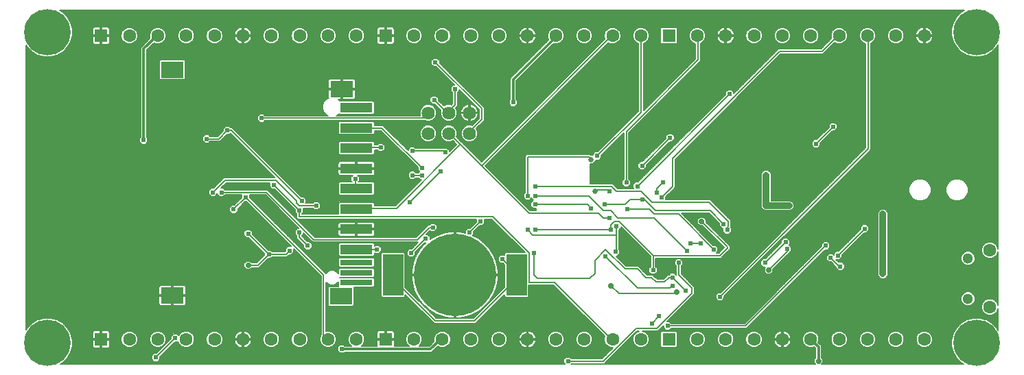
<source format=gbl>
G75*
%MOIN*%
%OFA0B0*%
%FSLAX25Y25*%
%IPPOS*%
%LPD*%
%AMOC8*
5,1,8,0,0,1.08239X$1,22.5*
%
%ADD10C,0.06400*%
%ADD11R,0.06299X0.06299*%
%ADD12C,0.06299*%
%ADD13R,0.11024X0.07874*%
%ADD14R,0.15748X0.02756*%
%ADD15R,0.15748X0.04724*%
%ADD16C,0.05118*%
%ADD17R,0.10000X0.20000*%
%ADD18C,0.40000*%
%ADD19C,0.03150*%
%ADD20C,0.00800*%
%ADD21C,0.02381*%
%ADD22C,0.02559*%
%ADD23C,0.00600*%
%ADD24OC8,0.02381*%
%ADD25C,0.01200*%
%ADD26C,0.22500*%
%ADD27C,0.03200*%
D10*
X0199961Y0120906D03*
X0209961Y0120906D03*
X0219961Y0120906D03*
X0219961Y0130906D03*
X0209961Y0130906D03*
X0199961Y0130906D03*
D11*
X0179253Y0168426D03*
X0316851Y0168426D03*
X0041064Y0168426D03*
X0041064Y0020788D03*
X0179253Y0020788D03*
X0316851Y0020788D03*
D12*
X0303269Y0020788D03*
X0289489Y0020788D03*
X0275709Y0020788D03*
X0261930Y0020788D03*
X0248150Y0020788D03*
X0234371Y0020788D03*
X0220591Y0020788D03*
X0206812Y0020788D03*
X0193032Y0020788D03*
X0165080Y0020788D03*
X0151300Y0020788D03*
X0137520Y0020788D03*
X0123741Y0020788D03*
X0109961Y0020788D03*
X0096182Y0020788D03*
X0082402Y0020788D03*
X0068623Y0020788D03*
X0054843Y0020788D03*
X0330631Y0020788D03*
X0344410Y0020788D03*
X0358190Y0020788D03*
X0371969Y0020788D03*
X0385749Y0020788D03*
X0399528Y0020788D03*
X0413308Y0020788D03*
X0427087Y0020788D03*
X0440867Y0020788D03*
X0472757Y0036536D03*
X0472757Y0064095D03*
X0440867Y0168426D03*
X0427087Y0168426D03*
X0413308Y0168426D03*
X0399528Y0168426D03*
X0385749Y0168426D03*
X0371969Y0168426D03*
X0358190Y0168426D03*
X0344410Y0168426D03*
X0330631Y0168426D03*
X0303269Y0168426D03*
X0289489Y0168426D03*
X0275709Y0168426D03*
X0261930Y0168426D03*
X0248150Y0168426D03*
X0234371Y0168426D03*
X0220591Y0168426D03*
X0206812Y0168426D03*
X0193032Y0168426D03*
X0165080Y0168426D03*
X0151300Y0168426D03*
X0137520Y0168426D03*
X0123741Y0168426D03*
X0109961Y0168426D03*
X0096182Y0168426D03*
X0082402Y0168426D03*
X0068623Y0168426D03*
X0054843Y0168426D03*
D13*
X0075709Y0151891D03*
X0157993Y0142442D03*
X0157599Y0041654D03*
X0075709Y0042048D03*
D14*
X0165080Y0048347D03*
X0165080Y0053072D03*
X0165080Y0058190D03*
D15*
X0165080Y0064489D03*
X0165080Y0074331D03*
X0165080Y0084174D03*
X0165080Y0094017D03*
X0165080Y0103859D03*
X0165080Y0113702D03*
X0165080Y0123544D03*
X0165080Y0133387D03*
D16*
X0462127Y0060158D03*
X0462127Y0040473D03*
D17*
X0242914Y0052087D03*
X0182914Y0052087D03*
D18*
X0212914Y0052087D03*
D19*
X0377087Y0120001D03*
X0377087Y0124725D03*
D20*
X0388308Y0115867D02*
X0396576Y0124135D01*
X0413702Y0113505D02*
X0413702Y0168426D01*
X0413308Y0168426D01*
X0399528Y0168426D02*
X0398938Y0168426D01*
X0391261Y0160749D01*
X0370591Y0160749D01*
X0318623Y0108780D01*
X0318623Y0095198D01*
X0313308Y0089883D01*
X0310946Y0092245D02*
X0310946Y0094017D01*
X0313898Y0096969D01*
X0308583Y0087520D02*
X0303269Y0092835D01*
X0291457Y0092835D01*
X0289095Y0095198D01*
X0251891Y0095198D01*
X0251891Y0090473D02*
X0277875Y0090473D01*
X0284961Y0083387D01*
X0288505Y0083387D01*
X0292048Y0079843D01*
X0309765Y0079843D01*
X0325709Y0063898D01*
X0327481Y0067442D02*
X0332206Y0067442D01*
X0338702Y0064489D02*
X0321576Y0081615D01*
X0309765Y0081615D01*
X0307402Y0083977D01*
X0296772Y0083977D01*
X0295591Y0086339D02*
X0297954Y0088702D01*
X0303859Y0088702D01*
X0305040Y0088702D01*
X0310355Y0083387D01*
X0336930Y0083387D01*
X0343426Y0076891D01*
X0345198Y0075119D02*
X0345788Y0075709D01*
X0345788Y0078072D01*
X0336339Y0087520D01*
X0308583Y0087520D01*
X0295591Y0086339D02*
X0285552Y0086339D01*
X0279056Y0084568D02*
X0277284Y0086339D01*
X0251891Y0086339D01*
X0248938Y0082206D02*
X0225906Y0105237D01*
X0289095Y0168426D01*
X0289489Y0168426D01*
X0303269Y0168426D02*
X0303269Y0131221D01*
X0282009Y0109961D01*
X0279056Y0108190D02*
X0277875Y0109371D01*
X0248347Y0109371D01*
X0248347Y0090473D01*
X0248938Y0082206D02*
X0282599Y0082206D01*
X0284961Y0079843D01*
X0287914Y0079843D01*
X0290276Y0078072D02*
X0288505Y0076300D01*
X0288505Y0073938D01*
X0251891Y0073938D01*
X0250709Y0071576D02*
X0291457Y0071576D01*
X0291457Y0075709D01*
X0290276Y0078072D02*
X0292639Y0078072D01*
X0309174Y0061536D01*
X0341654Y0061536D01*
X0345198Y0065080D01*
X0345198Y0065670D01*
X0332796Y0078072D01*
X0345198Y0075119D02*
X0345198Y0073938D01*
X0363505Y0057993D02*
X0373544Y0068032D01*
X0374269Y0064706D02*
X0374269Y0063442D01*
X0365276Y0054450D01*
X0354056Y0027284D02*
X0393032Y0066261D01*
X0398938Y0061536D02*
X0411930Y0074528D01*
X0395394Y0060355D02*
X0399528Y0056221D01*
X0400119Y0056221D01*
X0413702Y0113505D02*
X0341654Y0041457D01*
X0328072Y0043229D02*
X0328072Y0045591D01*
X0321576Y0052087D01*
X0321576Y0057993D01*
X0309174Y0054450D02*
X0309174Y0061536D01*
X0301497Y0055040D02*
X0295591Y0055040D01*
X0286143Y0064489D01*
X0280828Y0059174D01*
X0280828Y0052678D01*
X0278465Y0050316D01*
X0253072Y0050316D01*
X0251300Y0052087D01*
X0251300Y0062717D01*
X0248938Y0062717D02*
X0231221Y0080434D01*
X0137324Y0080434D01*
X0137324Y0083387D01*
X0124922Y0095788D01*
X0126103Y0098150D02*
X0136143Y0088111D01*
X0136143Y0086930D01*
X0137324Y0085749D01*
X0145591Y0085749D01*
X0138505Y0088111D02*
X0104253Y0122363D01*
X0102481Y0122363D01*
X0098347Y0118229D01*
X0092442Y0118229D01*
X0119017Y0128269D02*
X0199922Y0128269D01*
X0199922Y0130631D01*
X0199961Y0130906D01*
X0202875Y0137127D02*
X0208190Y0131812D01*
X0209961Y0131812D01*
X0209961Y0130906D01*
X0209961Y0131221D01*
X0209961Y0131812D02*
X0212914Y0134765D01*
X0212914Y0142442D01*
X0225906Y0132993D02*
X0203465Y0155434D01*
X0225906Y0132993D02*
X0225906Y0127678D01*
X0219410Y0121182D01*
X0219961Y0120906D01*
X0215276Y0115867D02*
X0209961Y0121182D01*
X0209961Y0120906D01*
X0215276Y0115867D02*
X0215276Y0115276D01*
X0184568Y0084568D01*
X0165080Y0084568D01*
X0165080Y0084174D01*
X0165080Y0094017D02*
X0164489Y0094607D01*
X0164489Y0098741D01*
X0192245Y0100513D02*
X0196969Y0100513D01*
X0196969Y0104056D02*
X0177481Y0123544D01*
X0165080Y0123544D01*
X0165080Y0114095D02*
X0165080Y0113702D01*
X0165080Y0114095D02*
X0176891Y0114095D01*
X0192245Y0112324D02*
X0207599Y0112324D01*
X0208190Y0111733D01*
X0215276Y0115867D02*
X0225906Y0105237D01*
X0205828Y0102284D02*
X0191064Y0087520D01*
X0200513Y0075119D02*
X0202284Y0075119D01*
X0200513Y0075119D02*
X0194607Y0069213D01*
X0144410Y0069213D01*
X0121379Y0092245D01*
X0099528Y0092245D01*
X0095394Y0092245D02*
X0101300Y0098150D01*
X0126103Y0098150D01*
X0111339Y0089883D02*
X0105434Y0083977D01*
X0111339Y0089883D02*
X0149135Y0052087D01*
X0149135Y0022560D01*
X0150906Y0020788D01*
X0151300Y0020788D01*
X0183387Y0049725D02*
X0203465Y0029646D01*
X0222363Y0029646D01*
X0242442Y0049725D01*
X0242442Y0052087D01*
X0242914Y0052087D01*
X0242442Y0052087D02*
X0242442Y0053269D01*
X0235946Y0059765D01*
X0248938Y0062717D02*
X0248938Y0048544D01*
X0261339Y0048544D01*
X0289095Y0020788D01*
X0289489Y0020788D01*
X0284961Y0010158D02*
X0300906Y0026103D01*
X0310946Y0026103D01*
X0328072Y0043229D01*
X0325119Y0044410D02*
X0318623Y0050906D01*
X0316983Y0050906D01*
X0314802Y0048725D01*
X0310633Y0048725D01*
X0308452Y0050906D01*
X0305631Y0050906D01*
X0301497Y0055040D01*
X0301497Y0045591D02*
X0286143Y0060946D01*
X0290867Y0063308D02*
X0291457Y0063898D01*
X0291457Y0071576D01*
X0250709Y0071576D02*
X0248347Y0073938D01*
X0225316Y0078072D02*
X0220001Y0072757D01*
X0198741Y0069804D02*
X0191654Y0062717D01*
X0175119Y0064489D02*
X0165080Y0064489D01*
X0141457Y0066261D02*
X0137324Y0070394D01*
X0137324Y0072757D01*
X0132599Y0063898D02*
X0130828Y0062127D01*
X0122560Y0062127D01*
X0117245Y0056812D01*
X0112520Y0056812D01*
X0122560Y0062127D02*
X0112520Y0072166D01*
X0182914Y0052087D02*
X0183387Y0052087D01*
X0183387Y0049725D01*
X0205828Y0020788D02*
X0206812Y0020788D01*
X0267835Y0010158D02*
X0284961Y0010158D01*
X0316261Y0027284D02*
X0354056Y0027284D01*
X0320495Y0043851D02*
X0319804Y0043229D01*
X0292639Y0043229D01*
X0288505Y0046772D01*
X0301497Y0045591D02*
X0317442Y0045591D01*
X0318623Y0046772D01*
X0312127Y0032009D02*
X0308583Y0028465D01*
X0287914Y0092835D02*
X0287324Y0093426D01*
X0281418Y0093426D01*
X0280828Y0092835D01*
X0296182Y0096969D02*
X0296182Y0121772D01*
X0331024Y0156615D01*
X0331024Y0168426D01*
X0330631Y0168426D01*
X0261930Y0168426D02*
X0261930Y0167835D01*
X0301497Y0095198D02*
X0346379Y0140080D01*
X0317442Y0118820D02*
X0303859Y0105237D01*
X0077087Y0021379D02*
X0067639Y0011930D01*
X0068229Y0168426D02*
X0068623Y0168426D01*
D21*
X0119017Y0128269D03*
X0102481Y0122363D03*
X0092442Y0118229D03*
X0061733Y0117639D03*
X0124922Y0095788D03*
X0111339Y0089883D03*
X0099528Y0092245D03*
X0095394Y0092245D03*
X0105434Y0083977D03*
X0112520Y0072166D03*
X0132599Y0063898D03*
X0141457Y0066261D03*
X0122560Y0062127D03*
X0137324Y0072757D03*
X0137324Y0083387D03*
X0145591Y0085749D03*
X0138505Y0088111D03*
X0164489Y0098741D03*
X0192245Y0100513D03*
X0196969Y0100513D03*
X0196969Y0104056D03*
X0205828Y0102284D03*
X0208190Y0111733D03*
X0192245Y0112324D03*
X0176891Y0114095D03*
X0202875Y0137127D03*
X0212914Y0142442D03*
X0241261Y0135946D03*
X0203465Y0155434D03*
X0317442Y0118820D03*
X0282009Y0109961D03*
X0303859Y0105237D03*
X0296182Y0096969D03*
X0301497Y0095198D03*
X0310946Y0092245D03*
X0313308Y0089883D03*
X0303859Y0088702D03*
X0296772Y0083977D03*
X0287914Y0079843D03*
X0279056Y0084568D03*
X0285552Y0086339D03*
X0287914Y0092835D03*
X0313898Y0096969D03*
X0364095Y0100513D03*
X0375316Y0085749D03*
X0343426Y0076891D03*
X0345198Y0073938D03*
X0332206Y0067442D03*
X0327481Y0067442D03*
X0325709Y0063898D03*
X0321576Y0057993D03*
X0309174Y0054450D03*
X0318623Y0050906D03*
X0318623Y0046772D03*
X0325119Y0044410D03*
X0341654Y0041457D03*
X0312127Y0032009D03*
X0308583Y0028465D03*
X0316261Y0027284D03*
X0267835Y0010158D03*
X0157993Y0016064D03*
X0077087Y0021379D03*
X0067639Y0011930D03*
X0191654Y0062717D03*
X0198741Y0069804D03*
X0202284Y0075119D03*
X0220001Y0072757D03*
X0225316Y0078072D03*
X0248347Y0073938D03*
X0251891Y0073938D03*
X0251300Y0062717D03*
X0235946Y0059765D03*
X0286143Y0060946D03*
X0290867Y0063308D03*
X0288505Y0073938D03*
X0291457Y0075709D03*
X0251891Y0086339D03*
X0251891Y0090473D03*
X0248347Y0090473D03*
X0251891Y0095198D03*
X0191064Y0087520D03*
X0175119Y0064489D03*
X0338702Y0064489D03*
X0363505Y0057993D03*
X0374269Y0064706D03*
X0373544Y0068032D03*
X0393032Y0066261D03*
X0398938Y0061536D03*
X0395394Y0060355D03*
X0400119Y0056221D03*
X0411930Y0074528D03*
X0388308Y0115867D03*
X0396576Y0124135D03*
X0346379Y0140080D03*
D22*
X0279056Y0108190D03*
X0280828Y0092835D03*
D23*
X0022534Y0009302D02*
X0021469Y0008687D01*
X0266364Y0008687D01*
X0265754Y0009296D01*
X0265754Y0011020D01*
X0266973Y0012239D01*
X0268697Y0012239D01*
X0269488Y0011449D01*
X0284427Y0011449D01*
X0289726Y0016748D01*
X0288685Y0016748D01*
X0287200Y0017363D01*
X0286064Y0018500D01*
X0285449Y0019985D01*
X0285449Y0021592D01*
X0285747Y0022311D01*
X0260805Y0047254D01*
X0248805Y0047254D01*
X0248805Y0041719D01*
X0248283Y0041197D01*
X0237545Y0041197D01*
X0237024Y0041719D01*
X0237024Y0042482D01*
X0222898Y0028356D01*
X0202931Y0028356D01*
X0202175Y0029112D01*
X0188805Y0042482D01*
X0188805Y0041719D01*
X0188283Y0041197D01*
X0177545Y0041197D01*
X0177024Y0041719D01*
X0177024Y0062456D01*
X0177545Y0062978D01*
X0188283Y0062978D01*
X0188805Y0062456D01*
X0188805Y0046132D01*
X0204000Y0030937D01*
X0221828Y0030937D01*
X0237024Y0046132D01*
X0237024Y0056861D01*
X0236202Y0057683D01*
X0235084Y0057683D01*
X0233865Y0058903D01*
X0233865Y0060627D01*
X0235084Y0061846D01*
X0236808Y0061846D01*
X0237024Y0061630D01*
X0237024Y0062456D01*
X0237545Y0062978D01*
X0246852Y0062978D01*
X0230687Y0079143D01*
X0227187Y0079143D01*
X0227397Y0078934D01*
X0227397Y0077210D01*
X0226178Y0075991D01*
X0225060Y0075991D01*
X0222082Y0073013D01*
X0222082Y0071895D01*
X0221530Y0071343D01*
X0221749Y0071253D01*
X0223226Y0070500D01*
X0224639Y0069634D01*
X0225979Y0068660D01*
X0227239Y0067584D01*
X0228411Y0066413D01*
X0229487Y0065153D01*
X0230461Y0063812D01*
X0231327Y0062399D01*
X0232079Y0060923D01*
X0232713Y0059392D01*
X0233226Y0057816D01*
X0233612Y0056205D01*
X0233872Y0054568D01*
X0234002Y0052916D01*
X0234002Y0052387D01*
X0213214Y0052387D01*
X0213214Y0051787D01*
X0213214Y0031000D01*
X0213743Y0031000D01*
X0215395Y0031130D01*
X0217031Y0031389D01*
X0218643Y0031776D01*
X0220219Y0032288D01*
X0221749Y0032922D01*
X0223226Y0033675D01*
X0224639Y0034540D01*
X0225979Y0035514D01*
X0227239Y0036591D01*
X0228411Y0037762D01*
X0229487Y0039022D01*
X0230461Y0040363D01*
X0231327Y0041776D01*
X0232079Y0043252D01*
X0232713Y0044783D01*
X0233226Y0046359D01*
X0233612Y0047970D01*
X0233872Y0049607D01*
X0234002Y0051259D01*
X0234002Y0051787D01*
X0213214Y0051787D01*
X0212614Y0051787D01*
X0212614Y0031000D01*
X0212086Y0031000D01*
X0210434Y0031130D01*
X0208797Y0031389D01*
X0207186Y0031776D01*
X0205610Y0032288D01*
X0204079Y0032922D01*
X0202602Y0033675D01*
X0201190Y0034540D01*
X0199849Y0035514D01*
X0198589Y0036591D01*
X0197417Y0037762D01*
X0196341Y0039022D01*
X0195367Y0040363D01*
X0194501Y0041776D01*
X0193749Y0043252D01*
X0193115Y0044783D01*
X0192603Y0046359D01*
X0192216Y0047970D01*
X0191957Y0049607D01*
X0191827Y0051259D01*
X0191827Y0051787D01*
X0212614Y0051787D01*
X0212614Y0052387D01*
X0191827Y0052387D01*
X0191827Y0052916D01*
X0191957Y0054568D01*
X0192216Y0056205D01*
X0192603Y0057816D01*
X0193115Y0059392D01*
X0193749Y0060923D01*
X0194501Y0062399D01*
X0195367Y0063812D01*
X0196341Y0065153D01*
X0197417Y0066413D01*
X0198589Y0067584D01*
X0198751Y0067723D01*
X0198485Y0067723D01*
X0193735Y0062973D01*
X0193735Y0061855D01*
X0192516Y0060636D01*
X0190792Y0060636D01*
X0189573Y0061855D01*
X0189573Y0063579D01*
X0190792Y0064798D01*
X0191910Y0064798D01*
X0195035Y0067923D01*
X0143876Y0067923D01*
X0143120Y0068679D01*
X0139405Y0072394D01*
X0139405Y0071895D01*
X0138614Y0071104D01*
X0138614Y0070929D01*
X0141201Y0068342D01*
X0142320Y0068342D01*
X0143539Y0067123D01*
X0143539Y0065399D01*
X0142320Y0064180D01*
X0140595Y0064180D01*
X0139376Y0065399D01*
X0139376Y0066517D01*
X0136033Y0069860D01*
X0136033Y0071104D01*
X0135243Y0071895D01*
X0135243Y0073619D01*
X0136462Y0074838D01*
X0136961Y0074838D01*
X0120844Y0090954D01*
X0113211Y0090954D01*
X0113420Y0090745D01*
X0113420Y0089627D01*
X0149669Y0053378D01*
X0150225Y0052822D01*
X0151203Y0053801D01*
X0152543Y0054356D01*
X0153994Y0054356D01*
X0155334Y0053801D01*
X0156315Y0052820D01*
X0156315Y0054818D01*
X0156837Y0055340D01*
X0173322Y0055340D01*
X0173844Y0054818D01*
X0173844Y0051325D01*
X0173322Y0050803D01*
X0156915Y0050803D01*
X0156915Y0050616D01*
X0173322Y0050616D01*
X0173844Y0050094D01*
X0173844Y0046600D01*
X0173322Y0046079D01*
X0163883Y0046079D01*
X0164002Y0045960D01*
X0164002Y0037348D01*
X0163480Y0036827D01*
X0151719Y0036827D01*
X0151197Y0037348D01*
X0151197Y0045960D01*
X0151719Y0046482D01*
X0156434Y0046482D01*
X0156315Y0046600D01*
X0156315Y0048599D01*
X0155334Y0047618D01*
X0153994Y0047063D01*
X0152543Y0047063D01*
X0151203Y0047618D01*
X0150425Y0048396D01*
X0150425Y0024799D01*
X0150496Y0024828D01*
X0152104Y0024828D01*
X0153589Y0024213D01*
X0154725Y0023077D01*
X0155340Y0021592D01*
X0155340Y0019985D01*
X0154725Y0018500D01*
X0153589Y0017363D01*
X0152104Y0016748D01*
X0150496Y0016748D01*
X0149011Y0017363D01*
X0147875Y0018500D01*
X0147260Y0019985D01*
X0147260Y0021592D01*
X0147844Y0023002D01*
X0147844Y0051553D01*
X0134680Y0064717D01*
X0134680Y0063036D01*
X0133461Y0061817D01*
X0132343Y0061817D01*
X0131362Y0060836D01*
X0124212Y0060836D01*
X0123422Y0060046D01*
X0122304Y0060046D01*
X0117779Y0055521D01*
X0114173Y0055521D01*
X0113382Y0054731D01*
X0111658Y0054731D01*
X0110439Y0055950D01*
X0110439Y0057674D01*
X0111658Y0058893D01*
X0113382Y0058893D01*
X0114173Y0058102D01*
X0116710Y0058102D01*
X0120479Y0061871D01*
X0120479Y0062383D01*
X0112776Y0070085D01*
X0111658Y0070085D01*
X0110439Y0071304D01*
X0110439Y0073028D01*
X0111658Y0074247D01*
X0113382Y0074247D01*
X0114602Y0073028D01*
X0114602Y0071910D01*
X0122304Y0064208D01*
X0123422Y0064208D01*
X0124212Y0063417D01*
X0130293Y0063417D01*
X0130518Y0063642D01*
X0130518Y0064760D01*
X0131737Y0065980D01*
X0133417Y0065980D01*
X0111595Y0087802D01*
X0111083Y0087802D01*
X0107515Y0084233D01*
X0107515Y0083115D01*
X0106296Y0081896D01*
X0104572Y0081896D01*
X0103353Y0083115D01*
X0103353Y0084839D01*
X0104572Y0086058D01*
X0105690Y0086058D01*
X0109258Y0089627D01*
X0109258Y0090745D01*
X0109468Y0090954D01*
X0101181Y0090954D01*
X0100390Y0090164D01*
X0098666Y0090164D01*
X0097461Y0091369D01*
X0096257Y0090164D01*
X0094532Y0090164D01*
X0093313Y0091383D01*
X0093313Y0093107D01*
X0094532Y0094326D01*
X0095650Y0094326D01*
X0100009Y0098685D01*
X0100765Y0099441D01*
X0125350Y0099441D01*
X0103926Y0120865D01*
X0103343Y0120282D01*
X0102225Y0120282D01*
X0098882Y0116939D01*
X0094094Y0116939D01*
X0093304Y0116148D01*
X0091580Y0116148D01*
X0090361Y0117367D01*
X0090361Y0119091D01*
X0091580Y0120310D01*
X0093304Y0120310D01*
X0094094Y0119520D01*
X0097813Y0119520D01*
X0100400Y0122107D01*
X0100400Y0123225D01*
X0101619Y0124444D01*
X0103343Y0124444D01*
X0104134Y0123654D01*
X0104787Y0123654D01*
X0138249Y0090192D01*
X0139367Y0090192D01*
X0140586Y0088973D01*
X0140586Y0087249D01*
X0140376Y0087039D01*
X0143939Y0087039D01*
X0144729Y0087830D01*
X0146453Y0087830D01*
X0147672Y0086611D01*
X0147672Y0084887D01*
X0146453Y0083668D01*
X0144729Y0083668D01*
X0143939Y0084458D01*
X0139195Y0084458D01*
X0139405Y0084249D01*
X0139405Y0082525D01*
X0138614Y0081734D01*
X0138614Y0081724D01*
X0156315Y0081724D01*
X0156315Y0086905D01*
X0156837Y0087427D01*
X0173322Y0087427D01*
X0173844Y0086905D01*
X0173844Y0085858D01*
X0184033Y0085858D01*
X0196606Y0098431D01*
X0196107Y0098431D01*
X0195317Y0099222D01*
X0193897Y0099222D01*
X0193107Y0098431D01*
X0191383Y0098431D01*
X0190164Y0099651D01*
X0190164Y0101375D01*
X0191383Y0102594D01*
X0193107Y0102594D01*
X0193897Y0101803D01*
X0195317Y0101803D01*
X0195798Y0102284D01*
X0194888Y0103194D01*
X0194888Y0104312D01*
X0176947Y0122254D01*
X0173844Y0122254D01*
X0173844Y0120813D01*
X0173322Y0120291D01*
X0156837Y0120291D01*
X0156315Y0120813D01*
X0156315Y0126275D01*
X0156837Y0126797D01*
X0173322Y0126797D01*
X0173844Y0126275D01*
X0173844Y0124835D01*
X0178016Y0124835D01*
X0178772Y0124079D01*
X0178772Y0124079D01*
X0190164Y0112687D01*
X0190164Y0113186D01*
X0191383Y0114405D01*
X0193107Y0114405D01*
X0193897Y0113614D01*
X0207128Y0113614D01*
X0207328Y0113814D01*
X0209052Y0113814D01*
X0210271Y0112595D01*
X0210271Y0112096D01*
X0213747Y0115572D01*
X0211997Y0117322D01*
X0210775Y0116816D01*
X0209148Y0116816D01*
X0207644Y0117438D01*
X0206494Y0118589D01*
X0205871Y0120093D01*
X0205871Y0121720D01*
X0206494Y0123223D01*
X0207644Y0124374D01*
X0209148Y0124997D01*
X0210775Y0124997D01*
X0212279Y0124374D01*
X0213429Y0123223D01*
X0214052Y0121720D01*
X0214052Y0120093D01*
X0213707Y0119261D01*
X0215811Y0117157D01*
X0215811Y0117157D01*
X0216567Y0116401D01*
X0216567Y0116401D01*
X0225906Y0107062D01*
X0285747Y0166903D01*
X0285449Y0167622D01*
X0285449Y0169230D01*
X0286064Y0170715D01*
X0287200Y0171851D01*
X0288685Y0172466D01*
X0290293Y0172466D01*
X0291778Y0171851D01*
X0292914Y0170715D01*
X0293529Y0169230D01*
X0293529Y0167622D01*
X0292914Y0166137D01*
X0291778Y0165001D01*
X0290293Y0164386D01*
X0288685Y0164386D01*
X0287409Y0164915D01*
X0227731Y0105237D01*
X0249472Y0083496D01*
X0252372Y0083496D01*
X0252372Y0084258D01*
X0251029Y0084258D01*
X0249809Y0085477D01*
X0249809Y0087201D01*
X0251014Y0088406D01*
X0250119Y0089302D01*
X0249209Y0088392D01*
X0247485Y0088392D01*
X0246266Y0089611D01*
X0246266Y0091335D01*
X0247057Y0092126D01*
X0247057Y0109905D01*
X0247813Y0110661D01*
X0278409Y0110661D01*
X0278711Y0110360D01*
X0279928Y0110360D01*
X0279928Y0110823D01*
X0281147Y0112043D01*
X0282265Y0112043D01*
X0301978Y0131756D01*
X0301978Y0164588D01*
X0300980Y0165001D01*
X0299843Y0166137D01*
X0299228Y0167622D01*
X0299228Y0169230D01*
X0299843Y0170715D01*
X0300980Y0171851D01*
X0302465Y0172466D01*
X0304072Y0172466D01*
X0305557Y0171851D01*
X0306694Y0170715D01*
X0307309Y0169230D01*
X0307309Y0167622D01*
X0306694Y0166137D01*
X0305557Y0165001D01*
X0304559Y0164588D01*
X0304559Y0131975D01*
X0329734Y0157150D01*
X0329734Y0164424D01*
X0328342Y0165001D01*
X0327206Y0166137D01*
X0326591Y0167622D01*
X0326591Y0169230D01*
X0327206Y0170715D01*
X0328342Y0171851D01*
X0329827Y0172466D01*
X0331434Y0172466D01*
X0332919Y0171851D01*
X0334056Y0170715D01*
X0334671Y0169230D01*
X0334671Y0167622D01*
X0334056Y0166137D01*
X0332919Y0165001D01*
X0332315Y0164751D01*
X0332315Y0156080D01*
X0331559Y0155324D01*
X0297472Y0121238D01*
X0297472Y0098622D01*
X0298263Y0097831D01*
X0298263Y0096107D01*
X0297044Y0094888D01*
X0295320Y0094888D01*
X0294101Y0096107D01*
X0294101Y0097831D01*
X0294891Y0098622D01*
X0294891Y0121019D01*
X0284090Y0110217D01*
X0284090Y0109099D01*
X0282871Y0107880D01*
X0281226Y0107880D01*
X0281226Y0107291D01*
X0279955Y0106020D01*
X0278575Y0106020D01*
X0278575Y0096488D01*
X0289630Y0096488D01*
X0290386Y0095732D01*
X0291992Y0094126D01*
X0299625Y0094126D01*
X0299416Y0094336D01*
X0299416Y0096060D01*
X0300635Y0097279D01*
X0301753Y0097279D01*
X0344298Y0139824D01*
X0344298Y0140942D01*
X0345517Y0142161D01*
X0347241Y0142161D01*
X0348460Y0140942D01*
X0348460Y0140442D01*
X0369301Y0161283D01*
X0370057Y0162039D01*
X0390726Y0162039D01*
X0395729Y0167042D01*
X0395488Y0167622D01*
X0395488Y0169230D01*
X0396103Y0170715D01*
X0397240Y0171851D01*
X0398725Y0172466D01*
X0400332Y0172466D01*
X0401817Y0171851D01*
X0402953Y0170715D01*
X0403568Y0169230D01*
X0403568Y0167622D01*
X0402953Y0166137D01*
X0401817Y0165001D01*
X0400332Y0164386D01*
X0398725Y0164386D01*
X0397309Y0164972D01*
X0391795Y0159458D01*
X0371126Y0159458D01*
X0319913Y0108246D01*
X0319913Y0094663D01*
X0319157Y0093907D01*
X0315389Y0090139D01*
X0315389Y0089021D01*
X0315179Y0088811D01*
X0336874Y0088811D01*
X0337630Y0088055D01*
X0347079Y0078606D01*
X0347079Y0075175D01*
X0346991Y0075087D01*
X0347279Y0074800D01*
X0347279Y0073076D01*
X0346060Y0071857D01*
X0344336Y0071857D01*
X0343117Y0073076D01*
X0343117Y0074800D01*
X0343126Y0074809D01*
X0342564Y0074809D01*
X0341345Y0076029D01*
X0341345Y0077147D01*
X0336395Y0082096D01*
X0322920Y0082096D01*
X0338446Y0066570D01*
X0339564Y0066570D01*
X0340783Y0065351D01*
X0340783Y0063627D01*
X0339982Y0062827D01*
X0341120Y0062827D01*
X0343668Y0065375D01*
X0333052Y0075991D01*
X0331934Y0075991D01*
X0330715Y0077210D01*
X0330715Y0078934D01*
X0331934Y0080153D01*
X0333658Y0080153D01*
X0334877Y0078934D01*
X0334877Y0077816D01*
X0346488Y0066205D01*
X0346488Y0064545D01*
X0345732Y0063789D01*
X0345732Y0063789D01*
X0342945Y0061002D01*
X0342945Y0061002D01*
X0342189Y0060246D01*
X0310465Y0060246D01*
X0310465Y0056102D01*
X0311255Y0055312D01*
X0311255Y0053588D01*
X0310036Y0052369D01*
X0308312Y0052369D01*
X0307093Y0053588D01*
X0307093Y0055312D01*
X0307883Y0056102D01*
X0307883Y0061002D01*
X0293539Y0075347D01*
X0293539Y0074847D01*
X0292748Y0074057D01*
X0292748Y0064370D01*
X0292948Y0064170D01*
X0292948Y0062446D01*
X0291729Y0061227D01*
X0291230Y0061227D01*
X0296126Y0056331D01*
X0302031Y0056331D01*
X0306165Y0052197D01*
X0308986Y0052197D01*
X0309742Y0051441D01*
X0311167Y0050016D01*
X0314267Y0050016D01*
X0316448Y0052197D01*
X0316970Y0052197D01*
X0317761Y0052987D01*
X0319485Y0052987D01*
X0320285Y0052187D01*
X0320285Y0056340D01*
X0319494Y0057131D01*
X0319494Y0058855D01*
X0320714Y0060074D01*
X0322438Y0060074D01*
X0323657Y0058855D01*
X0323657Y0057131D01*
X0322866Y0056340D01*
X0322866Y0052622D01*
X0328606Y0046882D01*
X0329362Y0046126D01*
X0329362Y0042695D01*
X0316033Y0029365D01*
X0317123Y0029365D01*
X0317913Y0028575D01*
X0353521Y0028575D01*
X0390951Y0066005D01*
X0390951Y0067123D01*
X0392170Y0068342D01*
X0393894Y0068342D01*
X0395113Y0067123D01*
X0395113Y0065399D01*
X0393894Y0064180D01*
X0392776Y0064180D01*
X0354590Y0025994D01*
X0317913Y0025994D01*
X0317123Y0025203D01*
X0315399Y0025203D01*
X0314180Y0026422D01*
X0314180Y0027512D01*
X0312236Y0025569D01*
X0311480Y0024813D01*
X0304110Y0024813D01*
X0305557Y0024213D01*
X0306694Y0023077D01*
X0307309Y0021592D01*
X0307309Y0019985D01*
X0306694Y0018500D01*
X0305557Y0017363D01*
X0304072Y0016748D01*
X0302465Y0016748D01*
X0300980Y0017363D01*
X0299843Y0018500D01*
X0299228Y0019985D01*
X0299228Y0021592D01*
X0299843Y0023077D01*
X0300980Y0024213D01*
X0302427Y0024813D01*
X0301441Y0024813D01*
X0286252Y0009624D01*
X0285496Y0008868D01*
X0269488Y0008868D01*
X0269307Y0008687D01*
X0388018Y0008687D01*
X0387408Y0009296D01*
X0387408Y0011020D01*
X0387998Y0011611D01*
X0387998Y0016431D01*
X0387350Y0017079D01*
X0386552Y0016748D01*
X0384945Y0016748D01*
X0383460Y0017363D01*
X0382324Y0018500D01*
X0381709Y0019985D01*
X0381709Y0021592D01*
X0382324Y0023077D01*
X0383460Y0024213D01*
X0384945Y0024828D01*
X0386552Y0024828D01*
X0388037Y0024213D01*
X0389174Y0023077D01*
X0389789Y0021592D01*
X0389789Y0019985D01*
X0389458Y0019187D01*
X0390980Y0017665D01*
X0390980Y0011611D01*
X0391570Y0011020D01*
X0391570Y0009296D01*
X0390960Y0008687D01*
X0459872Y0008687D01*
X0458806Y0009302D01*
X0456546Y0011562D01*
X0454947Y0014330D01*
X0454120Y0017418D01*
X0454120Y0020615D01*
X0454947Y0023703D01*
X0456546Y0026471D01*
X0458806Y0028731D01*
X0461575Y0030330D01*
X0464662Y0031157D01*
X0467859Y0031157D01*
X0470947Y0030330D01*
X0473715Y0028731D01*
X0475975Y0026471D01*
X0476787Y0025065D01*
X0476787Y0035710D01*
X0476182Y0034248D01*
X0475045Y0033111D01*
X0473560Y0032496D01*
X0471953Y0032496D01*
X0470468Y0033111D01*
X0469332Y0034248D01*
X0468717Y0035733D01*
X0468717Y0037340D01*
X0469332Y0038825D01*
X0470468Y0039961D01*
X0471953Y0040576D01*
X0473560Y0040576D01*
X0475045Y0039961D01*
X0476182Y0038825D01*
X0476787Y0037363D01*
X0476787Y0063269D01*
X0476182Y0061807D01*
X0475045Y0060670D01*
X0473560Y0060055D01*
X0471953Y0060055D01*
X0470468Y0060670D01*
X0469332Y0061807D01*
X0468717Y0063292D01*
X0468717Y0064899D01*
X0469332Y0066384D01*
X0470468Y0067520D01*
X0471953Y0068135D01*
X0473560Y0068135D01*
X0475045Y0067520D01*
X0476182Y0066384D01*
X0476787Y0064922D01*
X0476787Y0164149D01*
X0475975Y0162743D01*
X0473715Y0160483D01*
X0470947Y0158884D01*
X0467859Y0158057D01*
X0464662Y0158057D01*
X0461575Y0158884D01*
X0458806Y0160483D01*
X0456546Y0162743D01*
X0454947Y0165512D01*
X0454120Y0168599D01*
X0454120Y0171796D01*
X0454947Y0174884D01*
X0456546Y0177652D01*
X0458806Y0179912D01*
X0460212Y0180724D01*
X0021128Y0180724D01*
X0022534Y0179912D01*
X0024794Y0177652D01*
X0026393Y0174884D01*
X0027220Y0171796D01*
X0027220Y0168599D01*
X0026393Y0165512D01*
X0024794Y0162743D01*
X0022534Y0160483D01*
X0019766Y0158884D01*
X0016678Y0158057D01*
X0013481Y0158057D01*
X0010393Y0158884D01*
X0007625Y0160483D01*
X0005365Y0162743D01*
X0004750Y0163809D01*
X0004750Y0025406D01*
X0005365Y0026471D01*
X0007625Y0028731D01*
X0010393Y0030330D01*
X0013481Y0031157D01*
X0016678Y0031157D01*
X0019766Y0030330D01*
X0022534Y0028731D01*
X0024794Y0026471D01*
X0026393Y0023703D01*
X0027220Y0020615D01*
X0027220Y0017418D01*
X0026393Y0014330D01*
X0024794Y0011562D01*
X0022534Y0009302D01*
X0022832Y0009600D02*
X0265754Y0009600D01*
X0265754Y0010198D02*
X0068850Y0010198D01*
X0068501Y0009849D02*
X0069720Y0011068D01*
X0069720Y0012186D01*
X0076831Y0019298D01*
X0077949Y0019298D01*
X0078442Y0019791D01*
X0078977Y0018500D01*
X0080114Y0017363D01*
X0081599Y0016748D01*
X0083206Y0016748D01*
X0084691Y0017363D01*
X0085827Y0018500D01*
X0086443Y0019985D01*
X0086443Y0021592D01*
X0085827Y0023077D01*
X0084691Y0024213D01*
X0083206Y0024828D01*
X0081599Y0024828D01*
X0080114Y0024213D01*
X0078977Y0023077D01*
X0078788Y0022621D01*
X0077949Y0023460D01*
X0076225Y0023460D01*
X0075006Y0022241D01*
X0075006Y0021123D01*
X0067895Y0014011D01*
X0066777Y0014011D01*
X0065557Y0012792D01*
X0065557Y0011068D01*
X0066777Y0009849D01*
X0068501Y0009849D01*
X0069448Y0010797D02*
X0265754Y0010797D01*
X0266129Y0011395D02*
X0069720Y0011395D01*
X0069720Y0011994D02*
X0266728Y0011994D01*
X0268943Y0011994D02*
X0284972Y0011994D01*
X0285570Y0012592D02*
X0070126Y0012592D01*
X0070724Y0013191D02*
X0286169Y0013191D01*
X0286767Y0013789D02*
X0071323Y0013789D01*
X0071921Y0014388D02*
X0156726Y0014388D01*
X0157131Y0013983D02*
X0158855Y0013983D01*
X0159445Y0014573D01*
X0201721Y0014573D01*
X0204517Y0017370D01*
X0204523Y0017363D01*
X0206008Y0016748D01*
X0207615Y0016748D01*
X0209100Y0017363D01*
X0210237Y0018500D01*
X0210852Y0019985D01*
X0210852Y0021592D01*
X0210237Y0023077D01*
X0209100Y0024213D01*
X0207615Y0024828D01*
X0206008Y0024828D01*
X0204523Y0024213D01*
X0203387Y0023077D01*
X0202772Y0021592D01*
X0202772Y0019985D01*
X0202814Y0019882D01*
X0200486Y0017554D01*
X0195512Y0017554D01*
X0196457Y0018500D01*
X0197072Y0019985D01*
X0197072Y0021592D01*
X0196457Y0023077D01*
X0195321Y0024213D01*
X0193836Y0024828D01*
X0192229Y0024828D01*
X0190744Y0024213D01*
X0189607Y0023077D01*
X0188992Y0021592D01*
X0188992Y0019985D01*
X0189607Y0018500D01*
X0190553Y0017554D01*
X0183490Y0017554D01*
X0183490Y0020488D01*
X0179553Y0020488D01*
X0179553Y0021088D01*
X0183490Y0021088D01*
X0183490Y0024081D01*
X0183416Y0024358D01*
X0183272Y0024605D01*
X0183070Y0024808D01*
X0182822Y0024951D01*
X0182546Y0025025D01*
X0179553Y0025025D01*
X0179553Y0021088D01*
X0178953Y0021088D01*
X0178953Y0025025D01*
X0175960Y0025025D01*
X0175683Y0024951D01*
X0175435Y0024808D01*
X0175233Y0024605D01*
X0175090Y0024358D01*
X0175016Y0024081D01*
X0175016Y0021088D01*
X0178953Y0021088D01*
X0178953Y0020488D01*
X0175016Y0020488D01*
X0175016Y0017554D01*
X0167559Y0017554D01*
X0168505Y0018500D01*
X0169120Y0019985D01*
X0169120Y0021592D01*
X0168505Y0023077D01*
X0167368Y0024213D01*
X0165883Y0024828D01*
X0164276Y0024828D01*
X0162791Y0024213D01*
X0161654Y0023077D01*
X0161039Y0021592D01*
X0161039Y0019985D01*
X0161654Y0018500D01*
X0162600Y0017554D01*
X0159445Y0017554D01*
X0158855Y0018145D01*
X0157131Y0018145D01*
X0155912Y0016926D01*
X0155912Y0015202D01*
X0157131Y0013983D01*
X0156127Y0014986D02*
X0072520Y0014986D01*
X0073118Y0015585D02*
X0155912Y0015585D01*
X0155912Y0016183D02*
X0073717Y0016183D01*
X0074315Y0016782D02*
X0081517Y0016782D01*
X0080097Y0017380D02*
X0074914Y0017380D01*
X0075512Y0017979D02*
X0079498Y0017979D01*
X0078945Y0018577D02*
X0076111Y0018577D01*
X0076710Y0019176D02*
X0078697Y0019176D01*
X0078449Y0019774D02*
X0078426Y0019774D01*
X0074855Y0020971D02*
X0072663Y0020971D01*
X0072663Y0020373D02*
X0074256Y0020373D01*
X0073658Y0019774D02*
X0072576Y0019774D01*
X0072663Y0019985D02*
X0072048Y0018500D01*
X0070911Y0017363D01*
X0069426Y0016748D01*
X0067819Y0016748D01*
X0066334Y0017363D01*
X0065198Y0018500D01*
X0064583Y0019985D01*
X0064583Y0021592D01*
X0065198Y0023077D01*
X0066334Y0024213D01*
X0067819Y0024828D01*
X0069426Y0024828D01*
X0070911Y0024213D01*
X0072048Y0023077D01*
X0072663Y0021592D01*
X0072663Y0019985D01*
X0072328Y0019176D02*
X0073059Y0019176D01*
X0072461Y0018577D02*
X0072080Y0018577D01*
X0071862Y0017979D02*
X0071527Y0017979D01*
X0071264Y0017380D02*
X0070928Y0017380D01*
X0070665Y0016782D02*
X0069508Y0016782D01*
X0070067Y0016183D02*
X0026889Y0016183D01*
X0026729Y0015585D02*
X0069468Y0015585D01*
X0068870Y0014986D02*
X0026568Y0014986D01*
X0026408Y0014388D02*
X0068271Y0014388D01*
X0066555Y0013789D02*
X0026080Y0013789D01*
X0025735Y0013191D02*
X0065956Y0013191D01*
X0065557Y0012592D02*
X0025389Y0012592D01*
X0025044Y0011994D02*
X0065557Y0011994D01*
X0065557Y0011395D02*
X0024627Y0011395D01*
X0024029Y0010797D02*
X0065829Y0010797D01*
X0066427Y0010198D02*
X0023430Y0010198D01*
X0022013Y0009001D02*
X0266050Y0009001D01*
X0249777Y0016862D02*
X0249143Y0016656D01*
X0248484Y0016551D01*
X0248450Y0016551D01*
X0248450Y0020488D01*
X0247850Y0020488D01*
X0243913Y0020488D01*
X0243913Y0020455D01*
X0244018Y0019796D01*
X0244224Y0019162D01*
X0244527Y0018568D01*
X0244919Y0018028D01*
X0245390Y0017556D01*
X0245930Y0017164D01*
X0246524Y0016862D01*
X0247158Y0016656D01*
X0247817Y0016551D01*
X0247850Y0016551D01*
X0247850Y0020488D01*
X0247850Y0021088D01*
X0243913Y0021088D01*
X0243913Y0021122D01*
X0244018Y0021780D01*
X0244224Y0022415D01*
X0244527Y0023009D01*
X0244919Y0023548D01*
X0245390Y0024020D01*
X0245930Y0024412D01*
X0246524Y0024715D01*
X0247158Y0024921D01*
X0247817Y0025025D01*
X0247850Y0025025D01*
X0247850Y0021088D01*
X0248450Y0021088D01*
X0248450Y0025025D01*
X0248484Y0025025D01*
X0249143Y0024921D01*
X0249777Y0024715D01*
X0250371Y0024412D01*
X0250911Y0024020D01*
X0251382Y0023548D01*
X0251774Y0023009D01*
X0252077Y0022415D01*
X0252283Y0021780D01*
X0252387Y0021122D01*
X0252387Y0021088D01*
X0248450Y0021088D01*
X0248450Y0020488D01*
X0252387Y0020488D01*
X0252387Y0020455D01*
X0252283Y0019796D01*
X0252077Y0019162D01*
X0251774Y0018568D01*
X0251382Y0018028D01*
X0250911Y0017556D01*
X0250371Y0017164D01*
X0249777Y0016862D01*
X0249531Y0016782D02*
X0261045Y0016782D01*
X0261126Y0016748D02*
X0262734Y0016748D01*
X0264218Y0017363D01*
X0265355Y0018500D01*
X0265970Y0019985D01*
X0265970Y0021592D01*
X0265355Y0023077D01*
X0264218Y0024213D01*
X0262734Y0024828D01*
X0261126Y0024828D01*
X0259641Y0024213D01*
X0258505Y0023077D01*
X0257890Y0021592D01*
X0257890Y0019985D01*
X0258505Y0018500D01*
X0259641Y0017363D01*
X0261126Y0016748D01*
X0259624Y0017380D02*
X0250668Y0017380D01*
X0251333Y0017979D02*
X0259026Y0017979D01*
X0258473Y0018577D02*
X0251779Y0018577D01*
X0252082Y0019176D02*
X0258225Y0019176D01*
X0257977Y0019774D02*
X0252276Y0019774D01*
X0252374Y0020373D02*
X0257890Y0020373D01*
X0257890Y0020971D02*
X0248450Y0020971D01*
X0248450Y0020373D02*
X0247850Y0020373D01*
X0247850Y0020971D02*
X0238411Y0020971D01*
X0238411Y0020373D02*
X0243926Y0020373D01*
X0244025Y0019774D02*
X0238324Y0019774D01*
X0238411Y0019985D02*
X0237796Y0018500D01*
X0236659Y0017363D01*
X0235174Y0016748D01*
X0233567Y0016748D01*
X0232082Y0017363D01*
X0230946Y0018500D01*
X0230331Y0019985D01*
X0230331Y0021592D01*
X0230946Y0023077D01*
X0232082Y0024213D01*
X0233567Y0024828D01*
X0235174Y0024828D01*
X0236659Y0024213D01*
X0237796Y0023077D01*
X0238411Y0021592D01*
X0238411Y0019985D01*
X0238076Y0019176D02*
X0244219Y0019176D01*
X0244522Y0018577D02*
X0237828Y0018577D01*
X0237275Y0017979D02*
X0244968Y0017979D01*
X0245633Y0017380D02*
X0236677Y0017380D01*
X0235256Y0016782D02*
X0246770Y0016782D01*
X0247850Y0016782D02*
X0248450Y0016782D01*
X0248450Y0017380D02*
X0247850Y0017380D01*
X0247850Y0017979D02*
X0248450Y0017979D01*
X0248450Y0018577D02*
X0247850Y0018577D01*
X0247850Y0019176D02*
X0248450Y0019176D01*
X0248450Y0019774D02*
X0247850Y0019774D01*
X0247850Y0021570D02*
X0248450Y0021570D01*
X0248450Y0022168D02*
X0247850Y0022168D01*
X0247850Y0022767D02*
X0248450Y0022767D01*
X0248450Y0023365D02*
X0247850Y0023365D01*
X0247850Y0023964D02*
X0248450Y0023964D01*
X0248450Y0024562D02*
X0247850Y0024562D01*
X0246225Y0024562D02*
X0235817Y0024562D01*
X0236909Y0023964D02*
X0245334Y0023964D01*
X0244786Y0023365D02*
X0237507Y0023365D01*
X0237924Y0022767D02*
X0244403Y0022767D01*
X0244144Y0022168D02*
X0238172Y0022168D01*
X0238411Y0021570D02*
X0243984Y0021570D01*
X0250076Y0024562D02*
X0260484Y0024562D01*
X0259392Y0023964D02*
X0250967Y0023964D01*
X0251515Y0023365D02*
X0258793Y0023365D01*
X0258376Y0022767D02*
X0251898Y0022767D01*
X0252157Y0022168D02*
X0258129Y0022168D01*
X0257890Y0021570D02*
X0252316Y0021570D01*
X0263376Y0024562D02*
X0274264Y0024562D01*
X0274906Y0024828D02*
X0273421Y0024213D01*
X0272284Y0023077D01*
X0271669Y0021592D01*
X0271669Y0019985D01*
X0272284Y0018500D01*
X0273421Y0017363D01*
X0274906Y0016748D01*
X0276513Y0016748D01*
X0277998Y0017363D01*
X0279135Y0018500D01*
X0279750Y0019985D01*
X0279750Y0021592D01*
X0279135Y0023077D01*
X0277998Y0024213D01*
X0276513Y0024828D01*
X0274906Y0024828D01*
X0273171Y0023964D02*
X0264468Y0023964D01*
X0265066Y0023365D02*
X0272573Y0023365D01*
X0272156Y0022767D02*
X0265483Y0022767D01*
X0265731Y0022168D02*
X0271908Y0022168D01*
X0271669Y0021570D02*
X0265970Y0021570D01*
X0265970Y0020971D02*
X0271669Y0020971D01*
X0271669Y0020373D02*
X0265970Y0020373D01*
X0265883Y0019774D02*
X0271756Y0019774D01*
X0272004Y0019176D02*
X0265635Y0019176D01*
X0265387Y0018577D02*
X0272252Y0018577D01*
X0272805Y0017979D02*
X0264834Y0017979D01*
X0264236Y0017380D02*
X0273404Y0017380D01*
X0274825Y0016782D02*
X0262815Y0016782D01*
X0276594Y0016782D02*
X0288604Y0016782D01*
X0289161Y0016183D02*
X0203330Y0016183D01*
X0202732Y0015585D02*
X0288563Y0015585D01*
X0287964Y0014986D02*
X0202133Y0014986D01*
X0203929Y0016782D02*
X0205927Y0016782D01*
X0207697Y0016782D02*
X0219706Y0016782D01*
X0219788Y0016748D02*
X0221395Y0016748D01*
X0222880Y0017363D01*
X0224016Y0018500D01*
X0224631Y0019985D01*
X0224631Y0021592D01*
X0224016Y0023077D01*
X0222880Y0024213D01*
X0221395Y0024828D01*
X0219788Y0024828D01*
X0218303Y0024213D01*
X0217166Y0023077D01*
X0216551Y0021592D01*
X0216551Y0019985D01*
X0217166Y0018500D01*
X0218303Y0017363D01*
X0219788Y0016748D01*
X0218286Y0017380D02*
X0209117Y0017380D01*
X0209716Y0017979D02*
X0217687Y0017979D01*
X0217134Y0018577D02*
X0210269Y0018577D01*
X0210517Y0019176D02*
X0216886Y0019176D01*
X0216638Y0019774D02*
X0210765Y0019774D01*
X0210852Y0020373D02*
X0216551Y0020373D01*
X0216551Y0020971D02*
X0210852Y0020971D01*
X0210852Y0021570D02*
X0216551Y0021570D01*
X0216790Y0022168D02*
X0210613Y0022168D01*
X0210365Y0022767D02*
X0217038Y0022767D01*
X0217455Y0023365D02*
X0209948Y0023365D01*
X0209350Y0023964D02*
X0218053Y0023964D01*
X0219146Y0024562D02*
X0208258Y0024562D01*
X0205366Y0024562D02*
X0194478Y0024562D01*
X0195570Y0023964D02*
X0204274Y0023964D01*
X0203675Y0023365D02*
X0196169Y0023365D01*
X0196586Y0022767D02*
X0203258Y0022767D01*
X0203010Y0022168D02*
X0196834Y0022168D01*
X0197072Y0021570D02*
X0202772Y0021570D01*
X0202772Y0020971D02*
X0197072Y0020971D01*
X0197072Y0020373D02*
X0202772Y0020373D01*
X0202706Y0019774D02*
X0196985Y0019774D01*
X0196737Y0019176D02*
X0202107Y0019176D01*
X0201509Y0018577D02*
X0196489Y0018577D01*
X0195936Y0017979D02*
X0200910Y0017979D01*
X0190128Y0017979D02*
X0183490Y0017979D01*
X0183490Y0018577D02*
X0189575Y0018577D01*
X0189327Y0019176D02*
X0183490Y0019176D01*
X0183490Y0019774D02*
X0189079Y0019774D01*
X0188992Y0020373D02*
X0183490Y0020373D01*
X0183490Y0021570D02*
X0188992Y0021570D01*
X0188992Y0020971D02*
X0179553Y0020971D01*
X0179553Y0021570D02*
X0178953Y0021570D01*
X0178953Y0022168D02*
X0179553Y0022168D01*
X0179553Y0022767D02*
X0178953Y0022767D01*
X0178953Y0023365D02*
X0179553Y0023365D01*
X0179553Y0023964D02*
X0178953Y0023964D01*
X0178953Y0024562D02*
X0179553Y0024562D01*
X0183297Y0024562D02*
X0191586Y0024562D01*
X0190494Y0023964D02*
X0183490Y0023964D01*
X0183490Y0023365D02*
X0189896Y0023365D01*
X0189479Y0022767D02*
X0183490Y0022767D01*
X0183490Y0022168D02*
X0189231Y0022168D01*
X0178953Y0020971D02*
X0169120Y0020971D01*
X0169120Y0020373D02*
X0175016Y0020373D01*
X0175016Y0019774D02*
X0169033Y0019774D01*
X0168785Y0019176D02*
X0175016Y0019176D01*
X0175016Y0018577D02*
X0168537Y0018577D01*
X0167984Y0017979D02*
X0175016Y0017979D01*
X0175016Y0021570D02*
X0169120Y0021570D01*
X0168881Y0022168D02*
X0175016Y0022168D01*
X0175016Y0022767D02*
X0168633Y0022767D01*
X0168216Y0023365D02*
X0175016Y0023365D01*
X0175016Y0023964D02*
X0167618Y0023964D01*
X0166525Y0024562D02*
X0175208Y0024562D01*
X0163634Y0024562D02*
X0152746Y0024562D01*
X0153838Y0023964D02*
X0162542Y0023964D01*
X0161943Y0023365D02*
X0154437Y0023365D01*
X0154853Y0022767D02*
X0161526Y0022767D01*
X0161278Y0022168D02*
X0155101Y0022168D01*
X0155340Y0021570D02*
X0161039Y0021570D01*
X0161039Y0020971D02*
X0155340Y0020971D01*
X0155340Y0020373D02*
X0161039Y0020373D01*
X0161126Y0019774D02*
X0155253Y0019774D01*
X0155005Y0019176D02*
X0161374Y0019176D01*
X0161622Y0018577D02*
X0154757Y0018577D01*
X0154204Y0017979D02*
X0156965Y0017979D01*
X0156366Y0017380D02*
X0153606Y0017380D01*
X0152185Y0016782D02*
X0155912Y0016782D01*
X0159021Y0017979D02*
X0162175Y0017979D01*
X0159260Y0014388D02*
X0287366Y0014388D01*
X0289220Y0012592D02*
X0387998Y0012592D01*
X0387998Y0011994D02*
X0288622Y0011994D01*
X0288023Y0011395D02*
X0387783Y0011395D01*
X0387408Y0010797D02*
X0287425Y0010797D01*
X0286826Y0010198D02*
X0387408Y0010198D01*
X0387408Y0009600D02*
X0286228Y0009600D01*
X0285629Y0009001D02*
X0387703Y0009001D01*
X0391275Y0009001D02*
X0459327Y0009001D01*
X0458508Y0009600D02*
X0391570Y0009600D01*
X0391570Y0010198D02*
X0457910Y0010198D01*
X0457311Y0010797D02*
X0391570Y0010797D01*
X0391195Y0011395D02*
X0456713Y0011395D01*
X0456297Y0011994D02*
X0390980Y0011994D01*
X0390980Y0012592D02*
X0455951Y0012592D01*
X0455606Y0013191D02*
X0390980Y0013191D01*
X0390980Y0013789D02*
X0455260Y0013789D01*
X0454932Y0014388D02*
X0390980Y0014388D01*
X0390980Y0014986D02*
X0454772Y0014986D01*
X0454611Y0015585D02*
X0390980Y0015585D01*
X0390980Y0016183D02*
X0454451Y0016183D01*
X0454291Y0016782D02*
X0441752Y0016782D01*
X0441671Y0016748D02*
X0443155Y0017363D01*
X0444292Y0018500D01*
X0444907Y0019985D01*
X0444907Y0021592D01*
X0444292Y0023077D01*
X0443155Y0024213D01*
X0441671Y0024828D01*
X0440063Y0024828D01*
X0438578Y0024213D01*
X0437442Y0023077D01*
X0436827Y0021592D01*
X0436827Y0019985D01*
X0437442Y0018500D01*
X0438578Y0017363D01*
X0440063Y0016748D01*
X0441671Y0016748D01*
X0443173Y0017380D02*
X0454130Y0017380D01*
X0454120Y0017979D02*
X0443771Y0017979D01*
X0444324Y0018577D02*
X0454120Y0018577D01*
X0454120Y0019176D02*
X0444572Y0019176D01*
X0444820Y0019774D02*
X0454120Y0019774D01*
X0454120Y0020373D02*
X0444907Y0020373D01*
X0444907Y0020971D02*
X0454216Y0020971D01*
X0454376Y0021570D02*
X0444907Y0021570D01*
X0444668Y0022168D02*
X0454536Y0022168D01*
X0454697Y0022767D02*
X0444420Y0022767D01*
X0444003Y0023365D02*
X0454857Y0023365D01*
X0455098Y0023964D02*
X0443405Y0023964D01*
X0442313Y0024562D02*
X0455444Y0024562D01*
X0455789Y0025161D02*
X0311828Y0025161D01*
X0312427Y0025759D02*
X0314842Y0025759D01*
X0314244Y0026358D02*
X0313025Y0026358D01*
X0313624Y0026956D02*
X0314180Y0026956D01*
X0313333Y0024828D02*
X0312811Y0024307D01*
X0312811Y0017270D01*
X0313333Y0016748D01*
X0320370Y0016748D01*
X0320891Y0017270D01*
X0320891Y0024307D01*
X0320370Y0024828D01*
X0313333Y0024828D01*
X0313067Y0024562D02*
X0304714Y0024562D01*
X0305806Y0023964D02*
X0312811Y0023964D01*
X0312811Y0023365D02*
X0306405Y0023365D01*
X0306822Y0022767D02*
X0312811Y0022767D01*
X0312811Y0022168D02*
X0307070Y0022168D01*
X0307309Y0021570D02*
X0312811Y0021570D01*
X0312811Y0020971D02*
X0307309Y0020971D01*
X0307309Y0020373D02*
X0312811Y0020373D01*
X0312811Y0019774D02*
X0307222Y0019774D01*
X0306974Y0019176D02*
X0312811Y0019176D01*
X0312811Y0018577D02*
X0306726Y0018577D01*
X0306173Y0017979D02*
X0312811Y0017979D01*
X0312811Y0017380D02*
X0305574Y0017380D01*
X0304153Y0016782D02*
X0313299Y0016782D01*
X0320403Y0016782D02*
X0329746Y0016782D01*
X0329827Y0016748D02*
X0331434Y0016748D01*
X0332919Y0017363D01*
X0334056Y0018500D01*
X0334671Y0019985D01*
X0334671Y0021592D01*
X0334056Y0023077D01*
X0332919Y0024213D01*
X0331434Y0024828D01*
X0329827Y0024828D01*
X0328342Y0024213D01*
X0327206Y0023077D01*
X0326591Y0021592D01*
X0326591Y0019985D01*
X0327206Y0018500D01*
X0328342Y0017363D01*
X0329827Y0016748D01*
X0328325Y0017380D02*
X0320891Y0017380D01*
X0320891Y0017979D02*
X0327727Y0017979D01*
X0327173Y0018577D02*
X0320891Y0018577D01*
X0320891Y0019176D02*
X0326926Y0019176D01*
X0326678Y0019774D02*
X0320891Y0019774D01*
X0320891Y0020373D02*
X0326591Y0020373D01*
X0326591Y0020971D02*
X0320891Y0020971D01*
X0320891Y0021570D02*
X0326591Y0021570D01*
X0326829Y0022168D02*
X0320891Y0022168D01*
X0320891Y0022767D02*
X0327077Y0022767D01*
X0327494Y0023365D02*
X0320891Y0023365D01*
X0320891Y0023964D02*
X0328093Y0023964D01*
X0329185Y0024562D02*
X0320636Y0024562D01*
X0317679Y0025759D02*
X0456135Y0025759D01*
X0456480Y0026358D02*
X0354955Y0026358D01*
X0355553Y0026956D02*
X0457031Y0026956D01*
X0457630Y0027555D02*
X0356152Y0027555D01*
X0356750Y0028153D02*
X0458228Y0028153D01*
X0458842Y0028752D02*
X0357349Y0028752D01*
X0357947Y0029350D02*
X0459878Y0029350D01*
X0460915Y0029949D02*
X0358546Y0029949D01*
X0359144Y0030547D02*
X0462387Y0030547D01*
X0464621Y0031146D02*
X0359743Y0031146D01*
X0360341Y0031744D02*
X0476787Y0031744D01*
X0476787Y0031146D02*
X0467900Y0031146D01*
X0470134Y0030547D02*
X0476787Y0030547D01*
X0476787Y0029949D02*
X0471606Y0029949D01*
X0472643Y0029350D02*
X0476787Y0029350D01*
X0476787Y0028752D02*
X0473680Y0028752D01*
X0474293Y0028153D02*
X0476787Y0028153D01*
X0476787Y0027555D02*
X0474892Y0027555D01*
X0475490Y0026956D02*
X0476787Y0026956D01*
X0476787Y0026358D02*
X0476041Y0026358D01*
X0476386Y0025759D02*
X0476787Y0025759D01*
X0476787Y0025161D02*
X0476732Y0025161D01*
X0476787Y0032343D02*
X0360940Y0032343D01*
X0361538Y0032941D02*
X0470878Y0032941D01*
X0470039Y0033540D02*
X0362137Y0033540D01*
X0362735Y0034139D02*
X0469441Y0034139D01*
X0469129Y0034737D02*
X0363334Y0034737D01*
X0363932Y0035336D02*
X0468881Y0035336D01*
X0468717Y0035934D02*
X0364531Y0035934D01*
X0365129Y0036533D02*
X0468717Y0036533D01*
X0468717Y0037131D02*
X0463072Y0037131D01*
X0462813Y0037024D02*
X0464081Y0037549D01*
X0465051Y0038519D01*
X0465576Y0039787D01*
X0465576Y0041159D01*
X0465051Y0042427D01*
X0464081Y0043398D01*
X0462813Y0043923D01*
X0461441Y0043923D01*
X0460173Y0043398D01*
X0459202Y0042427D01*
X0458677Y0041159D01*
X0458677Y0039787D01*
X0459202Y0038519D01*
X0460173Y0037549D01*
X0461441Y0037024D01*
X0462813Y0037024D01*
X0464262Y0037730D02*
X0468878Y0037730D01*
X0469126Y0038328D02*
X0464860Y0038328D01*
X0465220Y0038927D02*
X0469433Y0038927D01*
X0470032Y0039525D02*
X0465468Y0039525D01*
X0465576Y0040124D02*
X0470860Y0040124D01*
X0474653Y0040124D02*
X0476787Y0040124D01*
X0476787Y0040722D02*
X0465576Y0040722D01*
X0465510Y0041321D02*
X0476787Y0041321D01*
X0476787Y0041919D02*
X0465262Y0041919D01*
X0464961Y0042518D02*
X0476787Y0042518D01*
X0476787Y0043116D02*
X0464362Y0043116D01*
X0463315Y0043715D02*
X0476787Y0043715D01*
X0476787Y0044313D02*
X0372910Y0044313D01*
X0372311Y0043715D02*
X0460938Y0043715D01*
X0459891Y0043116D02*
X0371713Y0043116D01*
X0371114Y0042518D02*
X0459293Y0042518D01*
X0458992Y0041919D02*
X0370516Y0041919D01*
X0369917Y0041321D02*
X0458744Y0041321D01*
X0458677Y0040722D02*
X0369319Y0040722D01*
X0368720Y0040124D02*
X0458677Y0040124D01*
X0458786Y0039525D02*
X0368122Y0039525D01*
X0367523Y0038927D02*
X0459034Y0038927D01*
X0459393Y0038328D02*
X0366925Y0038328D01*
X0366326Y0037730D02*
X0459992Y0037730D01*
X0461181Y0037131D02*
X0365728Y0037131D01*
X0363873Y0038927D02*
X0325594Y0038927D01*
X0326193Y0039525D02*
X0340644Y0039525D01*
X0340792Y0039376D02*
X0342516Y0039376D01*
X0343735Y0040595D01*
X0343735Y0041713D01*
X0414236Y0112214D01*
X0414992Y0112970D01*
X0414992Y0164751D01*
X0415596Y0165001D01*
X0416733Y0166137D01*
X0417348Y0167622D01*
X0417348Y0169230D01*
X0416733Y0170715D01*
X0415596Y0171851D01*
X0414112Y0172466D01*
X0412504Y0172466D01*
X0411019Y0171851D01*
X0409883Y0170715D01*
X0409268Y0169230D01*
X0409268Y0167622D01*
X0409883Y0166137D01*
X0411019Y0165001D01*
X0412411Y0164424D01*
X0412411Y0114039D01*
X0341910Y0043539D01*
X0340792Y0043539D01*
X0339573Y0042320D01*
X0339573Y0040595D01*
X0340792Y0039376D01*
X0340045Y0040124D02*
X0326791Y0040124D01*
X0327390Y0040722D02*
X0339573Y0040722D01*
X0339573Y0041321D02*
X0327988Y0041321D01*
X0328587Y0041919D02*
X0339573Y0041919D01*
X0339771Y0042518D02*
X0329185Y0042518D01*
X0329362Y0043116D02*
X0340370Y0043116D01*
X0342086Y0043715D02*
X0329362Y0043715D01*
X0329362Y0044313D02*
X0342685Y0044313D01*
X0343283Y0044912D02*
X0329362Y0044912D01*
X0329362Y0045510D02*
X0343882Y0045510D01*
X0344480Y0046109D02*
X0329362Y0046109D01*
X0328781Y0046707D02*
X0345079Y0046707D01*
X0345678Y0047306D02*
X0328182Y0047306D01*
X0327584Y0047904D02*
X0346276Y0047904D01*
X0346875Y0048503D02*
X0326985Y0048503D01*
X0326387Y0049101D02*
X0347473Y0049101D01*
X0348072Y0049700D02*
X0325788Y0049700D01*
X0325190Y0050298D02*
X0348670Y0050298D01*
X0349269Y0050897D02*
X0324591Y0050897D01*
X0323993Y0051495D02*
X0349867Y0051495D01*
X0350466Y0052094D02*
X0323394Y0052094D01*
X0322866Y0052692D02*
X0351064Y0052692D01*
X0351663Y0053291D02*
X0322866Y0053291D01*
X0322866Y0053889D02*
X0352261Y0053889D01*
X0352860Y0054488D02*
X0322866Y0054488D01*
X0322866Y0055086D02*
X0353458Y0055086D01*
X0354057Y0055685D02*
X0322866Y0055685D01*
X0322866Y0056283D02*
X0354655Y0056283D01*
X0355254Y0056882D02*
X0323408Y0056882D01*
X0323657Y0057480D02*
X0355852Y0057480D01*
X0356451Y0058079D02*
X0323657Y0058079D01*
X0323657Y0058677D02*
X0357049Y0058677D01*
X0357648Y0059276D02*
X0323236Y0059276D01*
X0322637Y0059875D02*
X0358246Y0059875D01*
X0358845Y0060473D02*
X0342416Y0060473D01*
X0343015Y0061072D02*
X0359443Y0061072D01*
X0360042Y0061670D02*
X0343613Y0061670D01*
X0344212Y0062269D02*
X0360640Y0062269D01*
X0361239Y0062867D02*
X0344810Y0062867D01*
X0345409Y0063466D02*
X0361837Y0063466D01*
X0362436Y0064064D02*
X0346007Y0064064D01*
X0346488Y0064663D02*
X0363034Y0064663D01*
X0363633Y0065261D02*
X0346488Y0065261D01*
X0346488Y0065860D02*
X0364231Y0065860D01*
X0364830Y0066458D02*
X0346235Y0066458D01*
X0345636Y0067057D02*
X0365428Y0067057D01*
X0366027Y0067655D02*
X0345038Y0067655D01*
X0344439Y0068254D02*
X0366625Y0068254D01*
X0367224Y0068852D02*
X0343841Y0068852D01*
X0343242Y0069451D02*
X0367822Y0069451D01*
X0368421Y0070049D02*
X0342644Y0070049D01*
X0342045Y0070648D02*
X0369019Y0070648D01*
X0369618Y0071246D02*
X0341447Y0071246D01*
X0340848Y0071845D02*
X0370216Y0071845D01*
X0370815Y0072443D02*
X0346646Y0072443D01*
X0347245Y0073042D02*
X0371413Y0073042D01*
X0372012Y0073640D02*
X0347279Y0073640D01*
X0347279Y0074239D02*
X0372611Y0074239D01*
X0373209Y0074837D02*
X0347241Y0074837D01*
X0347079Y0075436D02*
X0373808Y0075436D01*
X0374406Y0076034D02*
X0347079Y0076034D01*
X0347079Y0076633D02*
X0375005Y0076633D01*
X0375603Y0077231D02*
X0347079Y0077231D01*
X0347079Y0077830D02*
X0376202Y0077830D01*
X0376800Y0078428D02*
X0347079Y0078428D01*
X0346658Y0079027D02*
X0377399Y0079027D01*
X0377997Y0079625D02*
X0346060Y0079625D01*
X0345461Y0080224D02*
X0378596Y0080224D01*
X0379194Y0080822D02*
X0344863Y0080822D01*
X0344264Y0081421D02*
X0379793Y0081421D01*
X0380391Y0082019D02*
X0343666Y0082019D01*
X0343067Y0082618D02*
X0380990Y0082618D01*
X0381588Y0083216D02*
X0342468Y0083216D01*
X0341870Y0083815D02*
X0362507Y0083815D01*
X0362684Y0083637D02*
X0363600Y0083258D01*
X0375811Y0083258D01*
X0376727Y0083637D01*
X0377427Y0084338D01*
X0377806Y0085253D01*
X0377806Y0086244D01*
X0377427Y0087160D01*
X0376727Y0087860D01*
X0375811Y0088239D01*
X0366586Y0088239D01*
X0366586Y0101008D01*
X0366207Y0101923D01*
X0365506Y0102624D01*
X0364591Y0103003D01*
X0363600Y0103003D01*
X0362684Y0102624D01*
X0361984Y0101923D01*
X0361605Y0101008D01*
X0361605Y0085253D01*
X0361984Y0084338D01*
X0362684Y0083637D01*
X0361953Y0084413D02*
X0341271Y0084413D01*
X0340673Y0085012D02*
X0361705Y0085012D01*
X0361605Y0085610D02*
X0340074Y0085610D01*
X0339476Y0086209D02*
X0361605Y0086209D01*
X0361605Y0086808D02*
X0338877Y0086808D01*
X0338279Y0087406D02*
X0361605Y0087406D01*
X0361605Y0088005D02*
X0337680Y0088005D01*
X0337082Y0088603D02*
X0361605Y0088603D01*
X0361605Y0089202D02*
X0315389Y0089202D01*
X0315389Y0089800D02*
X0361605Y0089800D01*
X0361605Y0090399D02*
X0315649Y0090399D01*
X0316247Y0090997D02*
X0361605Y0090997D01*
X0361605Y0091596D02*
X0316846Y0091596D01*
X0317444Y0092194D02*
X0361605Y0092194D01*
X0361605Y0092793D02*
X0318043Y0092793D01*
X0318641Y0093391D02*
X0361605Y0093391D01*
X0361605Y0093990D02*
X0319240Y0093990D01*
X0319838Y0094588D02*
X0361605Y0094588D01*
X0361605Y0095187D02*
X0319913Y0095187D01*
X0319913Y0095785D02*
X0361605Y0095785D01*
X0361605Y0096384D02*
X0319913Y0096384D01*
X0319913Y0096982D02*
X0361605Y0096982D01*
X0361605Y0097581D02*
X0319913Y0097581D01*
X0319913Y0098179D02*
X0361605Y0098179D01*
X0361605Y0098778D02*
X0319913Y0098778D01*
X0319913Y0099376D02*
X0361605Y0099376D01*
X0361605Y0099975D02*
X0319913Y0099975D01*
X0319913Y0100573D02*
X0361605Y0100573D01*
X0361673Y0101172D02*
X0319913Y0101172D01*
X0319913Y0101770D02*
X0361920Y0101770D01*
X0362429Y0102369D02*
X0319913Y0102369D01*
X0319913Y0102967D02*
X0363513Y0102967D01*
X0364677Y0102967D02*
X0401339Y0102967D01*
X0400741Y0102369D02*
X0365761Y0102369D01*
X0366270Y0101770D02*
X0400142Y0101770D01*
X0399544Y0101172D02*
X0366518Y0101172D01*
X0366586Y0100573D02*
X0398945Y0100573D01*
X0398347Y0099975D02*
X0366586Y0099975D01*
X0366586Y0099376D02*
X0397748Y0099376D01*
X0397149Y0098778D02*
X0366586Y0098778D01*
X0366586Y0098179D02*
X0396551Y0098179D01*
X0395952Y0097581D02*
X0366586Y0097581D01*
X0366586Y0096982D02*
X0395354Y0096982D01*
X0394755Y0096384D02*
X0366586Y0096384D01*
X0366586Y0095785D02*
X0394157Y0095785D01*
X0393558Y0095187D02*
X0366586Y0095187D01*
X0366586Y0094588D02*
X0392960Y0094588D01*
X0392361Y0093990D02*
X0366586Y0093990D01*
X0366586Y0093391D02*
X0391763Y0093391D01*
X0391164Y0092793D02*
X0366586Y0092793D01*
X0366586Y0092194D02*
X0390566Y0092194D01*
X0389967Y0091596D02*
X0366586Y0091596D01*
X0366586Y0090997D02*
X0389369Y0090997D01*
X0388770Y0090399D02*
X0366586Y0090399D01*
X0366586Y0089800D02*
X0388172Y0089800D01*
X0387573Y0089202D02*
X0366586Y0089202D01*
X0366586Y0088603D02*
X0386975Y0088603D01*
X0386376Y0088005D02*
X0376378Y0088005D01*
X0377181Y0087406D02*
X0385778Y0087406D01*
X0385179Y0086808D02*
X0377573Y0086808D01*
X0377806Y0086209D02*
X0384581Y0086209D01*
X0383982Y0085610D02*
X0377806Y0085610D01*
X0377706Y0085012D02*
X0383384Y0085012D01*
X0382785Y0084413D02*
X0377458Y0084413D01*
X0376904Y0083815D02*
X0382187Y0083815D01*
X0384041Y0082019D02*
X0418298Y0082019D01*
X0418298Y0082110D02*
X0418677Y0083026D01*
X0419377Y0083726D01*
X0420293Y0084105D01*
X0421284Y0084105D01*
X0422199Y0083726D01*
X0422900Y0083026D01*
X0423279Y0082110D01*
X0423279Y0052183D01*
X0422900Y0051267D01*
X0422199Y0050567D01*
X0421284Y0050187D01*
X0420293Y0050187D01*
X0419377Y0050567D01*
X0418677Y0051267D01*
X0418298Y0052183D01*
X0418298Y0082110D01*
X0418508Y0082618D02*
X0384640Y0082618D01*
X0385238Y0083216D02*
X0418868Y0083216D01*
X0419591Y0083815D02*
X0385837Y0083815D01*
X0386435Y0084413D02*
X0476787Y0084413D01*
X0476787Y0083815D02*
X0421985Y0083815D01*
X0422709Y0083216D02*
X0476787Y0083216D01*
X0476787Y0082618D02*
X0423068Y0082618D01*
X0423279Y0082019D02*
X0476787Y0082019D01*
X0476787Y0081421D02*
X0423279Y0081421D01*
X0423279Y0080822D02*
X0476787Y0080822D01*
X0476787Y0080224D02*
X0423279Y0080224D01*
X0423279Y0079625D02*
X0476787Y0079625D01*
X0476787Y0079027D02*
X0423279Y0079027D01*
X0423279Y0078428D02*
X0476787Y0078428D01*
X0476787Y0077830D02*
X0423279Y0077830D01*
X0423279Y0077231D02*
X0476787Y0077231D01*
X0476787Y0076633D02*
X0423279Y0076633D01*
X0423279Y0076034D02*
X0476787Y0076034D01*
X0476787Y0075436D02*
X0423279Y0075436D01*
X0423279Y0074837D02*
X0476787Y0074837D01*
X0476787Y0074239D02*
X0423279Y0074239D01*
X0423279Y0073640D02*
X0476787Y0073640D01*
X0476787Y0073042D02*
X0423279Y0073042D01*
X0423279Y0072443D02*
X0476787Y0072443D01*
X0476787Y0071845D02*
X0423279Y0071845D01*
X0423279Y0071246D02*
X0476787Y0071246D01*
X0476787Y0070648D02*
X0423279Y0070648D01*
X0423279Y0070049D02*
X0476787Y0070049D01*
X0476787Y0069451D02*
X0423279Y0069451D01*
X0423279Y0068852D02*
X0476787Y0068852D01*
X0476787Y0068254D02*
X0423279Y0068254D01*
X0423279Y0067655D02*
X0470794Y0067655D01*
X0470004Y0067057D02*
X0423279Y0067057D01*
X0423279Y0066458D02*
X0469406Y0066458D01*
X0469114Y0065860D02*
X0423279Y0065860D01*
X0423279Y0065261D02*
X0468867Y0065261D01*
X0468717Y0064663D02*
X0423279Y0064663D01*
X0423279Y0064064D02*
X0468717Y0064064D01*
X0468717Y0063466D02*
X0463156Y0063466D01*
X0462813Y0063608D02*
X0461441Y0063608D01*
X0460173Y0063083D01*
X0459202Y0062112D01*
X0458677Y0060844D01*
X0458677Y0059472D01*
X0459202Y0058204D01*
X0460173Y0057234D01*
X0461441Y0056709D01*
X0462813Y0056709D01*
X0464081Y0057234D01*
X0465051Y0058204D01*
X0465576Y0059472D01*
X0465576Y0060844D01*
X0465051Y0062112D01*
X0464081Y0063083D01*
X0462813Y0063608D01*
X0464296Y0062867D02*
X0468892Y0062867D01*
X0469140Y0062269D02*
X0464895Y0062269D01*
X0465234Y0061670D02*
X0469468Y0061670D01*
X0470067Y0061072D02*
X0465482Y0061072D01*
X0465576Y0060473D02*
X0470944Y0060473D01*
X0474569Y0060473D02*
X0476787Y0060473D01*
X0476787Y0059875D02*
X0465576Y0059875D01*
X0465495Y0059276D02*
X0476787Y0059276D01*
X0476787Y0058677D02*
X0465247Y0058677D01*
X0464926Y0058079D02*
X0476787Y0058079D01*
X0476787Y0057480D02*
X0464327Y0057480D01*
X0463231Y0056882D02*
X0476787Y0056882D01*
X0476787Y0056283D02*
X0423279Y0056283D01*
X0423279Y0055685D02*
X0476787Y0055685D01*
X0476787Y0055086D02*
X0423279Y0055086D01*
X0423279Y0054488D02*
X0476787Y0054488D01*
X0476787Y0053889D02*
X0423279Y0053889D01*
X0423279Y0053291D02*
X0476787Y0053291D01*
X0476787Y0052692D02*
X0423279Y0052692D01*
X0423242Y0052094D02*
X0476787Y0052094D01*
X0476787Y0051495D02*
X0422994Y0051495D01*
X0422529Y0050897D02*
X0476787Y0050897D01*
X0476787Y0050298D02*
X0421551Y0050298D01*
X0420025Y0050298D02*
X0378895Y0050298D01*
X0378297Y0049700D02*
X0476787Y0049700D01*
X0476787Y0049101D02*
X0377698Y0049101D01*
X0377100Y0048503D02*
X0476787Y0048503D01*
X0476787Y0047904D02*
X0376501Y0047904D01*
X0375903Y0047306D02*
X0476787Y0047306D01*
X0476787Y0046707D02*
X0375304Y0046707D01*
X0374706Y0046109D02*
X0476787Y0046109D01*
X0476787Y0045510D02*
X0374107Y0045510D01*
X0373508Y0044912D02*
X0476787Y0044912D01*
X0476787Y0039525D02*
X0475481Y0039525D01*
X0476080Y0038927D02*
X0476787Y0038927D01*
X0476787Y0038328D02*
X0476387Y0038328D01*
X0476635Y0037730D02*
X0476787Y0037730D01*
X0476787Y0035336D02*
X0476632Y0035336D01*
X0476787Y0034737D02*
X0476384Y0034737D01*
X0476073Y0034139D02*
X0476787Y0034139D01*
X0476787Y0033540D02*
X0475474Y0033540D01*
X0474636Y0032941D02*
X0476787Y0032941D01*
X0439421Y0024562D02*
X0428533Y0024562D01*
X0427891Y0024828D02*
X0426284Y0024828D01*
X0424799Y0024213D01*
X0423662Y0023077D01*
X0423047Y0021592D01*
X0423047Y0019985D01*
X0423662Y0018500D01*
X0424799Y0017363D01*
X0426284Y0016748D01*
X0427891Y0016748D01*
X0429376Y0017363D01*
X0430512Y0018500D01*
X0431128Y0019985D01*
X0431128Y0021592D01*
X0430512Y0023077D01*
X0429376Y0024213D01*
X0427891Y0024828D01*
X0429625Y0023964D02*
X0438329Y0023964D01*
X0437730Y0023365D02*
X0430224Y0023365D01*
X0430641Y0022767D02*
X0437313Y0022767D01*
X0437066Y0022168D02*
X0430889Y0022168D01*
X0431128Y0021570D02*
X0436827Y0021570D01*
X0436827Y0020971D02*
X0431128Y0020971D01*
X0431128Y0020373D02*
X0436827Y0020373D01*
X0436914Y0019774D02*
X0431040Y0019774D01*
X0430793Y0019176D02*
X0437162Y0019176D01*
X0437410Y0018577D02*
X0430545Y0018577D01*
X0429992Y0017979D02*
X0437963Y0017979D01*
X0438561Y0017380D02*
X0429393Y0017380D01*
X0427972Y0016782D02*
X0439982Y0016782D01*
X0426202Y0016782D02*
X0414193Y0016782D01*
X0414112Y0016748D02*
X0415596Y0017363D01*
X0416733Y0018500D01*
X0417348Y0019985D01*
X0417348Y0021592D01*
X0416733Y0023077D01*
X0415596Y0024213D01*
X0414112Y0024828D01*
X0412504Y0024828D01*
X0411019Y0024213D01*
X0409883Y0023077D01*
X0409268Y0021592D01*
X0409268Y0019985D01*
X0409883Y0018500D01*
X0411019Y0017363D01*
X0412504Y0016748D01*
X0414112Y0016748D01*
X0415614Y0017380D02*
X0424782Y0017380D01*
X0424183Y0017979D02*
X0416212Y0017979D01*
X0416765Y0018577D02*
X0423630Y0018577D01*
X0423382Y0019176D02*
X0417013Y0019176D01*
X0417261Y0019774D02*
X0423134Y0019774D01*
X0423047Y0020373D02*
X0417348Y0020373D01*
X0417348Y0020971D02*
X0423047Y0020971D01*
X0423047Y0021570D02*
X0417348Y0021570D01*
X0417109Y0022168D02*
X0423286Y0022168D01*
X0423534Y0022767D02*
X0416861Y0022767D01*
X0416444Y0023365D02*
X0423951Y0023365D01*
X0424549Y0023964D02*
X0415846Y0023964D01*
X0414754Y0024562D02*
X0425642Y0024562D01*
X0411862Y0024562D02*
X0400974Y0024562D01*
X0400332Y0024828D02*
X0401817Y0024213D01*
X0402953Y0023077D01*
X0403568Y0021592D01*
X0403568Y0019985D01*
X0402953Y0018500D01*
X0401817Y0017363D01*
X0400332Y0016748D01*
X0398725Y0016748D01*
X0397240Y0017363D01*
X0396103Y0018500D01*
X0395488Y0019985D01*
X0395488Y0021592D01*
X0396103Y0023077D01*
X0397240Y0024213D01*
X0398725Y0024828D01*
X0400332Y0024828D01*
X0402066Y0023964D02*
X0410770Y0023964D01*
X0410171Y0023365D02*
X0402665Y0023365D01*
X0403082Y0022767D02*
X0409754Y0022767D01*
X0409507Y0022168D02*
X0403330Y0022168D01*
X0403568Y0021570D02*
X0409268Y0021570D01*
X0409268Y0020971D02*
X0403568Y0020971D01*
X0403568Y0020373D02*
X0409268Y0020373D01*
X0409355Y0019774D02*
X0403481Y0019774D01*
X0403233Y0019176D02*
X0409603Y0019176D01*
X0409851Y0018577D02*
X0402986Y0018577D01*
X0402433Y0017979D02*
X0410404Y0017979D01*
X0411002Y0017380D02*
X0401834Y0017380D01*
X0400413Y0016782D02*
X0412423Y0016782D01*
X0398643Y0016782D02*
X0390980Y0016782D01*
X0390980Y0017380D02*
X0397223Y0017380D01*
X0396624Y0017979D02*
X0390666Y0017979D01*
X0390068Y0018577D02*
X0396071Y0018577D01*
X0395823Y0019176D02*
X0389469Y0019176D01*
X0389702Y0019774D02*
X0395575Y0019774D01*
X0395488Y0020373D02*
X0389789Y0020373D01*
X0389789Y0020971D02*
X0395488Y0020971D01*
X0395488Y0021570D02*
X0389789Y0021570D01*
X0389550Y0022168D02*
X0395727Y0022168D01*
X0395975Y0022767D02*
X0389302Y0022767D01*
X0388885Y0023365D02*
X0396392Y0023365D01*
X0396990Y0023964D02*
X0388287Y0023964D01*
X0387195Y0024562D02*
X0398083Y0024562D01*
X0384303Y0024562D02*
X0373895Y0024562D01*
X0374190Y0024412D02*
X0373596Y0024715D01*
X0372961Y0024921D01*
X0372303Y0025025D01*
X0372269Y0025025D01*
X0372269Y0021088D01*
X0371669Y0021088D01*
X0371669Y0020488D01*
X0367732Y0020488D01*
X0367732Y0020455D01*
X0367837Y0019796D01*
X0368043Y0019162D01*
X0368345Y0018568D01*
X0368737Y0018028D01*
X0369209Y0017556D01*
X0369749Y0017164D01*
X0370343Y0016862D01*
X0370977Y0016656D01*
X0371636Y0016551D01*
X0371669Y0016551D01*
X0371669Y0020488D01*
X0372269Y0020488D01*
X0372269Y0016551D01*
X0372303Y0016551D01*
X0372961Y0016656D01*
X0373596Y0016862D01*
X0374190Y0017164D01*
X0374730Y0017556D01*
X0375201Y0018028D01*
X0375593Y0018568D01*
X0375896Y0019162D01*
X0376102Y0019796D01*
X0376206Y0020455D01*
X0376206Y0020488D01*
X0372269Y0020488D01*
X0372269Y0021088D01*
X0376206Y0021088D01*
X0376206Y0021122D01*
X0376102Y0021780D01*
X0375896Y0022415D01*
X0375593Y0023009D01*
X0375201Y0023548D01*
X0374730Y0024020D01*
X0374190Y0024412D01*
X0374786Y0023964D02*
X0383211Y0023964D01*
X0382612Y0023365D02*
X0375334Y0023365D01*
X0375716Y0022767D02*
X0382195Y0022767D01*
X0381947Y0022168D02*
X0375976Y0022168D01*
X0376135Y0021570D02*
X0381709Y0021570D01*
X0381709Y0020971D02*
X0372269Y0020971D01*
X0372269Y0020373D02*
X0371669Y0020373D01*
X0371669Y0020971D02*
X0362230Y0020971D01*
X0362230Y0020373D02*
X0367745Y0020373D01*
X0367844Y0019774D02*
X0362143Y0019774D01*
X0362230Y0019985D02*
X0361615Y0018500D01*
X0360478Y0017363D01*
X0358993Y0016748D01*
X0357386Y0016748D01*
X0355901Y0017363D01*
X0354765Y0018500D01*
X0354150Y0019985D01*
X0354150Y0021592D01*
X0354765Y0023077D01*
X0355901Y0024213D01*
X0357386Y0024828D01*
X0358993Y0024828D01*
X0360478Y0024213D01*
X0361615Y0023077D01*
X0362230Y0021592D01*
X0362230Y0019985D01*
X0361895Y0019176D02*
X0368038Y0019176D01*
X0368341Y0018577D02*
X0361647Y0018577D01*
X0361094Y0017979D02*
X0368787Y0017979D01*
X0369452Y0017380D02*
X0360495Y0017380D01*
X0359075Y0016782D02*
X0370589Y0016782D01*
X0371669Y0016782D02*
X0372269Y0016782D01*
X0372269Y0017380D02*
X0371669Y0017380D01*
X0371669Y0017979D02*
X0372269Y0017979D01*
X0372269Y0018577D02*
X0371669Y0018577D01*
X0371669Y0019176D02*
X0372269Y0019176D01*
X0372269Y0019774D02*
X0371669Y0019774D01*
X0371669Y0021088D02*
X0367732Y0021088D01*
X0367732Y0021122D01*
X0367837Y0021780D01*
X0368043Y0022415D01*
X0368345Y0023009D01*
X0368737Y0023548D01*
X0369209Y0024020D01*
X0369749Y0024412D01*
X0370343Y0024715D01*
X0370977Y0024921D01*
X0371636Y0025025D01*
X0371669Y0025025D01*
X0371669Y0021088D01*
X0371669Y0021570D02*
X0372269Y0021570D01*
X0372269Y0022168D02*
X0371669Y0022168D01*
X0371669Y0022767D02*
X0372269Y0022767D01*
X0372269Y0023365D02*
X0371669Y0023365D01*
X0371669Y0023964D02*
X0372269Y0023964D01*
X0372269Y0024562D02*
X0371669Y0024562D01*
X0370044Y0024562D02*
X0359636Y0024562D01*
X0360728Y0023964D02*
X0369153Y0023964D01*
X0368604Y0023365D02*
X0361326Y0023365D01*
X0361743Y0022767D02*
X0368222Y0022767D01*
X0367963Y0022168D02*
X0361991Y0022168D01*
X0362230Y0021570D02*
X0367803Y0021570D01*
X0375598Y0018577D02*
X0382292Y0018577D01*
X0382044Y0019176D02*
X0375900Y0019176D01*
X0376095Y0019774D02*
X0381796Y0019774D01*
X0381709Y0020373D02*
X0376193Y0020373D01*
X0375152Y0017979D02*
X0382845Y0017979D01*
X0383443Y0017380D02*
X0374487Y0017380D01*
X0373350Y0016782D02*
X0384864Y0016782D01*
X0386634Y0016782D02*
X0387647Y0016782D01*
X0387998Y0016183D02*
X0292811Y0016183D01*
X0292213Y0015585D02*
X0387998Y0015585D01*
X0387998Y0014986D02*
X0291614Y0014986D01*
X0291016Y0014388D02*
X0387998Y0014388D01*
X0387998Y0013789D02*
X0290417Y0013789D01*
X0289819Y0013191D02*
X0387998Y0013191D01*
X0357305Y0016782D02*
X0345295Y0016782D01*
X0345214Y0016748D02*
X0346699Y0017363D01*
X0347835Y0018500D01*
X0348450Y0019985D01*
X0348450Y0021592D01*
X0347835Y0023077D01*
X0346699Y0024213D01*
X0345214Y0024828D01*
X0343607Y0024828D01*
X0342122Y0024213D01*
X0340985Y0023077D01*
X0340370Y0021592D01*
X0340370Y0019985D01*
X0340985Y0018500D01*
X0342122Y0017363D01*
X0343607Y0016748D01*
X0345214Y0016748D01*
X0346716Y0017380D02*
X0355884Y0017380D01*
X0355286Y0017979D02*
X0347314Y0017979D01*
X0347867Y0018577D02*
X0354733Y0018577D01*
X0354485Y0019176D02*
X0348115Y0019176D01*
X0348363Y0019774D02*
X0354237Y0019774D01*
X0354150Y0020373D02*
X0348450Y0020373D01*
X0348450Y0020971D02*
X0354150Y0020971D01*
X0354150Y0021570D02*
X0348450Y0021570D01*
X0348212Y0022168D02*
X0354388Y0022168D01*
X0354636Y0022767D02*
X0347964Y0022767D01*
X0347547Y0023365D02*
X0355053Y0023365D01*
X0355652Y0023964D02*
X0346948Y0023964D01*
X0345856Y0024562D02*
X0356744Y0024562D01*
X0353698Y0028752D02*
X0317736Y0028752D01*
X0317138Y0029350D02*
X0354297Y0029350D01*
X0354895Y0029949D02*
X0316617Y0029949D01*
X0317215Y0030547D02*
X0355494Y0030547D01*
X0356093Y0031146D02*
X0317814Y0031146D01*
X0318412Y0031744D02*
X0356691Y0031744D01*
X0357290Y0032343D02*
X0319011Y0032343D01*
X0319609Y0032941D02*
X0357888Y0032941D01*
X0358487Y0033540D02*
X0320208Y0033540D01*
X0320806Y0034139D02*
X0359085Y0034139D01*
X0359684Y0034737D02*
X0321405Y0034737D01*
X0322003Y0035336D02*
X0360282Y0035336D01*
X0360881Y0035934D02*
X0322602Y0035934D01*
X0323200Y0036533D02*
X0361479Y0036533D01*
X0362078Y0037131D02*
X0323799Y0037131D01*
X0324397Y0037730D02*
X0362676Y0037730D01*
X0363275Y0038328D02*
X0324996Y0038328D01*
X0342665Y0039525D02*
X0364472Y0039525D01*
X0365070Y0040124D02*
X0343264Y0040124D01*
X0343735Y0040722D02*
X0365669Y0040722D01*
X0366267Y0041321D02*
X0343735Y0041321D01*
X0343941Y0041919D02*
X0366866Y0041919D01*
X0367464Y0042518D02*
X0344540Y0042518D01*
X0345138Y0043116D02*
X0368063Y0043116D01*
X0368661Y0043715D02*
X0345737Y0043715D01*
X0346335Y0044313D02*
X0369260Y0044313D01*
X0369858Y0044912D02*
X0346934Y0044912D01*
X0347532Y0045510D02*
X0370457Y0045510D01*
X0371055Y0046109D02*
X0348131Y0046109D01*
X0348729Y0046707D02*
X0371654Y0046707D01*
X0372252Y0047306D02*
X0349328Y0047306D01*
X0349926Y0047904D02*
X0372851Y0047904D01*
X0373449Y0048503D02*
X0350525Y0048503D01*
X0351123Y0049101D02*
X0374048Y0049101D01*
X0374646Y0049700D02*
X0351722Y0049700D01*
X0352320Y0050298D02*
X0375245Y0050298D01*
X0375843Y0050897D02*
X0352919Y0050897D01*
X0353517Y0051495D02*
X0376442Y0051495D01*
X0377040Y0052094D02*
X0354116Y0052094D01*
X0354714Y0052692D02*
X0364090Y0052692D01*
X0364414Y0052369D02*
X0366138Y0052369D01*
X0367357Y0053588D01*
X0367357Y0054706D01*
X0374803Y0062151D01*
X0375559Y0062907D01*
X0375559Y0063053D01*
X0376350Y0063843D01*
X0376350Y0065568D01*
X0375186Y0066731D01*
X0375625Y0067170D01*
X0375625Y0068894D01*
X0374406Y0070113D01*
X0372682Y0070113D01*
X0371463Y0068894D01*
X0371463Y0067776D01*
X0363761Y0060074D01*
X0362643Y0060074D01*
X0361424Y0058855D01*
X0361424Y0057131D01*
X0362643Y0055912D01*
X0363795Y0055912D01*
X0363195Y0055312D01*
X0363195Y0053588D01*
X0364414Y0052369D01*
X0363492Y0053291D02*
X0355313Y0053291D01*
X0355911Y0053889D02*
X0363195Y0053889D01*
X0363195Y0054488D02*
X0356510Y0054488D01*
X0357108Y0055086D02*
X0363195Y0055086D01*
X0363569Y0055685D02*
X0357707Y0055685D01*
X0358305Y0056283D02*
X0362271Y0056283D01*
X0361673Y0056882D02*
X0358904Y0056882D01*
X0359502Y0057480D02*
X0361424Y0057480D01*
X0361424Y0058079D02*
X0360101Y0058079D01*
X0360699Y0058677D02*
X0361424Y0058677D01*
X0361298Y0059276D02*
X0361845Y0059276D01*
X0361896Y0059875D02*
X0362443Y0059875D01*
X0362495Y0060473D02*
X0364160Y0060473D01*
X0364758Y0061072D02*
X0363093Y0061072D01*
X0363692Y0061670D02*
X0365357Y0061670D01*
X0365955Y0062269D02*
X0364291Y0062269D01*
X0364889Y0062867D02*
X0366554Y0062867D01*
X0367152Y0063466D02*
X0365488Y0063466D01*
X0366086Y0064064D02*
X0367751Y0064064D01*
X0368349Y0064663D02*
X0366685Y0064663D01*
X0367283Y0065261D02*
X0368948Y0065261D01*
X0369546Y0065860D02*
X0367882Y0065860D01*
X0368480Y0066458D02*
X0370145Y0066458D01*
X0370743Y0067057D02*
X0369079Y0067057D01*
X0369677Y0067655D02*
X0371342Y0067655D01*
X0371463Y0068254D02*
X0370276Y0068254D01*
X0370874Y0068852D02*
X0371463Y0068852D01*
X0371473Y0069451D02*
X0372019Y0069451D01*
X0372071Y0070049D02*
X0372618Y0070049D01*
X0372670Y0070648D02*
X0406224Y0070648D01*
X0406823Y0071246D02*
X0373268Y0071246D01*
X0373867Y0071845D02*
X0407421Y0071845D01*
X0408020Y0072443D02*
X0374465Y0072443D01*
X0375064Y0073042D02*
X0408618Y0073042D01*
X0409217Y0073640D02*
X0375662Y0073640D01*
X0376261Y0074239D02*
X0409815Y0074239D01*
X0409849Y0074272D02*
X0399194Y0063617D01*
X0398076Y0063617D01*
X0396857Y0062398D01*
X0396857Y0061836D01*
X0396257Y0062436D01*
X0394532Y0062436D01*
X0393313Y0061217D01*
X0393313Y0059493D01*
X0394532Y0058274D01*
X0395650Y0058274D01*
X0398038Y0055887D01*
X0398038Y0055359D01*
X0399257Y0054140D01*
X0400981Y0054140D01*
X0402200Y0055359D01*
X0402200Y0057083D01*
X0400981Y0058302D01*
X0399272Y0058302D01*
X0398120Y0059455D01*
X0399800Y0059455D01*
X0401019Y0060674D01*
X0401019Y0061792D01*
X0411674Y0072447D01*
X0412792Y0072447D01*
X0414011Y0073666D01*
X0414011Y0075390D01*
X0412792Y0076609D01*
X0411068Y0076609D01*
X0409849Y0075390D01*
X0409849Y0074272D01*
X0409849Y0074837D02*
X0376859Y0074837D01*
X0377458Y0075436D02*
X0409894Y0075436D01*
X0410493Y0076034D02*
X0378056Y0076034D01*
X0378655Y0076633D02*
X0418298Y0076633D01*
X0418298Y0077231D02*
X0379253Y0077231D01*
X0379852Y0077830D02*
X0418298Y0077830D01*
X0418298Y0078428D02*
X0380450Y0078428D01*
X0381049Y0079027D02*
X0418298Y0079027D01*
X0418298Y0079625D02*
X0381647Y0079625D01*
X0382246Y0080224D02*
X0418298Y0080224D01*
X0418298Y0080822D02*
X0382844Y0080822D01*
X0383443Y0081421D02*
X0418298Y0081421D01*
X0418298Y0076034D02*
X0413367Y0076034D01*
X0413966Y0075436D02*
X0418298Y0075436D01*
X0418298Y0074837D02*
X0414011Y0074837D01*
X0414011Y0074239D02*
X0418298Y0074239D01*
X0418298Y0073640D02*
X0413985Y0073640D01*
X0413386Y0073042D02*
X0418298Y0073042D01*
X0418298Y0072443D02*
X0411670Y0072443D01*
X0411071Y0071845D02*
X0418298Y0071845D01*
X0418298Y0071246D02*
X0410473Y0071246D01*
X0409874Y0070648D02*
X0418298Y0070648D01*
X0418298Y0070049D02*
X0409276Y0070049D01*
X0408677Y0069451D02*
X0418298Y0069451D01*
X0418298Y0068852D02*
X0408079Y0068852D01*
X0407480Y0068254D02*
X0418298Y0068254D01*
X0418298Y0067655D02*
X0406882Y0067655D01*
X0406283Y0067057D02*
X0418298Y0067057D01*
X0418298Y0066458D02*
X0405685Y0066458D01*
X0405086Y0065860D02*
X0418298Y0065860D01*
X0418298Y0065261D02*
X0404488Y0065261D01*
X0403889Y0064663D02*
X0418298Y0064663D01*
X0418298Y0064064D02*
X0403291Y0064064D01*
X0402692Y0063466D02*
X0418298Y0063466D01*
X0418298Y0062867D02*
X0402094Y0062867D01*
X0401495Y0062269D02*
X0418298Y0062269D01*
X0418298Y0061670D02*
X0401019Y0061670D01*
X0401019Y0061072D02*
X0418298Y0061072D01*
X0418298Y0060473D02*
X0400818Y0060473D01*
X0400219Y0059875D02*
X0418298Y0059875D01*
X0418298Y0059276D02*
X0398299Y0059276D01*
X0398897Y0058677D02*
X0418298Y0058677D01*
X0418298Y0058079D02*
X0401204Y0058079D01*
X0401803Y0057480D02*
X0418298Y0057480D01*
X0418298Y0056882D02*
X0402200Y0056882D01*
X0402200Y0056283D02*
X0418298Y0056283D01*
X0418298Y0055685D02*
X0402200Y0055685D01*
X0401927Y0055086D02*
X0418298Y0055086D01*
X0418298Y0054488D02*
X0401329Y0054488D01*
X0398909Y0054488D02*
X0383085Y0054488D01*
X0383683Y0055086D02*
X0398311Y0055086D01*
X0398038Y0055685D02*
X0384282Y0055685D01*
X0384880Y0056283D02*
X0397641Y0056283D01*
X0397043Y0056882D02*
X0385479Y0056882D01*
X0386077Y0057480D02*
X0396444Y0057480D01*
X0395846Y0058079D02*
X0386676Y0058079D01*
X0387274Y0058677D02*
X0394129Y0058677D01*
X0393530Y0059276D02*
X0387873Y0059276D01*
X0388471Y0059875D02*
X0393313Y0059875D01*
X0393313Y0060473D02*
X0389070Y0060473D01*
X0389668Y0061072D02*
X0393313Y0061072D01*
X0393766Y0061670D02*
X0390267Y0061670D01*
X0390865Y0062269D02*
X0394365Y0062269D01*
X0396424Y0062269D02*
X0396857Y0062269D01*
X0397326Y0062867D02*
X0391464Y0062867D01*
X0392062Y0063466D02*
X0397924Y0063466D01*
X0399641Y0064064D02*
X0392661Y0064064D01*
X0394377Y0064663D02*
X0400239Y0064663D01*
X0400838Y0065261D02*
X0394976Y0065261D01*
X0395113Y0065860D02*
X0401436Y0065860D01*
X0402035Y0066458D02*
X0395113Y0066458D01*
X0395113Y0067057D02*
X0402633Y0067057D01*
X0403232Y0067655D02*
X0394581Y0067655D01*
X0393982Y0068254D02*
X0403830Y0068254D01*
X0404429Y0068852D02*
X0375625Y0068852D01*
X0375625Y0068254D02*
X0392082Y0068254D01*
X0391484Y0067655D02*
X0375625Y0067655D01*
X0375512Y0067057D02*
X0390951Y0067057D01*
X0390951Y0066458D02*
X0375459Y0066458D01*
X0376058Y0065860D02*
X0390806Y0065860D01*
X0390208Y0065261D02*
X0376350Y0065261D01*
X0376350Y0064663D02*
X0389609Y0064663D01*
X0389011Y0064064D02*
X0376350Y0064064D01*
X0375972Y0063466D02*
X0388412Y0063466D01*
X0387814Y0062867D02*
X0375519Y0062867D01*
X0374920Y0062269D02*
X0387215Y0062269D01*
X0386617Y0061670D02*
X0374322Y0061670D01*
X0373723Y0061072D02*
X0386018Y0061072D01*
X0385420Y0060473D02*
X0373125Y0060473D01*
X0372526Y0059875D02*
X0384821Y0059875D01*
X0384223Y0059276D02*
X0371928Y0059276D01*
X0371329Y0058677D02*
X0383624Y0058677D01*
X0383026Y0058079D02*
X0370731Y0058079D01*
X0370132Y0057480D02*
X0382427Y0057480D01*
X0381828Y0056882D02*
X0369534Y0056882D01*
X0368935Y0056283D02*
X0381230Y0056283D01*
X0380631Y0055685D02*
X0368337Y0055685D01*
X0367738Y0055086D02*
X0380033Y0055086D01*
X0379434Y0054488D02*
X0367357Y0054488D01*
X0367357Y0053889D02*
X0378836Y0053889D01*
X0378237Y0053291D02*
X0367061Y0053291D01*
X0366462Y0052692D02*
X0377639Y0052692D01*
X0379494Y0050897D02*
X0419047Y0050897D01*
X0418582Y0051495D02*
X0380092Y0051495D01*
X0380691Y0052094D02*
X0418334Y0052094D01*
X0418298Y0052692D02*
X0381289Y0052692D01*
X0381888Y0053291D02*
X0418298Y0053291D01*
X0418298Y0053889D02*
X0382486Y0053889D01*
X0375069Y0069451D02*
X0405027Y0069451D01*
X0405626Y0070049D02*
X0374470Y0070049D01*
X0343749Y0072443D02*
X0340250Y0072443D01*
X0339651Y0073042D02*
X0343151Y0073042D01*
X0343117Y0073640D02*
X0339053Y0073640D01*
X0338454Y0074239D02*
X0343117Y0074239D01*
X0342536Y0074837D02*
X0337856Y0074837D01*
X0337257Y0075436D02*
X0341938Y0075436D01*
X0341345Y0076034D02*
X0336659Y0076034D01*
X0336060Y0076633D02*
X0341345Y0076633D01*
X0341260Y0077231D02*
X0335461Y0077231D01*
X0334877Y0077830D02*
X0340662Y0077830D01*
X0340063Y0078428D02*
X0334877Y0078428D01*
X0334784Y0079027D02*
X0339465Y0079027D01*
X0338866Y0079625D02*
X0334185Y0079625D01*
X0331407Y0079625D02*
X0325390Y0079625D01*
X0325989Y0079027D02*
X0330808Y0079027D01*
X0330715Y0078428D02*
X0326587Y0078428D01*
X0327186Y0077830D02*
X0330715Y0077830D01*
X0330715Y0077231D02*
X0327784Y0077231D01*
X0328383Y0076633D02*
X0331292Y0076633D01*
X0331890Y0076034D02*
X0328981Y0076034D01*
X0329580Y0075436D02*
X0333607Y0075436D01*
X0334205Y0074837D02*
X0330178Y0074837D01*
X0330777Y0074239D02*
X0334804Y0074239D01*
X0335402Y0073640D02*
X0331375Y0073640D01*
X0331974Y0073042D02*
X0336001Y0073042D01*
X0336599Y0072443D02*
X0332572Y0072443D01*
X0333171Y0071845D02*
X0337198Y0071845D01*
X0337796Y0071246D02*
X0333769Y0071246D01*
X0334368Y0070648D02*
X0338395Y0070648D01*
X0338993Y0070049D02*
X0334966Y0070049D01*
X0335565Y0069451D02*
X0339592Y0069451D01*
X0340190Y0068852D02*
X0336163Y0068852D01*
X0336762Y0068254D02*
X0340789Y0068254D01*
X0341387Y0067655D02*
X0337360Y0067655D01*
X0337959Y0067057D02*
X0341986Y0067057D01*
X0342584Y0066458D02*
X0339676Y0066458D01*
X0340274Y0065860D02*
X0343183Y0065860D01*
X0343554Y0065261D02*
X0340783Y0065261D01*
X0340783Y0064663D02*
X0342956Y0064663D01*
X0342357Y0064064D02*
X0340783Y0064064D01*
X0340621Y0063466D02*
X0341759Y0063466D01*
X0341160Y0062867D02*
X0340023Y0062867D01*
X0320514Y0059875D02*
X0310465Y0059875D01*
X0310465Y0059276D02*
X0319916Y0059276D01*
X0319494Y0058677D02*
X0310465Y0058677D01*
X0310465Y0058079D02*
X0319494Y0058079D01*
X0319494Y0057480D02*
X0310465Y0057480D01*
X0310465Y0056882D02*
X0319743Y0056882D01*
X0320285Y0056283D02*
X0310465Y0056283D01*
X0310882Y0055685D02*
X0320285Y0055685D01*
X0320285Y0055086D02*
X0311255Y0055086D01*
X0311255Y0054488D02*
X0320285Y0054488D01*
X0320285Y0053889D02*
X0311255Y0053889D01*
X0310958Y0053291D02*
X0320285Y0053291D01*
X0320285Y0052692D02*
X0319780Y0052692D01*
X0317466Y0052692D02*
X0310360Y0052692D01*
X0309688Y0051495D02*
X0315747Y0051495D01*
X0315148Y0050897D02*
X0310286Y0050897D01*
X0310885Y0050298D02*
X0314550Y0050298D01*
X0316345Y0052094D02*
X0309089Y0052094D01*
X0307988Y0052692D02*
X0305670Y0052692D01*
X0305071Y0053291D02*
X0307390Y0053291D01*
X0307093Y0053889D02*
X0304473Y0053889D01*
X0303874Y0054488D02*
X0307093Y0054488D01*
X0307093Y0055086D02*
X0303276Y0055086D01*
X0302677Y0055685D02*
X0307466Y0055685D01*
X0307883Y0056283D02*
X0302079Y0056283D01*
X0307883Y0056882D02*
X0295575Y0056882D01*
X0294976Y0057480D02*
X0307883Y0057480D01*
X0307883Y0058079D02*
X0294378Y0058079D01*
X0293779Y0058677D02*
X0307883Y0058677D01*
X0307883Y0059276D02*
X0293181Y0059276D01*
X0292582Y0059875D02*
X0307883Y0059875D01*
X0307883Y0060473D02*
X0291984Y0060473D01*
X0291385Y0061072D02*
X0307814Y0061072D01*
X0307215Y0061670D02*
X0292172Y0061670D01*
X0292771Y0062269D02*
X0306617Y0062269D01*
X0306018Y0062867D02*
X0292948Y0062867D01*
X0292948Y0063466D02*
X0305420Y0063466D01*
X0304821Y0064064D02*
X0292948Y0064064D01*
X0292748Y0064663D02*
X0304223Y0064663D01*
X0303624Y0065261D02*
X0292748Y0065261D01*
X0292748Y0065860D02*
X0303026Y0065860D01*
X0302427Y0066458D02*
X0292748Y0066458D01*
X0292748Y0067057D02*
X0301828Y0067057D01*
X0301230Y0067655D02*
X0292748Y0067655D01*
X0292748Y0068254D02*
X0300631Y0068254D01*
X0300033Y0068852D02*
X0292748Y0068852D01*
X0292748Y0069451D02*
X0299434Y0069451D01*
X0298836Y0070049D02*
X0292748Y0070049D01*
X0292748Y0070648D02*
X0298237Y0070648D01*
X0297639Y0071246D02*
X0292748Y0071246D01*
X0292748Y0071845D02*
X0297040Y0071845D01*
X0296442Y0072443D02*
X0292748Y0072443D01*
X0292748Y0073042D02*
X0295843Y0073042D01*
X0295245Y0073640D02*
X0292748Y0073640D01*
X0292930Y0074239D02*
X0294646Y0074239D01*
X0294048Y0074837D02*
X0293528Y0074837D01*
X0322996Y0082019D02*
X0336472Y0082019D01*
X0337070Y0081421D02*
X0323595Y0081421D01*
X0324193Y0080822D02*
X0337669Y0080822D01*
X0338268Y0080224D02*
X0324792Y0080224D01*
X0299416Y0094588D02*
X0291530Y0094588D01*
X0290931Y0095187D02*
X0295021Y0095187D01*
X0294423Y0095785D02*
X0290333Y0095785D01*
X0289734Y0096384D02*
X0294101Y0096384D01*
X0294101Y0096982D02*
X0278575Y0096982D01*
X0278575Y0097581D02*
X0294101Y0097581D01*
X0294449Y0098179D02*
X0278575Y0098179D01*
X0278575Y0098778D02*
X0294891Y0098778D01*
X0294891Y0099376D02*
X0278575Y0099376D01*
X0278575Y0099975D02*
X0294891Y0099975D01*
X0294891Y0100573D02*
X0278575Y0100573D01*
X0278575Y0101172D02*
X0294891Y0101172D01*
X0294891Y0101770D02*
X0278575Y0101770D01*
X0278575Y0102369D02*
X0294891Y0102369D01*
X0294891Y0102967D02*
X0278575Y0102967D01*
X0278575Y0103566D02*
X0294891Y0103566D01*
X0294891Y0104164D02*
X0278575Y0104164D01*
X0278575Y0104763D02*
X0294891Y0104763D01*
X0294891Y0105361D02*
X0278575Y0105361D01*
X0278575Y0105960D02*
X0294891Y0105960D01*
X0294891Y0106558D02*
X0280493Y0106558D01*
X0281092Y0107157D02*
X0294891Y0107157D01*
X0294891Y0107755D02*
X0281226Y0107755D01*
X0283344Y0108354D02*
X0294891Y0108354D01*
X0294891Y0108952D02*
X0283943Y0108952D01*
X0284090Y0109551D02*
X0294891Y0109551D01*
X0294891Y0110149D02*
X0284090Y0110149D01*
X0284620Y0110748D02*
X0294891Y0110748D01*
X0294891Y0111346D02*
X0285219Y0111346D01*
X0285817Y0111945D02*
X0294891Y0111945D01*
X0294891Y0112544D02*
X0286416Y0112544D01*
X0287014Y0113142D02*
X0294891Y0113142D01*
X0294891Y0113741D02*
X0287613Y0113741D01*
X0288211Y0114339D02*
X0294891Y0114339D01*
X0294891Y0114938D02*
X0288810Y0114938D01*
X0289408Y0115536D02*
X0294891Y0115536D01*
X0294891Y0116135D02*
X0290007Y0116135D01*
X0290605Y0116733D02*
X0294891Y0116733D01*
X0294891Y0117332D02*
X0291204Y0117332D01*
X0291802Y0117930D02*
X0294891Y0117930D01*
X0294891Y0118529D02*
X0292401Y0118529D01*
X0292999Y0119127D02*
X0294891Y0119127D01*
X0294891Y0119726D02*
X0293598Y0119726D01*
X0294196Y0120324D02*
X0294891Y0120324D01*
X0294891Y0120923D02*
X0294795Y0120923D01*
X0292940Y0122718D02*
X0245213Y0122718D01*
X0245811Y0123317D02*
X0293539Y0123317D01*
X0294137Y0123915D02*
X0246410Y0123915D01*
X0247008Y0124514D02*
X0294736Y0124514D01*
X0295334Y0125112D02*
X0247607Y0125112D01*
X0248205Y0125711D02*
X0295933Y0125711D01*
X0296531Y0126309D02*
X0248804Y0126309D01*
X0249402Y0126908D02*
X0297130Y0126908D01*
X0297728Y0127506D02*
X0250001Y0127506D01*
X0250599Y0128105D02*
X0298327Y0128105D01*
X0298925Y0128703D02*
X0251198Y0128703D01*
X0251796Y0129302D02*
X0299524Y0129302D01*
X0300122Y0129900D02*
X0252395Y0129900D01*
X0252993Y0130499D02*
X0300721Y0130499D01*
X0301319Y0131097D02*
X0253592Y0131097D01*
X0254190Y0131696D02*
X0301918Y0131696D01*
X0301978Y0132294D02*
X0254789Y0132294D01*
X0255387Y0132893D02*
X0301978Y0132893D01*
X0301978Y0133491D02*
X0255986Y0133491D01*
X0256584Y0134090D02*
X0301978Y0134090D01*
X0301978Y0134688D02*
X0257183Y0134688D01*
X0257781Y0135287D02*
X0301978Y0135287D01*
X0301978Y0135885D02*
X0258380Y0135885D01*
X0258978Y0136484D02*
X0301978Y0136484D01*
X0301978Y0137082D02*
X0259577Y0137082D01*
X0260175Y0137681D02*
X0301978Y0137681D01*
X0301978Y0138279D02*
X0260774Y0138279D01*
X0261372Y0138878D02*
X0301978Y0138878D01*
X0301978Y0139477D02*
X0261971Y0139477D01*
X0262569Y0140075D02*
X0301978Y0140075D01*
X0301978Y0140674D02*
X0263168Y0140674D01*
X0263766Y0141272D02*
X0301978Y0141272D01*
X0301978Y0141871D02*
X0264365Y0141871D01*
X0264963Y0142469D02*
X0301978Y0142469D01*
X0301978Y0143068D02*
X0265562Y0143068D01*
X0266160Y0143666D02*
X0301978Y0143666D01*
X0301978Y0144265D02*
X0266759Y0144265D01*
X0267358Y0144863D02*
X0301978Y0144863D01*
X0301978Y0145462D02*
X0267956Y0145462D01*
X0268555Y0146060D02*
X0301978Y0146060D01*
X0301978Y0146659D02*
X0269153Y0146659D01*
X0269752Y0147257D02*
X0301978Y0147257D01*
X0301978Y0147856D02*
X0270350Y0147856D01*
X0270949Y0148454D02*
X0301978Y0148454D01*
X0301978Y0149053D02*
X0271547Y0149053D01*
X0272146Y0149651D02*
X0301978Y0149651D01*
X0301978Y0150250D02*
X0272744Y0150250D01*
X0273343Y0150848D02*
X0301978Y0150848D01*
X0301978Y0151447D02*
X0273941Y0151447D01*
X0274540Y0152045D02*
X0301978Y0152045D01*
X0301978Y0152644D02*
X0275138Y0152644D01*
X0275737Y0153242D02*
X0301978Y0153242D01*
X0301978Y0153841D02*
X0276335Y0153841D01*
X0276934Y0154439D02*
X0301978Y0154439D01*
X0301978Y0155038D02*
X0277532Y0155038D01*
X0278131Y0155636D02*
X0301978Y0155636D01*
X0301978Y0156235D02*
X0278729Y0156235D01*
X0279328Y0156833D02*
X0301978Y0156833D01*
X0301978Y0157432D02*
X0279926Y0157432D01*
X0280525Y0158030D02*
X0301978Y0158030D01*
X0301978Y0158629D02*
X0281123Y0158629D01*
X0281722Y0159227D02*
X0301978Y0159227D01*
X0301978Y0159826D02*
X0282320Y0159826D01*
X0282919Y0160424D02*
X0301978Y0160424D01*
X0301978Y0161023D02*
X0283517Y0161023D01*
X0284116Y0161621D02*
X0301978Y0161621D01*
X0301978Y0162220D02*
X0284714Y0162220D01*
X0285313Y0162818D02*
X0301978Y0162818D01*
X0301978Y0163417D02*
X0285911Y0163417D01*
X0286510Y0164015D02*
X0301978Y0164015D01*
X0301914Y0164614D02*
X0290843Y0164614D01*
X0291989Y0165213D02*
X0300768Y0165213D01*
X0300170Y0165811D02*
X0292588Y0165811D01*
X0293027Y0166410D02*
X0299731Y0166410D01*
X0299483Y0167008D02*
X0293275Y0167008D01*
X0293523Y0167607D02*
X0299235Y0167607D01*
X0299228Y0168205D02*
X0293529Y0168205D01*
X0293529Y0168804D02*
X0299228Y0168804D01*
X0299300Y0169402D02*
X0293458Y0169402D01*
X0293210Y0170001D02*
X0299548Y0170001D01*
X0299796Y0170599D02*
X0292962Y0170599D01*
X0292431Y0171198D02*
X0300326Y0171198D01*
X0300925Y0171796D02*
X0291832Y0171796D01*
X0290465Y0172395D02*
X0302292Y0172395D01*
X0304245Y0172395D02*
X0313261Y0172395D01*
X0313333Y0172466D02*
X0312811Y0171944D01*
X0312811Y0164907D01*
X0313333Y0164386D01*
X0320370Y0164386D01*
X0320891Y0164907D01*
X0320891Y0171944D01*
X0320370Y0172466D01*
X0313333Y0172466D01*
X0312811Y0171796D02*
X0305612Y0171796D01*
X0306211Y0171198D02*
X0312811Y0171198D01*
X0312811Y0170599D02*
X0306741Y0170599D01*
X0306989Y0170001D02*
X0312811Y0170001D01*
X0312811Y0169402D02*
X0307237Y0169402D01*
X0307309Y0168804D02*
X0312811Y0168804D01*
X0312811Y0168205D02*
X0307309Y0168205D01*
X0307302Y0167607D02*
X0312811Y0167607D01*
X0312811Y0167008D02*
X0307054Y0167008D01*
X0306806Y0166410D02*
X0312811Y0166410D01*
X0312811Y0165811D02*
X0306367Y0165811D01*
X0305769Y0165213D02*
X0312811Y0165213D01*
X0313105Y0164614D02*
X0304623Y0164614D01*
X0304559Y0164015D02*
X0329734Y0164015D01*
X0329734Y0163417D02*
X0304559Y0163417D01*
X0304559Y0162818D02*
X0329734Y0162818D01*
X0329734Y0162220D02*
X0304559Y0162220D01*
X0304559Y0161621D02*
X0329734Y0161621D01*
X0329734Y0161023D02*
X0304559Y0161023D01*
X0304559Y0160424D02*
X0329734Y0160424D01*
X0329734Y0159826D02*
X0304559Y0159826D01*
X0304559Y0159227D02*
X0329734Y0159227D01*
X0329734Y0158629D02*
X0304559Y0158629D01*
X0304559Y0158030D02*
X0329734Y0158030D01*
X0329734Y0157432D02*
X0304559Y0157432D01*
X0304559Y0156833D02*
X0329418Y0156833D01*
X0328819Y0156235D02*
X0304559Y0156235D01*
X0304559Y0155636D02*
X0328221Y0155636D01*
X0327622Y0155038D02*
X0304559Y0155038D01*
X0304559Y0154439D02*
X0327024Y0154439D01*
X0326425Y0153841D02*
X0304559Y0153841D01*
X0304559Y0153242D02*
X0325827Y0153242D01*
X0325228Y0152644D02*
X0304559Y0152644D01*
X0304559Y0152045D02*
X0324630Y0152045D01*
X0324031Y0151447D02*
X0304559Y0151447D01*
X0304559Y0150848D02*
X0323433Y0150848D01*
X0322834Y0150250D02*
X0304559Y0150250D01*
X0304559Y0149651D02*
X0322236Y0149651D01*
X0321637Y0149053D02*
X0304559Y0149053D01*
X0304559Y0148454D02*
X0321039Y0148454D01*
X0320440Y0147856D02*
X0304559Y0147856D01*
X0304559Y0147257D02*
X0319842Y0147257D01*
X0319243Y0146659D02*
X0304559Y0146659D01*
X0304559Y0146060D02*
X0318644Y0146060D01*
X0318046Y0145462D02*
X0304559Y0145462D01*
X0304559Y0144863D02*
X0317447Y0144863D01*
X0316849Y0144265D02*
X0304559Y0144265D01*
X0304559Y0143666D02*
X0316250Y0143666D01*
X0315652Y0143068D02*
X0304559Y0143068D01*
X0304559Y0142469D02*
X0315053Y0142469D01*
X0314455Y0141871D02*
X0304559Y0141871D01*
X0304559Y0141272D02*
X0313856Y0141272D01*
X0313258Y0140674D02*
X0304559Y0140674D01*
X0304559Y0140075D02*
X0312659Y0140075D01*
X0312061Y0139477D02*
X0304559Y0139477D01*
X0304559Y0138878D02*
X0311462Y0138878D01*
X0310864Y0138279D02*
X0304559Y0138279D01*
X0304559Y0137681D02*
X0310265Y0137681D01*
X0309667Y0137082D02*
X0304559Y0137082D01*
X0304559Y0136484D02*
X0309068Y0136484D01*
X0308470Y0135885D02*
X0304559Y0135885D01*
X0304559Y0135287D02*
X0307871Y0135287D01*
X0307273Y0134688D02*
X0304559Y0134688D01*
X0304559Y0134090D02*
X0306674Y0134090D01*
X0306076Y0133491D02*
X0304559Y0133491D01*
X0304559Y0132893D02*
X0305477Y0132893D01*
X0304879Y0132294D02*
X0304559Y0132294D01*
X0306733Y0130499D02*
X0334973Y0130499D01*
X0335571Y0131097D02*
X0307332Y0131097D01*
X0307930Y0131696D02*
X0336170Y0131696D01*
X0336768Y0132294D02*
X0308529Y0132294D01*
X0309127Y0132893D02*
X0337367Y0132893D01*
X0337966Y0133491D02*
X0309726Y0133491D01*
X0310324Y0134090D02*
X0338564Y0134090D01*
X0339163Y0134688D02*
X0310923Y0134688D01*
X0311521Y0135287D02*
X0339761Y0135287D01*
X0340360Y0135885D02*
X0312120Y0135885D01*
X0312719Y0136484D02*
X0340958Y0136484D01*
X0341557Y0137082D02*
X0313317Y0137082D01*
X0313916Y0137681D02*
X0342155Y0137681D01*
X0342754Y0138279D02*
X0314514Y0138279D01*
X0315113Y0138878D02*
X0343352Y0138878D01*
X0343951Y0139477D02*
X0315711Y0139477D01*
X0316310Y0140075D02*
X0344298Y0140075D01*
X0344298Y0140674D02*
X0316908Y0140674D01*
X0317507Y0141272D02*
X0344628Y0141272D01*
X0345227Y0141871D02*
X0318105Y0141871D01*
X0318704Y0142469D02*
X0350486Y0142469D01*
X0349888Y0141871D02*
X0347531Y0141871D01*
X0348129Y0141272D02*
X0349289Y0141272D01*
X0348691Y0140674D02*
X0348460Y0140674D01*
X0350546Y0138878D02*
X0412411Y0138878D01*
X0412411Y0138279D02*
X0349947Y0138279D01*
X0349349Y0137681D02*
X0412411Y0137681D01*
X0412411Y0137082D02*
X0348750Y0137082D01*
X0348152Y0136484D02*
X0412411Y0136484D01*
X0412411Y0135885D02*
X0347553Y0135885D01*
X0346955Y0135287D02*
X0412411Y0135287D01*
X0412411Y0134688D02*
X0346356Y0134688D01*
X0345758Y0134090D02*
X0412411Y0134090D01*
X0412411Y0133491D02*
X0345159Y0133491D01*
X0344561Y0132893D02*
X0412411Y0132893D01*
X0412411Y0132294D02*
X0343962Y0132294D01*
X0343363Y0131696D02*
X0412411Y0131696D01*
X0412411Y0131097D02*
X0342765Y0131097D01*
X0342166Y0130499D02*
X0412411Y0130499D01*
X0412411Y0129900D02*
X0341568Y0129900D01*
X0340969Y0129302D02*
X0412411Y0129302D01*
X0412411Y0128703D02*
X0340371Y0128703D01*
X0339772Y0128105D02*
X0412411Y0128105D01*
X0412411Y0127506D02*
X0339174Y0127506D01*
X0338575Y0126908D02*
X0412411Y0126908D01*
X0412411Y0126309D02*
X0337977Y0126309D01*
X0337378Y0125711D02*
X0395209Y0125711D01*
X0395714Y0126216D02*
X0394494Y0124997D01*
X0394494Y0123879D01*
X0388564Y0117948D01*
X0387446Y0117948D01*
X0386227Y0116729D01*
X0386227Y0115005D01*
X0387446Y0113786D01*
X0389170Y0113786D01*
X0390389Y0115005D01*
X0390389Y0116123D01*
X0396320Y0122054D01*
X0397438Y0122054D01*
X0398657Y0123273D01*
X0398657Y0124997D01*
X0397438Y0126216D01*
X0395714Y0126216D01*
X0394610Y0125112D02*
X0336780Y0125112D01*
X0336181Y0124514D02*
X0394494Y0124514D01*
X0394494Y0123915D02*
X0335583Y0123915D01*
X0334984Y0123317D02*
X0393933Y0123317D01*
X0393334Y0122718D02*
X0334386Y0122718D01*
X0333787Y0122120D02*
X0392736Y0122120D01*
X0392137Y0121521D02*
X0333189Y0121521D01*
X0332590Y0120923D02*
X0391538Y0120923D01*
X0390940Y0120324D02*
X0331992Y0120324D01*
X0331393Y0119726D02*
X0390341Y0119726D01*
X0389743Y0119127D02*
X0330795Y0119127D01*
X0330196Y0118529D02*
X0389144Y0118529D01*
X0387428Y0117930D02*
X0329598Y0117930D01*
X0328999Y0117332D02*
X0386829Y0117332D01*
X0386231Y0116733D02*
X0328401Y0116733D01*
X0327802Y0116135D02*
X0386227Y0116135D01*
X0386227Y0115536D02*
X0327204Y0115536D01*
X0326605Y0114938D02*
X0386294Y0114938D01*
X0386893Y0114339D02*
X0326007Y0114339D01*
X0325408Y0113741D02*
X0412112Y0113741D01*
X0412411Y0114339D02*
X0389723Y0114339D01*
X0390322Y0114938D02*
X0412411Y0114938D01*
X0412411Y0115536D02*
X0390389Y0115536D01*
X0390401Y0116135D02*
X0412411Y0116135D01*
X0412411Y0116733D02*
X0390999Y0116733D01*
X0391598Y0117332D02*
X0412411Y0117332D01*
X0412411Y0117930D02*
X0392196Y0117930D01*
X0392795Y0118529D02*
X0412411Y0118529D01*
X0412411Y0119127D02*
X0393393Y0119127D01*
X0393992Y0119726D02*
X0412411Y0119726D01*
X0412411Y0120324D02*
X0394590Y0120324D01*
X0395189Y0120923D02*
X0412411Y0120923D01*
X0412411Y0121521D02*
X0395787Y0121521D01*
X0397504Y0122120D02*
X0412411Y0122120D01*
X0412411Y0122718D02*
X0398102Y0122718D01*
X0398657Y0123317D02*
X0412411Y0123317D01*
X0412411Y0123915D02*
X0398657Y0123915D01*
X0398657Y0124514D02*
X0412411Y0124514D01*
X0412411Y0125112D02*
X0398541Y0125112D01*
X0397943Y0125711D02*
X0412411Y0125711D01*
X0414992Y0125711D02*
X0476787Y0125711D01*
X0476787Y0126309D02*
X0414992Y0126309D01*
X0414992Y0126908D02*
X0476787Y0126908D01*
X0476787Y0127506D02*
X0414992Y0127506D01*
X0414992Y0128105D02*
X0476787Y0128105D01*
X0476787Y0128703D02*
X0414992Y0128703D01*
X0414992Y0129302D02*
X0476787Y0129302D01*
X0476787Y0129900D02*
X0414992Y0129900D01*
X0414992Y0130499D02*
X0476787Y0130499D01*
X0476787Y0131097D02*
X0414992Y0131097D01*
X0414992Y0131696D02*
X0476787Y0131696D01*
X0476787Y0132294D02*
X0414992Y0132294D01*
X0414992Y0132893D02*
X0476787Y0132893D01*
X0476787Y0133491D02*
X0414992Y0133491D01*
X0414992Y0134090D02*
X0476787Y0134090D01*
X0476787Y0134688D02*
X0414992Y0134688D01*
X0414992Y0135287D02*
X0476787Y0135287D01*
X0476787Y0135885D02*
X0414992Y0135885D01*
X0414992Y0136484D02*
X0476787Y0136484D01*
X0476787Y0137082D02*
X0414992Y0137082D01*
X0414992Y0137681D02*
X0476787Y0137681D01*
X0476787Y0138279D02*
X0414992Y0138279D01*
X0414992Y0138878D02*
X0476787Y0138878D01*
X0476787Y0139477D02*
X0414992Y0139477D01*
X0414992Y0140075D02*
X0476787Y0140075D01*
X0476787Y0140674D02*
X0414992Y0140674D01*
X0414992Y0141272D02*
X0476787Y0141272D01*
X0476787Y0141871D02*
X0414992Y0141871D01*
X0414992Y0142469D02*
X0476787Y0142469D01*
X0476787Y0143068D02*
X0414992Y0143068D01*
X0414992Y0143666D02*
X0476787Y0143666D01*
X0476787Y0144265D02*
X0414992Y0144265D01*
X0414992Y0144863D02*
X0476787Y0144863D01*
X0476787Y0145462D02*
X0414992Y0145462D01*
X0414992Y0146060D02*
X0476787Y0146060D01*
X0476787Y0146659D02*
X0414992Y0146659D01*
X0414992Y0147257D02*
X0476787Y0147257D01*
X0476787Y0147856D02*
X0414992Y0147856D01*
X0414992Y0148454D02*
X0476787Y0148454D01*
X0476787Y0149053D02*
X0414992Y0149053D01*
X0414992Y0149651D02*
X0476787Y0149651D01*
X0476787Y0150250D02*
X0414992Y0150250D01*
X0414992Y0150848D02*
X0476787Y0150848D01*
X0476787Y0151447D02*
X0414992Y0151447D01*
X0414992Y0152045D02*
X0476787Y0152045D01*
X0476787Y0152644D02*
X0414992Y0152644D01*
X0414992Y0153242D02*
X0476787Y0153242D01*
X0476787Y0153841D02*
X0414992Y0153841D01*
X0414992Y0154439D02*
X0476787Y0154439D01*
X0476787Y0155038D02*
X0414992Y0155038D01*
X0414992Y0155636D02*
X0476787Y0155636D01*
X0476787Y0156235D02*
X0414992Y0156235D01*
X0414992Y0156833D02*
X0476787Y0156833D01*
X0476787Y0157432D02*
X0414992Y0157432D01*
X0414992Y0158030D02*
X0476787Y0158030D01*
X0476787Y0158629D02*
X0469993Y0158629D01*
X0471541Y0159227D02*
X0476787Y0159227D01*
X0476787Y0159826D02*
X0472577Y0159826D01*
X0473614Y0160424D02*
X0476787Y0160424D01*
X0476787Y0161023D02*
X0474255Y0161023D01*
X0474854Y0161621D02*
X0476787Y0161621D01*
X0476787Y0162220D02*
X0475452Y0162220D01*
X0476019Y0162818D02*
X0476787Y0162818D01*
X0476787Y0163417D02*
X0476364Y0163417D01*
X0476710Y0164015D02*
X0476787Y0164015D01*
X0462528Y0158629D02*
X0414992Y0158629D01*
X0414992Y0159227D02*
X0460981Y0159227D01*
X0459944Y0159826D02*
X0414992Y0159826D01*
X0414992Y0160424D02*
X0458907Y0160424D01*
X0458266Y0161023D02*
X0414992Y0161023D01*
X0414992Y0161621D02*
X0457667Y0161621D01*
X0457069Y0162220D02*
X0414992Y0162220D01*
X0414992Y0162818D02*
X0456502Y0162818D01*
X0456157Y0163417D02*
X0414992Y0163417D01*
X0414992Y0164015D02*
X0455811Y0164015D01*
X0455466Y0164614D02*
X0442718Y0164614D01*
X0442493Y0164499D02*
X0443088Y0164802D01*
X0443627Y0165194D01*
X0444099Y0165666D01*
X0444491Y0166205D01*
X0444794Y0166800D01*
X0445000Y0167434D01*
X0445104Y0168093D01*
X0445104Y0168126D01*
X0441167Y0168126D01*
X0441167Y0168726D01*
X0445104Y0168726D01*
X0445104Y0168759D01*
X0445000Y0169418D01*
X0444794Y0170052D01*
X0444491Y0170647D01*
X0444099Y0171186D01*
X0443627Y0171658D01*
X0443088Y0172050D01*
X0442493Y0172353D01*
X0441859Y0172559D01*
X0441200Y0172663D01*
X0441167Y0172663D01*
X0441167Y0168726D01*
X0440567Y0168726D01*
X0440567Y0172663D01*
X0440533Y0172663D01*
X0439875Y0172559D01*
X0439240Y0172353D01*
X0438646Y0172050D01*
X0438107Y0171658D01*
X0437635Y0171186D01*
X0437243Y0170647D01*
X0436940Y0170052D01*
X0436734Y0169418D01*
X0436630Y0168759D01*
X0436630Y0168726D01*
X0440567Y0168726D01*
X0440567Y0168126D01*
X0441167Y0168126D01*
X0441167Y0164189D01*
X0441200Y0164189D01*
X0441859Y0164293D01*
X0442493Y0164499D01*
X0441167Y0164614D02*
X0440567Y0164614D01*
X0440567Y0164189D02*
X0440567Y0168126D01*
X0436630Y0168126D01*
X0436630Y0168093D01*
X0436734Y0167434D01*
X0436940Y0166800D01*
X0437243Y0166205D01*
X0437635Y0165666D01*
X0438107Y0165194D01*
X0438646Y0164802D01*
X0439240Y0164499D01*
X0439875Y0164293D01*
X0440533Y0164189D01*
X0440567Y0164189D01*
X0440567Y0165213D02*
X0441167Y0165213D01*
X0441167Y0165811D02*
X0440567Y0165811D01*
X0440567Y0166410D02*
X0441167Y0166410D01*
X0441167Y0167008D02*
X0440567Y0167008D01*
X0440567Y0167607D02*
X0441167Y0167607D01*
X0441167Y0168205D02*
X0454226Y0168205D01*
X0454120Y0168804D02*
X0445097Y0168804D01*
X0445002Y0169402D02*
X0454120Y0169402D01*
X0454120Y0170001D02*
X0444810Y0170001D01*
X0444515Y0170599D02*
X0454120Y0170599D01*
X0454120Y0171198D02*
X0444087Y0171198D01*
X0443437Y0171796D02*
X0454120Y0171796D01*
X0454280Y0172395D02*
X0442364Y0172395D01*
X0441167Y0172395D02*
X0440567Y0172395D01*
X0440567Y0171796D02*
X0441167Y0171796D01*
X0441167Y0171198D02*
X0440567Y0171198D01*
X0440567Y0170599D02*
X0441167Y0170599D01*
X0441167Y0170001D02*
X0440567Y0170001D01*
X0440567Y0169402D02*
X0441167Y0169402D01*
X0441167Y0168804D02*
X0440567Y0168804D01*
X0440567Y0168205D02*
X0431128Y0168205D01*
X0431128Y0167622D02*
X0430512Y0166137D01*
X0429376Y0165001D01*
X0427891Y0164386D01*
X0426284Y0164386D01*
X0424799Y0165001D01*
X0423662Y0166137D01*
X0423047Y0167622D01*
X0423047Y0169230D01*
X0423662Y0170715D01*
X0424799Y0171851D01*
X0426284Y0172466D01*
X0427891Y0172466D01*
X0429376Y0171851D01*
X0430512Y0170715D01*
X0431128Y0169230D01*
X0431128Y0167622D01*
X0431121Y0167607D02*
X0436707Y0167607D01*
X0436873Y0167008D02*
X0430873Y0167008D01*
X0430625Y0166410D02*
X0437139Y0166410D01*
X0437530Y0165811D02*
X0430186Y0165811D01*
X0429588Y0165213D02*
X0438088Y0165213D01*
X0439016Y0164614D02*
X0428442Y0164614D01*
X0425733Y0164614D02*
X0414992Y0164614D01*
X0415808Y0165213D02*
X0424587Y0165213D01*
X0423989Y0165811D02*
X0416407Y0165811D01*
X0416846Y0166410D02*
X0423550Y0166410D01*
X0423302Y0167008D02*
X0417094Y0167008D01*
X0417341Y0167607D02*
X0423054Y0167607D01*
X0423047Y0168205D02*
X0417348Y0168205D01*
X0417348Y0168804D02*
X0423047Y0168804D01*
X0423119Y0169402D02*
X0417277Y0169402D01*
X0417029Y0170001D02*
X0423367Y0170001D01*
X0423615Y0170599D02*
X0416781Y0170599D01*
X0416250Y0171198D02*
X0424145Y0171198D01*
X0424744Y0171796D02*
X0415651Y0171796D01*
X0414284Y0172395D02*
X0426111Y0172395D01*
X0428064Y0172395D02*
X0439370Y0172395D01*
X0438297Y0171796D02*
X0429431Y0171796D01*
X0430029Y0171198D02*
X0437647Y0171198D01*
X0437219Y0170599D02*
X0430560Y0170599D01*
X0430808Y0170001D02*
X0436924Y0170001D01*
X0436732Y0169402D02*
X0431056Y0169402D01*
X0431128Y0168804D02*
X0436637Y0168804D01*
X0443645Y0165213D02*
X0455120Y0165213D01*
X0454867Y0165811D02*
X0444204Y0165811D01*
X0444595Y0166410D02*
X0454707Y0166410D01*
X0454546Y0167008D02*
X0444861Y0167008D01*
X0445027Y0167607D02*
X0454386Y0167607D01*
X0454441Y0172993D02*
X0026899Y0172993D01*
X0027060Y0172395D02*
X0037195Y0172395D01*
X0037246Y0172446D02*
X0037044Y0172243D01*
X0036901Y0171995D01*
X0036827Y0171719D01*
X0036827Y0168726D01*
X0040764Y0168726D01*
X0040764Y0172663D01*
X0037771Y0172663D01*
X0037494Y0172589D01*
X0037246Y0172446D01*
X0036848Y0171796D02*
X0027220Y0171796D01*
X0027220Y0171198D02*
X0036827Y0171198D01*
X0036827Y0170599D02*
X0027220Y0170599D01*
X0027220Y0170001D02*
X0036827Y0170001D01*
X0036827Y0169402D02*
X0027220Y0169402D01*
X0027220Y0168804D02*
X0036827Y0168804D01*
X0036827Y0168126D02*
X0036827Y0165133D01*
X0036901Y0164857D01*
X0037044Y0164609D01*
X0037246Y0164406D01*
X0037494Y0164263D01*
X0037771Y0164189D01*
X0040764Y0164189D01*
X0040764Y0168126D01*
X0041364Y0168126D01*
X0041364Y0168726D01*
X0045301Y0168726D01*
X0045301Y0171719D01*
X0045227Y0171995D01*
X0045084Y0172243D01*
X0044881Y0172446D01*
X0044633Y0172589D01*
X0044357Y0172663D01*
X0041364Y0172663D01*
X0041364Y0168726D01*
X0040764Y0168726D01*
X0040764Y0168126D01*
X0036827Y0168126D01*
X0036827Y0167607D02*
X0026954Y0167607D01*
X0027114Y0168205D02*
X0040764Y0168205D01*
X0040764Y0167607D02*
X0041364Y0167607D01*
X0041364Y0168126D02*
X0041364Y0164189D01*
X0044357Y0164189D01*
X0044633Y0164263D01*
X0044881Y0164406D01*
X0045084Y0164609D01*
X0045227Y0164857D01*
X0045301Y0165133D01*
X0045301Y0168126D01*
X0041364Y0168126D01*
X0041364Y0168205D02*
X0050803Y0168205D01*
X0050803Y0167622D02*
X0051418Y0166137D01*
X0052555Y0165001D01*
X0054040Y0164386D01*
X0055647Y0164386D01*
X0057132Y0165001D01*
X0058268Y0166137D01*
X0058883Y0167622D01*
X0058883Y0169230D01*
X0058268Y0170715D01*
X0057132Y0171851D01*
X0055647Y0172466D01*
X0054040Y0172466D01*
X0052555Y0171851D01*
X0051418Y0170715D01*
X0050803Y0169230D01*
X0050803Y0167622D01*
X0050810Y0167607D02*
X0045301Y0167607D01*
X0045301Y0167008D02*
X0051058Y0167008D01*
X0051305Y0166410D02*
X0045301Y0166410D01*
X0045301Y0165811D02*
X0051745Y0165811D01*
X0052343Y0165213D02*
X0045301Y0165213D01*
X0045087Y0164614D02*
X0053489Y0164614D01*
X0056198Y0164614D02*
X0062309Y0164614D01*
X0061711Y0164015D02*
X0025529Y0164015D01*
X0025183Y0163417D02*
X0061112Y0163417D01*
X0060514Y0162818D02*
X0024838Y0162818D01*
X0024271Y0162220D02*
X0060243Y0162220D01*
X0060243Y0162547D02*
X0060243Y0119091D01*
X0059652Y0118501D01*
X0059652Y0116777D01*
X0060871Y0115557D01*
X0062595Y0115557D01*
X0063814Y0116777D01*
X0063814Y0118501D01*
X0063224Y0119091D01*
X0063224Y0161313D01*
X0066743Y0164832D01*
X0067819Y0164386D01*
X0069426Y0164386D01*
X0070911Y0165001D01*
X0072048Y0166137D01*
X0072663Y0167622D01*
X0072663Y0169230D01*
X0072048Y0170715D01*
X0070911Y0171851D01*
X0069426Y0172466D01*
X0067819Y0172466D01*
X0066334Y0171851D01*
X0065198Y0170715D01*
X0064583Y0169230D01*
X0064583Y0167622D01*
X0064798Y0167103D01*
X0060243Y0162547D01*
X0060243Y0161621D02*
X0023673Y0161621D01*
X0023074Y0161023D02*
X0060243Y0161023D01*
X0060243Y0160424D02*
X0022433Y0160424D01*
X0021396Y0159826D02*
X0060243Y0159826D01*
X0060243Y0159227D02*
X0020360Y0159227D01*
X0018812Y0158629D02*
X0060243Y0158629D01*
X0060243Y0158030D02*
X0004750Y0158030D01*
X0004750Y0157432D02*
X0060243Y0157432D01*
X0060243Y0156833D02*
X0004750Y0156833D01*
X0004750Y0156235D02*
X0060243Y0156235D01*
X0060243Y0155636D02*
X0004750Y0155636D01*
X0004750Y0155038D02*
X0060243Y0155038D01*
X0060243Y0154439D02*
X0004750Y0154439D01*
X0004750Y0153841D02*
X0060243Y0153841D01*
X0060243Y0153242D02*
X0004750Y0153242D01*
X0004750Y0152644D02*
X0060243Y0152644D01*
X0060243Y0152045D02*
X0004750Y0152045D01*
X0004750Y0151447D02*
X0060243Y0151447D01*
X0060243Y0150848D02*
X0004750Y0150848D01*
X0004750Y0150250D02*
X0060243Y0150250D01*
X0060243Y0149651D02*
X0004750Y0149651D01*
X0004750Y0149053D02*
X0060243Y0149053D01*
X0060243Y0148454D02*
X0004750Y0148454D01*
X0004750Y0147856D02*
X0060243Y0147856D01*
X0060243Y0147257D02*
X0004750Y0147257D01*
X0004750Y0146659D02*
X0060243Y0146659D01*
X0060243Y0146060D02*
X0004750Y0146060D01*
X0004750Y0145462D02*
X0060243Y0145462D01*
X0060243Y0144863D02*
X0004750Y0144863D01*
X0004750Y0144265D02*
X0060243Y0144265D01*
X0060243Y0143666D02*
X0004750Y0143666D01*
X0004750Y0143068D02*
X0060243Y0143068D01*
X0060243Y0142469D02*
X0004750Y0142469D01*
X0004750Y0141871D02*
X0060243Y0141871D01*
X0060243Y0141272D02*
X0004750Y0141272D01*
X0004750Y0140674D02*
X0060243Y0140674D01*
X0060243Y0140075D02*
X0004750Y0140075D01*
X0004750Y0139477D02*
X0060243Y0139477D01*
X0060243Y0138878D02*
X0004750Y0138878D01*
X0004750Y0138279D02*
X0060243Y0138279D01*
X0060243Y0137681D02*
X0004750Y0137681D01*
X0004750Y0137082D02*
X0060243Y0137082D01*
X0060243Y0136484D02*
X0004750Y0136484D01*
X0004750Y0135885D02*
X0060243Y0135885D01*
X0060243Y0135287D02*
X0004750Y0135287D01*
X0004750Y0134688D02*
X0060243Y0134688D01*
X0060243Y0134090D02*
X0004750Y0134090D01*
X0004750Y0133491D02*
X0060243Y0133491D01*
X0060243Y0132893D02*
X0004750Y0132893D01*
X0004750Y0132294D02*
X0060243Y0132294D01*
X0060243Y0131696D02*
X0004750Y0131696D01*
X0004750Y0131097D02*
X0060243Y0131097D01*
X0060243Y0130499D02*
X0004750Y0130499D01*
X0004750Y0129900D02*
X0060243Y0129900D01*
X0060243Y0129302D02*
X0004750Y0129302D01*
X0004750Y0128703D02*
X0060243Y0128703D01*
X0060243Y0128105D02*
X0004750Y0128105D01*
X0004750Y0127506D02*
X0060243Y0127506D01*
X0060243Y0126908D02*
X0004750Y0126908D01*
X0004750Y0126309D02*
X0060243Y0126309D01*
X0060243Y0125711D02*
X0004750Y0125711D01*
X0004750Y0125112D02*
X0060243Y0125112D01*
X0060243Y0124514D02*
X0004750Y0124514D01*
X0004750Y0123915D02*
X0060243Y0123915D01*
X0060243Y0123317D02*
X0004750Y0123317D01*
X0004750Y0122718D02*
X0060243Y0122718D01*
X0060243Y0122120D02*
X0004750Y0122120D01*
X0004750Y0121521D02*
X0060243Y0121521D01*
X0060243Y0120923D02*
X0004750Y0120923D01*
X0004750Y0120324D02*
X0060243Y0120324D01*
X0060243Y0119726D02*
X0004750Y0119726D01*
X0004750Y0119127D02*
X0060243Y0119127D01*
X0059680Y0118529D02*
X0004750Y0118529D01*
X0004750Y0117930D02*
X0059652Y0117930D01*
X0059652Y0117332D02*
X0004750Y0117332D01*
X0004750Y0116733D02*
X0059695Y0116733D01*
X0060294Y0116135D02*
X0004750Y0116135D01*
X0004750Y0115536D02*
X0109255Y0115536D01*
X0109853Y0114938D02*
X0004750Y0114938D01*
X0004750Y0114339D02*
X0110452Y0114339D01*
X0111050Y0113741D02*
X0004750Y0113741D01*
X0004750Y0113142D02*
X0111649Y0113142D01*
X0112247Y0112544D02*
X0004750Y0112544D01*
X0004750Y0111945D02*
X0112846Y0111945D01*
X0113444Y0111346D02*
X0004750Y0111346D01*
X0004750Y0110748D02*
X0114043Y0110748D01*
X0114641Y0110149D02*
X0004750Y0110149D01*
X0004750Y0109551D02*
X0115240Y0109551D01*
X0115838Y0108952D02*
X0004750Y0108952D01*
X0004750Y0108354D02*
X0116437Y0108354D01*
X0117035Y0107755D02*
X0004750Y0107755D01*
X0004750Y0107157D02*
X0117634Y0107157D01*
X0118232Y0106558D02*
X0004750Y0106558D01*
X0004750Y0105960D02*
X0118831Y0105960D01*
X0119429Y0105361D02*
X0004750Y0105361D01*
X0004750Y0104763D02*
X0120028Y0104763D01*
X0120626Y0104164D02*
X0004750Y0104164D01*
X0004750Y0103566D02*
X0121225Y0103566D01*
X0121823Y0102967D02*
X0004750Y0102967D01*
X0004750Y0102369D02*
X0122422Y0102369D01*
X0123020Y0101770D02*
X0004750Y0101770D01*
X0004750Y0101172D02*
X0123619Y0101172D01*
X0124217Y0100573D02*
X0004750Y0100573D01*
X0004750Y0099975D02*
X0124816Y0099975D01*
X0126671Y0101770D02*
X0156118Y0101770D01*
X0156118Y0101354D02*
X0156192Y0101077D01*
X0156335Y0100829D01*
X0156538Y0100627D01*
X0156786Y0100484D01*
X0157062Y0100409D01*
X0163214Y0100409D01*
X0162408Y0099603D01*
X0162408Y0097879D01*
X0163018Y0097269D01*
X0156837Y0097269D01*
X0156315Y0096748D01*
X0156315Y0091285D01*
X0156837Y0090764D01*
X0173322Y0090764D01*
X0173844Y0091285D01*
X0173844Y0096748D01*
X0173322Y0097269D01*
X0165960Y0097269D01*
X0166570Y0097879D01*
X0166570Y0099603D01*
X0165764Y0100409D01*
X0173097Y0100409D01*
X0173373Y0100484D01*
X0173621Y0100627D01*
X0173824Y0100829D01*
X0173967Y0101077D01*
X0174041Y0101354D01*
X0174041Y0103559D01*
X0165380Y0103559D01*
X0165380Y0104159D01*
X0174041Y0104159D01*
X0174041Y0106364D01*
X0173967Y0106641D01*
X0173824Y0106889D01*
X0173621Y0107091D01*
X0173373Y0107235D01*
X0173097Y0107309D01*
X0165379Y0107309D01*
X0165379Y0104159D01*
X0164780Y0104159D01*
X0164780Y0107309D01*
X0157062Y0107309D01*
X0156786Y0107235D01*
X0156538Y0107091D01*
X0156335Y0106889D01*
X0156192Y0106641D01*
X0156118Y0106364D01*
X0156118Y0104159D01*
X0164779Y0104159D01*
X0164779Y0103559D01*
X0156118Y0103559D01*
X0156118Y0101354D01*
X0156167Y0101172D02*
X0127269Y0101172D01*
X0127868Y0100573D02*
X0156630Y0100573D01*
X0156118Y0102369D02*
X0126072Y0102369D01*
X0125474Y0102967D02*
X0156118Y0102967D01*
X0156118Y0104164D02*
X0124277Y0104164D01*
X0124875Y0103566D02*
X0164779Y0103566D01*
X0164780Y0104164D02*
X0165379Y0104164D01*
X0165380Y0103566D02*
X0194888Y0103566D01*
X0194888Y0104164D02*
X0174041Y0104164D01*
X0174041Y0104763D02*
X0194437Y0104763D01*
X0193839Y0105361D02*
X0174041Y0105361D01*
X0174041Y0105960D02*
X0193240Y0105960D01*
X0192642Y0106558D02*
X0173989Y0106558D01*
X0173508Y0107157D02*
X0192043Y0107157D01*
X0191445Y0107755D02*
X0120685Y0107755D01*
X0120087Y0108354D02*
X0190846Y0108354D01*
X0190248Y0108952D02*
X0119488Y0108952D01*
X0118890Y0109551D02*
X0189649Y0109551D01*
X0189051Y0110149D02*
X0118291Y0110149D01*
X0117693Y0110748D02*
X0156537Y0110748D01*
X0156315Y0110970D02*
X0156837Y0110449D01*
X0173322Y0110449D01*
X0173844Y0110970D01*
X0173844Y0112805D01*
X0175238Y0112805D01*
X0176029Y0112014D01*
X0177753Y0112014D01*
X0178972Y0113233D01*
X0178972Y0114957D01*
X0177753Y0116176D01*
X0176029Y0116176D01*
X0175238Y0115386D01*
X0173844Y0115386D01*
X0173844Y0116433D01*
X0173322Y0116954D01*
X0156837Y0116954D01*
X0156315Y0116433D01*
X0156315Y0110970D01*
X0156315Y0111346D02*
X0117094Y0111346D01*
X0116496Y0111945D02*
X0156315Y0111945D01*
X0156315Y0112544D02*
X0115897Y0112544D01*
X0115299Y0113142D02*
X0156315Y0113142D01*
X0156315Y0113741D02*
X0114700Y0113741D01*
X0114102Y0114339D02*
X0156315Y0114339D01*
X0156315Y0114938D02*
X0113503Y0114938D01*
X0112905Y0115536D02*
X0156315Y0115536D01*
X0156315Y0116135D02*
X0112306Y0116135D01*
X0111708Y0116733D02*
X0156615Y0116733D01*
X0156804Y0120324D02*
X0108117Y0120324D01*
X0108715Y0119726D02*
X0179474Y0119726D01*
X0178876Y0120324D02*
X0173355Y0120324D01*
X0173844Y0120923D02*
X0178277Y0120923D01*
X0177679Y0121521D02*
X0173844Y0121521D01*
X0173844Y0122120D02*
X0177080Y0122120D01*
X0178935Y0123915D02*
X0197185Y0123915D01*
X0197644Y0124374D02*
X0196494Y0123223D01*
X0195871Y0121720D01*
X0195871Y0120093D01*
X0196494Y0118589D01*
X0197644Y0117438D01*
X0199148Y0116816D01*
X0200775Y0116816D01*
X0202279Y0117438D01*
X0203429Y0118589D01*
X0204052Y0120093D01*
X0204052Y0121720D01*
X0203429Y0123223D01*
X0202279Y0124374D01*
X0200775Y0124997D01*
X0199148Y0124997D01*
X0197644Y0124374D01*
X0197981Y0124514D02*
X0178337Y0124514D01*
X0179534Y0123317D02*
X0196587Y0123317D01*
X0196284Y0122718D02*
X0180132Y0122718D01*
X0180731Y0122120D02*
X0196036Y0122120D01*
X0195871Y0121521D02*
X0181329Y0121521D01*
X0181928Y0120923D02*
X0195871Y0120923D01*
X0195871Y0120324D02*
X0182526Y0120324D01*
X0183125Y0119726D02*
X0196023Y0119726D01*
X0196271Y0119127D02*
X0183723Y0119127D01*
X0184322Y0118529D02*
X0196554Y0118529D01*
X0197153Y0117930D02*
X0184920Y0117930D01*
X0185519Y0117332D02*
X0197902Y0117332D01*
X0202020Y0117332D02*
X0207902Y0117332D01*
X0207153Y0117930D02*
X0202770Y0117930D01*
X0203369Y0118529D02*
X0206554Y0118529D01*
X0206271Y0119127D02*
X0203652Y0119127D01*
X0203900Y0119726D02*
X0206023Y0119726D01*
X0205871Y0120324D02*
X0204052Y0120324D01*
X0204052Y0120923D02*
X0205871Y0120923D01*
X0205871Y0121521D02*
X0204052Y0121521D01*
X0203886Y0122120D02*
X0206036Y0122120D01*
X0206284Y0122718D02*
X0203638Y0122718D01*
X0203336Y0123317D02*
X0206587Y0123317D01*
X0207185Y0123915D02*
X0202737Y0123915D01*
X0201941Y0124514D02*
X0207981Y0124514D01*
X0208926Y0126908D02*
X0200997Y0126908D01*
X0200775Y0126816D02*
X0202279Y0127438D01*
X0203429Y0128589D01*
X0204052Y0130093D01*
X0204052Y0131720D01*
X0203429Y0133223D01*
X0202279Y0134374D01*
X0200775Y0134997D01*
X0199148Y0134997D01*
X0197644Y0134374D01*
X0196494Y0133223D01*
X0195871Y0131720D01*
X0195871Y0130093D01*
X0196092Y0129559D01*
X0155178Y0129559D01*
X0155892Y0129855D01*
X0156504Y0130467D01*
X0156837Y0130134D01*
X0173322Y0130134D01*
X0173844Y0130656D01*
X0173844Y0136118D01*
X0173322Y0136639D01*
X0156958Y0136639D01*
X0156180Y0137417D01*
X0157693Y0137417D01*
X0157693Y0142142D01*
X0151394Y0142142D01*
X0151394Y0138362D01*
X0151468Y0138085D01*
X0151486Y0138054D01*
X0150645Y0137706D01*
X0149343Y0136403D01*
X0148638Y0134701D01*
X0148638Y0132859D01*
X0149343Y0131157D01*
X0150645Y0129855D01*
X0151359Y0129559D01*
X0120669Y0129559D01*
X0119879Y0130350D01*
X0118155Y0130350D01*
X0116935Y0129131D01*
X0116935Y0127406D01*
X0118155Y0126187D01*
X0119879Y0126187D01*
X0120669Y0126978D01*
X0198756Y0126978D01*
X0199148Y0126816D01*
X0200775Y0126816D01*
X0202346Y0127506D02*
X0207577Y0127506D01*
X0207644Y0127438D02*
X0209148Y0126816D01*
X0210775Y0126816D01*
X0212279Y0127438D01*
X0213429Y0128589D01*
X0214052Y0130093D01*
X0214052Y0131720D01*
X0213429Y0133223D01*
X0213314Y0133339D01*
X0214205Y0134230D01*
X0214205Y0140789D01*
X0214995Y0141580D01*
X0214995Y0142079D01*
X0224616Y0132458D01*
X0224616Y0128213D01*
X0221217Y0124814D01*
X0220775Y0124997D01*
X0219148Y0124997D01*
X0217644Y0124374D01*
X0216494Y0123223D01*
X0215871Y0121720D01*
X0215871Y0120093D01*
X0216494Y0118589D01*
X0217644Y0117438D01*
X0219148Y0116816D01*
X0220775Y0116816D01*
X0222279Y0117438D01*
X0223429Y0118589D01*
X0224052Y0120093D01*
X0224052Y0121720D01*
X0223429Y0123223D01*
X0223353Y0123300D01*
X0227197Y0127143D01*
X0227197Y0133527D01*
X0226441Y0134283D01*
X0205546Y0155178D01*
X0205546Y0156296D01*
X0204327Y0157515D01*
X0202603Y0157515D01*
X0201384Y0156296D01*
X0201384Y0154572D01*
X0202603Y0153353D01*
X0203721Y0153353D01*
X0212551Y0144523D01*
X0212052Y0144523D01*
X0210833Y0143304D01*
X0210833Y0141580D01*
X0211624Y0140789D01*
X0211624Y0135299D01*
X0211161Y0134837D01*
X0210775Y0134997D01*
X0209148Y0134997D01*
X0207644Y0134374D01*
X0207548Y0134278D01*
X0204956Y0136871D01*
X0204956Y0137989D01*
X0203737Y0139208D01*
X0202013Y0139208D01*
X0200794Y0137989D01*
X0200794Y0136265D01*
X0202013Y0135046D01*
X0203131Y0135046D01*
X0206042Y0132134D01*
X0205871Y0131720D01*
X0205871Y0130093D01*
X0206494Y0128589D01*
X0207644Y0127438D01*
X0206978Y0128105D02*
X0202945Y0128105D01*
X0203476Y0128703D02*
X0206446Y0128703D01*
X0206198Y0129302D02*
X0203724Y0129302D01*
X0203972Y0129900D02*
X0205951Y0129900D01*
X0205871Y0130499D02*
X0204052Y0130499D01*
X0204052Y0131097D02*
X0205871Y0131097D01*
X0205871Y0131696D02*
X0204052Y0131696D01*
X0203814Y0132294D02*
X0205882Y0132294D01*
X0205284Y0132893D02*
X0203566Y0132893D01*
X0203161Y0133491D02*
X0204685Y0133491D01*
X0204087Y0134090D02*
X0202563Y0134090D01*
X0203488Y0134688D02*
X0201520Y0134688D01*
X0201772Y0135287D02*
X0173844Y0135287D01*
X0173844Y0135885D02*
X0201173Y0135885D01*
X0200794Y0136484D02*
X0173478Y0136484D01*
X0173844Y0134688D02*
X0198403Y0134688D01*
X0197360Y0134090D02*
X0173844Y0134090D01*
X0173844Y0133491D02*
X0196762Y0133491D01*
X0196357Y0132893D02*
X0173844Y0132893D01*
X0173844Y0132294D02*
X0196109Y0132294D01*
X0195871Y0131696D02*
X0173844Y0131696D01*
X0173844Y0131097D02*
X0195871Y0131097D01*
X0195871Y0130499D02*
X0173687Y0130499D01*
X0173810Y0126309D02*
X0222713Y0126309D01*
X0223311Y0126908D02*
X0221530Y0126908D01*
X0221607Y0126933D02*
X0222209Y0127239D01*
X0222754Y0127636D01*
X0223232Y0128113D01*
X0223628Y0128659D01*
X0223935Y0129260D01*
X0224143Y0129902D01*
X0224249Y0130569D01*
X0224249Y0130606D01*
X0220261Y0130606D01*
X0220261Y0126619D01*
X0220299Y0126619D01*
X0220965Y0126724D01*
X0221607Y0126933D01*
X0222576Y0127506D02*
X0223910Y0127506D01*
X0224508Y0128105D02*
X0223223Y0128105D01*
X0223651Y0128703D02*
X0224616Y0128703D01*
X0224616Y0129302D02*
X0223948Y0129302D01*
X0224143Y0129900D02*
X0224616Y0129900D01*
X0224616Y0130499D02*
X0224238Y0130499D01*
X0224249Y0131206D02*
X0224249Y0131244D01*
X0224143Y0131910D01*
X0223935Y0132552D01*
X0223628Y0133153D01*
X0223232Y0133699D01*
X0222754Y0134177D01*
X0222209Y0134573D01*
X0221607Y0134880D01*
X0220965Y0135088D01*
X0220299Y0135194D01*
X0220261Y0135194D01*
X0220261Y0131206D01*
X0219661Y0131206D01*
X0219661Y0130606D01*
X0215674Y0130606D01*
X0215674Y0130569D01*
X0215780Y0129902D01*
X0215988Y0129260D01*
X0216295Y0128659D01*
X0216691Y0128113D01*
X0217168Y0127636D01*
X0217714Y0127239D01*
X0218316Y0126933D01*
X0218957Y0126724D01*
X0219624Y0126619D01*
X0219661Y0126619D01*
X0219661Y0130606D01*
X0220261Y0130606D01*
X0220261Y0131206D01*
X0224249Y0131206D01*
X0224616Y0131097D02*
X0220261Y0131097D01*
X0220261Y0130499D02*
X0219661Y0130499D01*
X0219661Y0131097D02*
X0214052Y0131097D01*
X0214052Y0130499D02*
X0215685Y0130499D01*
X0215780Y0129900D02*
X0213972Y0129900D01*
X0213724Y0129302D02*
X0215975Y0129302D01*
X0216272Y0128703D02*
X0213476Y0128703D01*
X0212945Y0128105D02*
X0216700Y0128105D01*
X0217347Y0127506D02*
X0212346Y0127506D01*
X0210997Y0126908D02*
X0218393Y0126908D01*
X0219661Y0126908D02*
X0220261Y0126908D01*
X0220261Y0127506D02*
X0219661Y0127506D01*
X0219661Y0128105D02*
X0220261Y0128105D01*
X0220261Y0128703D02*
X0219661Y0128703D01*
X0219661Y0129302D02*
X0220261Y0129302D01*
X0220261Y0129900D02*
X0219661Y0129900D01*
X0219661Y0131206D02*
X0215674Y0131206D01*
X0215674Y0131244D01*
X0215780Y0131910D01*
X0215988Y0132552D01*
X0216295Y0133153D01*
X0216691Y0133699D01*
X0217168Y0134177D01*
X0217714Y0134573D01*
X0218316Y0134880D01*
X0218957Y0135088D01*
X0219624Y0135194D01*
X0219661Y0135194D01*
X0219661Y0131206D01*
X0219661Y0131696D02*
X0220261Y0131696D01*
X0220261Y0132294D02*
X0219661Y0132294D01*
X0219661Y0132893D02*
X0220261Y0132893D01*
X0220261Y0133491D02*
X0219661Y0133491D01*
X0219661Y0134090D02*
X0220261Y0134090D01*
X0220261Y0134688D02*
X0219661Y0134688D01*
X0217940Y0134688D02*
X0214205Y0134688D01*
X0214205Y0135287D02*
X0221787Y0135287D01*
X0221982Y0134688D02*
X0222386Y0134688D01*
X0222841Y0134090D02*
X0222984Y0134090D01*
X0223383Y0133491D02*
X0223583Y0133491D01*
X0223761Y0132893D02*
X0224181Y0132893D01*
X0224018Y0132294D02*
X0224616Y0132294D01*
X0224616Y0131696D02*
X0224177Y0131696D01*
X0227197Y0131696D02*
X0250540Y0131696D01*
X0251139Y0132294D02*
X0227197Y0132294D01*
X0227197Y0132893D02*
X0251737Y0132893D01*
X0252336Y0133491D02*
X0227197Y0133491D01*
X0226634Y0134090D02*
X0240173Y0134090D01*
X0240399Y0133865D02*
X0242123Y0133865D01*
X0243342Y0135084D01*
X0243342Y0136808D01*
X0242751Y0137398D01*
X0242751Y0146549D01*
X0260746Y0164543D01*
X0261126Y0164386D01*
X0262734Y0164386D01*
X0264218Y0165001D01*
X0265355Y0166137D01*
X0265970Y0167622D01*
X0265970Y0169230D01*
X0265355Y0170715D01*
X0264218Y0171851D01*
X0262734Y0172466D01*
X0261126Y0172466D01*
X0259641Y0171851D01*
X0258505Y0170715D01*
X0257890Y0169230D01*
X0257890Y0167622D01*
X0258393Y0166407D01*
X0239770Y0147784D01*
X0239770Y0137398D01*
X0239180Y0136808D01*
X0239180Y0135084D01*
X0240399Y0133865D01*
X0239575Y0134688D02*
X0226036Y0134688D01*
X0225437Y0135287D02*
X0239180Y0135287D01*
X0239180Y0135885D02*
X0224839Y0135885D01*
X0224240Y0136484D02*
X0239180Y0136484D01*
X0239454Y0137082D02*
X0223642Y0137082D01*
X0223043Y0137681D02*
X0239770Y0137681D01*
X0239770Y0138279D02*
X0222445Y0138279D01*
X0221846Y0138878D02*
X0239770Y0138878D01*
X0239770Y0139477D02*
X0221248Y0139477D01*
X0220649Y0140075D02*
X0239770Y0140075D01*
X0239770Y0140674D02*
X0220051Y0140674D01*
X0219452Y0141272D02*
X0239770Y0141272D01*
X0239770Y0141871D02*
X0218854Y0141871D01*
X0218255Y0142469D02*
X0239770Y0142469D01*
X0239770Y0143068D02*
X0217657Y0143068D01*
X0217058Y0143666D02*
X0239770Y0143666D01*
X0239770Y0144265D02*
X0216460Y0144265D01*
X0215861Y0144863D02*
X0239770Y0144863D01*
X0239770Y0145462D02*
X0215263Y0145462D01*
X0214664Y0146060D02*
X0239770Y0146060D01*
X0239770Y0146659D02*
X0214066Y0146659D01*
X0213467Y0147257D02*
X0239770Y0147257D01*
X0239842Y0147856D02*
X0212869Y0147856D01*
X0212270Y0148454D02*
X0240441Y0148454D01*
X0241039Y0149053D02*
X0211672Y0149053D01*
X0211073Y0149651D02*
X0241638Y0149651D01*
X0242236Y0150250D02*
X0210475Y0150250D01*
X0209876Y0150848D02*
X0242835Y0150848D01*
X0243433Y0151447D02*
X0209278Y0151447D01*
X0208679Y0152045D02*
X0244032Y0152045D01*
X0244630Y0152644D02*
X0208081Y0152644D01*
X0207482Y0153242D02*
X0245229Y0153242D01*
X0245827Y0153841D02*
X0206884Y0153841D01*
X0206285Y0154439D02*
X0246426Y0154439D01*
X0247024Y0155038D02*
X0205687Y0155038D01*
X0205546Y0155636D02*
X0247623Y0155636D01*
X0248221Y0156235D02*
X0205546Y0156235D01*
X0205009Y0156833D02*
X0248820Y0156833D01*
X0249418Y0157432D02*
X0204410Y0157432D01*
X0202520Y0157432D02*
X0063224Y0157432D01*
X0063224Y0158030D02*
X0250017Y0158030D01*
X0250615Y0158629D02*
X0063224Y0158629D01*
X0063224Y0159227D02*
X0251214Y0159227D01*
X0251812Y0159826D02*
X0063224Y0159826D01*
X0063224Y0160424D02*
X0252411Y0160424D01*
X0253009Y0161023D02*
X0063224Y0161023D01*
X0063533Y0161621D02*
X0253608Y0161621D01*
X0254206Y0162220D02*
X0064131Y0162220D01*
X0064730Y0162818D02*
X0254805Y0162818D01*
X0255404Y0163417D02*
X0065328Y0163417D01*
X0065927Y0164015D02*
X0256002Y0164015D01*
X0256601Y0164614D02*
X0250002Y0164614D01*
X0249777Y0164499D02*
X0250371Y0164802D01*
X0250911Y0165194D01*
X0251382Y0165666D01*
X0251774Y0166205D01*
X0252077Y0166800D01*
X0252283Y0167434D01*
X0252387Y0168093D01*
X0252387Y0168126D01*
X0248450Y0168126D01*
X0248450Y0164189D01*
X0248484Y0164189D01*
X0249143Y0164293D01*
X0249777Y0164499D01*
X0248450Y0164614D02*
X0247850Y0164614D01*
X0247850Y0164189D02*
X0247850Y0168126D01*
X0243913Y0168126D01*
X0243913Y0168093D01*
X0244018Y0167434D01*
X0244224Y0166800D01*
X0244527Y0166205D01*
X0244919Y0165666D01*
X0245390Y0165194D01*
X0245930Y0164802D01*
X0246524Y0164499D01*
X0247158Y0164293D01*
X0247817Y0164189D01*
X0247850Y0164189D01*
X0247850Y0165213D02*
X0248450Y0165213D01*
X0248450Y0165811D02*
X0247850Y0165811D01*
X0247850Y0166410D02*
X0248450Y0166410D01*
X0248450Y0167008D02*
X0247850Y0167008D01*
X0247850Y0167607D02*
X0248450Y0167607D01*
X0248450Y0168126D02*
X0247850Y0168126D01*
X0247850Y0168726D01*
X0243913Y0168726D01*
X0243913Y0168759D01*
X0244018Y0169418D01*
X0244224Y0170052D01*
X0244527Y0170647D01*
X0244919Y0171186D01*
X0245390Y0171658D01*
X0245930Y0172050D01*
X0246524Y0172353D01*
X0247158Y0172559D01*
X0247817Y0172663D01*
X0247850Y0172663D01*
X0247850Y0168726D01*
X0248450Y0168726D01*
X0248450Y0172663D01*
X0248484Y0172663D01*
X0249143Y0172559D01*
X0249777Y0172353D01*
X0250371Y0172050D01*
X0250911Y0171658D01*
X0251382Y0171186D01*
X0251774Y0170647D01*
X0252077Y0170052D01*
X0252283Y0169418D01*
X0252387Y0168759D01*
X0252387Y0168726D01*
X0248450Y0168726D01*
X0248450Y0168126D01*
X0248450Y0168205D02*
X0257890Y0168205D01*
X0257896Y0167607D02*
X0252310Y0167607D01*
X0252145Y0167008D02*
X0258144Y0167008D01*
X0258392Y0166410D02*
X0251878Y0166410D01*
X0251488Y0165811D02*
X0257798Y0165811D01*
X0257199Y0165213D02*
X0250929Y0165213D01*
X0247850Y0168205D02*
X0238411Y0168205D01*
X0238411Y0167622D02*
X0237796Y0166137D01*
X0236659Y0165001D01*
X0235174Y0164386D01*
X0233567Y0164386D01*
X0232082Y0165001D01*
X0230946Y0166137D01*
X0230331Y0167622D01*
X0230331Y0169230D01*
X0230946Y0170715D01*
X0232082Y0171851D01*
X0233567Y0172466D01*
X0235174Y0172466D01*
X0236659Y0171851D01*
X0237796Y0170715D01*
X0238411Y0169230D01*
X0238411Y0167622D01*
X0238404Y0167607D02*
X0243990Y0167607D01*
X0244156Y0167008D02*
X0238157Y0167008D01*
X0237909Y0166410D02*
X0244423Y0166410D01*
X0244813Y0165811D02*
X0237470Y0165811D01*
X0236871Y0165213D02*
X0245372Y0165213D01*
X0246299Y0164614D02*
X0235725Y0164614D01*
X0233016Y0164614D02*
X0221946Y0164614D01*
X0221395Y0164386D02*
X0222880Y0165001D01*
X0224016Y0166137D01*
X0224631Y0167622D01*
X0224631Y0169230D01*
X0224016Y0170715D01*
X0222880Y0171851D01*
X0221395Y0172466D01*
X0219788Y0172466D01*
X0218303Y0171851D01*
X0217166Y0170715D01*
X0216551Y0169230D01*
X0216551Y0167622D01*
X0217166Y0166137D01*
X0218303Y0165001D01*
X0219788Y0164386D01*
X0221395Y0164386D01*
X0223091Y0165213D02*
X0231871Y0165213D01*
X0231272Y0165811D02*
X0223690Y0165811D01*
X0224129Y0166410D02*
X0230833Y0166410D01*
X0230585Y0167008D02*
X0224377Y0167008D01*
X0224625Y0167607D02*
X0230337Y0167607D01*
X0230331Y0168205D02*
X0224631Y0168205D01*
X0224631Y0168804D02*
X0230331Y0168804D01*
X0230402Y0169402D02*
X0224560Y0169402D01*
X0224312Y0170001D02*
X0230650Y0170001D01*
X0230898Y0170599D02*
X0224064Y0170599D01*
X0223533Y0171198D02*
X0231429Y0171198D01*
X0232027Y0171796D02*
X0222935Y0171796D01*
X0221568Y0172395D02*
X0233395Y0172395D01*
X0235347Y0172395D02*
X0246653Y0172395D01*
X0247850Y0172395D02*
X0248450Y0172395D01*
X0248450Y0171796D02*
X0247850Y0171796D01*
X0247850Y0171198D02*
X0248450Y0171198D01*
X0248450Y0170599D02*
X0247850Y0170599D01*
X0247850Y0170001D02*
X0248450Y0170001D01*
X0248450Y0169402D02*
X0247850Y0169402D01*
X0247850Y0168804D02*
X0248450Y0168804D01*
X0250720Y0171796D02*
X0259586Y0171796D01*
X0258988Y0171198D02*
X0251371Y0171198D01*
X0251798Y0170599D02*
X0258457Y0170599D01*
X0258209Y0170001D02*
X0252094Y0170001D01*
X0252286Y0169402D02*
X0257961Y0169402D01*
X0257890Y0168804D02*
X0252380Y0168804D01*
X0245581Y0171796D02*
X0236714Y0171796D01*
X0237313Y0171198D02*
X0244930Y0171198D01*
X0244502Y0170599D02*
X0237844Y0170599D01*
X0238092Y0170001D02*
X0244207Y0170001D01*
X0244015Y0169402D02*
X0238340Y0169402D01*
X0238411Y0168804D02*
X0243920Y0168804D01*
X0249647Y0172395D02*
X0260954Y0172395D01*
X0262906Y0172395D02*
X0274733Y0172395D01*
X0274906Y0172466D02*
X0273421Y0171851D01*
X0272284Y0170715D01*
X0271669Y0169230D01*
X0271669Y0167622D01*
X0272284Y0166137D01*
X0273421Y0165001D01*
X0274906Y0164386D01*
X0276513Y0164386D01*
X0277998Y0165001D01*
X0279135Y0166137D01*
X0279750Y0167622D01*
X0279750Y0169230D01*
X0279135Y0170715D01*
X0277998Y0171851D01*
X0276513Y0172466D01*
X0274906Y0172466D01*
X0273366Y0171796D02*
X0264273Y0171796D01*
X0264872Y0171198D02*
X0272767Y0171198D01*
X0272237Y0170599D02*
X0265403Y0170599D01*
X0265651Y0170001D02*
X0271989Y0170001D01*
X0271741Y0169402D02*
X0265899Y0169402D01*
X0265970Y0168804D02*
X0271669Y0168804D01*
X0271669Y0168205D02*
X0265970Y0168205D01*
X0265964Y0167607D02*
X0271676Y0167607D01*
X0271924Y0167008D02*
X0265716Y0167008D01*
X0265468Y0166410D02*
X0272172Y0166410D01*
X0272611Y0165811D02*
X0265029Y0165811D01*
X0264430Y0165213D02*
X0273209Y0165213D01*
X0274355Y0164614D02*
X0263284Y0164614D01*
X0260218Y0164015D02*
X0282860Y0164015D01*
X0282261Y0163417D02*
X0259619Y0163417D01*
X0259021Y0162818D02*
X0281663Y0162818D01*
X0281064Y0162220D02*
X0258422Y0162220D01*
X0257824Y0161621D02*
X0280466Y0161621D01*
X0279867Y0161023D02*
X0257225Y0161023D01*
X0256627Y0160424D02*
X0279269Y0160424D01*
X0278670Y0159826D02*
X0256028Y0159826D01*
X0255430Y0159227D02*
X0278072Y0159227D01*
X0277473Y0158629D02*
X0254831Y0158629D01*
X0254233Y0158030D02*
X0276875Y0158030D01*
X0276276Y0157432D02*
X0253634Y0157432D01*
X0253036Y0156833D02*
X0275678Y0156833D01*
X0275079Y0156235D02*
X0252437Y0156235D01*
X0251839Y0155636D02*
X0274481Y0155636D01*
X0273882Y0155038D02*
X0251240Y0155038D01*
X0250642Y0154439D02*
X0273283Y0154439D01*
X0272685Y0153841D02*
X0250043Y0153841D01*
X0249445Y0153242D02*
X0272086Y0153242D01*
X0271488Y0152644D02*
X0248846Y0152644D01*
X0248248Y0152045D02*
X0270889Y0152045D01*
X0270291Y0151447D02*
X0247649Y0151447D01*
X0247051Y0150848D02*
X0269692Y0150848D01*
X0269094Y0150250D02*
X0246452Y0150250D01*
X0245854Y0149651D02*
X0268495Y0149651D01*
X0267897Y0149053D02*
X0245255Y0149053D01*
X0244657Y0148454D02*
X0267298Y0148454D01*
X0266700Y0147856D02*
X0244058Y0147856D01*
X0243460Y0147257D02*
X0266101Y0147257D01*
X0265503Y0146659D02*
X0242861Y0146659D01*
X0242751Y0146060D02*
X0264904Y0146060D01*
X0264306Y0145462D02*
X0242751Y0145462D01*
X0242751Y0144863D02*
X0263707Y0144863D01*
X0263109Y0144265D02*
X0242751Y0144265D01*
X0242751Y0143666D02*
X0262510Y0143666D01*
X0261912Y0143068D02*
X0242751Y0143068D01*
X0242751Y0142469D02*
X0261313Y0142469D01*
X0260715Y0141871D02*
X0242751Y0141871D01*
X0242751Y0141272D02*
X0260116Y0141272D01*
X0259518Y0140674D02*
X0242751Y0140674D01*
X0242751Y0140075D02*
X0258919Y0140075D01*
X0258321Y0139477D02*
X0242751Y0139477D01*
X0242751Y0138878D02*
X0257722Y0138878D01*
X0257124Y0138279D02*
X0242751Y0138279D01*
X0242751Y0137681D02*
X0256525Y0137681D01*
X0255927Y0137082D02*
X0243067Y0137082D01*
X0243342Y0136484D02*
X0255328Y0136484D01*
X0254730Y0135885D02*
X0243342Y0135885D01*
X0243342Y0135287D02*
X0254131Y0135287D01*
X0253533Y0134688D02*
X0242947Y0134688D01*
X0242348Y0134090D02*
X0252934Y0134090D01*
X0249942Y0131097D02*
X0227197Y0131097D01*
X0227197Y0130499D02*
X0249343Y0130499D01*
X0248745Y0129900D02*
X0227197Y0129900D01*
X0227197Y0129302D02*
X0248146Y0129302D01*
X0247548Y0128703D02*
X0227197Y0128703D01*
X0227197Y0128105D02*
X0246949Y0128105D01*
X0246350Y0127506D02*
X0227197Y0127506D01*
X0226961Y0126908D02*
X0245752Y0126908D01*
X0245153Y0126309D02*
X0226363Y0126309D01*
X0225764Y0125711D02*
X0244555Y0125711D01*
X0243956Y0125112D02*
X0225166Y0125112D01*
X0224567Y0124514D02*
X0243358Y0124514D01*
X0242759Y0123915D02*
X0223969Y0123915D01*
X0223370Y0123317D02*
X0242161Y0123317D01*
X0241562Y0122718D02*
X0223638Y0122718D01*
X0223886Y0122120D02*
X0240964Y0122120D01*
X0240365Y0121521D02*
X0224052Y0121521D01*
X0224052Y0120923D02*
X0239767Y0120923D01*
X0239168Y0120324D02*
X0224052Y0120324D01*
X0223900Y0119726D02*
X0238570Y0119726D01*
X0237971Y0119127D02*
X0223652Y0119127D01*
X0223369Y0118529D02*
X0237373Y0118529D01*
X0236774Y0117930D02*
X0222770Y0117930D01*
X0222020Y0117332D02*
X0236176Y0117332D01*
X0235577Y0116733D02*
X0216235Y0116733D01*
X0215637Y0117332D02*
X0217902Y0117332D01*
X0217153Y0117930D02*
X0215038Y0117930D01*
X0214440Y0118529D02*
X0216554Y0118529D01*
X0216271Y0119127D02*
X0213841Y0119127D01*
X0213900Y0119726D02*
X0216023Y0119726D01*
X0215871Y0120324D02*
X0214052Y0120324D01*
X0214052Y0120923D02*
X0215871Y0120923D01*
X0215871Y0121521D02*
X0214052Y0121521D01*
X0213886Y0122120D02*
X0216036Y0122120D01*
X0216284Y0122718D02*
X0213638Y0122718D01*
X0213336Y0123317D02*
X0216587Y0123317D01*
X0217185Y0123915D02*
X0212737Y0123915D01*
X0211941Y0124514D02*
X0217981Y0124514D01*
X0221515Y0125112D02*
X0173844Y0125112D01*
X0173844Y0125711D02*
X0222114Y0125711D01*
X0215746Y0131696D02*
X0214052Y0131696D01*
X0213814Y0132294D02*
X0215904Y0132294D01*
X0216162Y0132893D02*
X0213566Y0132893D01*
X0213466Y0133491D02*
X0216540Y0133491D01*
X0217082Y0134090D02*
X0214065Y0134090D01*
X0214205Y0135885D02*
X0221189Y0135885D01*
X0220590Y0136484D02*
X0214205Y0136484D01*
X0214205Y0137082D02*
X0219992Y0137082D01*
X0219393Y0137681D02*
X0214205Y0137681D01*
X0214205Y0138279D02*
X0218795Y0138279D01*
X0218196Y0138878D02*
X0214205Y0138878D01*
X0214205Y0139477D02*
X0217598Y0139477D01*
X0216999Y0140075D02*
X0214205Y0140075D01*
X0214205Y0140674D02*
X0216401Y0140674D01*
X0215802Y0141272D02*
X0214688Y0141272D01*
X0214995Y0141871D02*
X0215204Y0141871D01*
X0211624Y0140674D02*
X0164592Y0140674D01*
X0164592Y0141272D02*
X0211141Y0141272D01*
X0210833Y0141871D02*
X0164592Y0141871D01*
X0164592Y0142142D02*
X0158293Y0142142D01*
X0158293Y0142742D01*
X0157693Y0142742D01*
X0157693Y0147466D01*
X0152338Y0147466D01*
X0152061Y0147392D01*
X0151813Y0147249D01*
X0151611Y0147046D01*
X0151468Y0146798D01*
X0151394Y0146522D01*
X0151394Y0142742D01*
X0157693Y0142742D01*
X0157693Y0142142D01*
X0158293Y0142142D01*
X0158293Y0137417D01*
X0163648Y0137417D01*
X0163924Y0137491D01*
X0164172Y0137635D01*
X0164375Y0137837D01*
X0164518Y0138085D01*
X0164592Y0138362D01*
X0164592Y0142142D01*
X0164592Y0142742D02*
X0158293Y0142742D01*
X0158293Y0147466D01*
X0163648Y0147466D01*
X0163924Y0147392D01*
X0164172Y0147249D01*
X0164375Y0147046D01*
X0164518Y0146798D01*
X0164592Y0146522D01*
X0164592Y0142742D01*
X0164592Y0143068D02*
X0210833Y0143068D01*
X0210833Y0142469D02*
X0158293Y0142469D01*
X0158293Y0141871D02*
X0157693Y0141871D01*
X0157693Y0142469D02*
X0063224Y0142469D01*
X0063224Y0141871D02*
X0151394Y0141871D01*
X0151394Y0141272D02*
X0063224Y0141272D01*
X0063224Y0140674D02*
X0151394Y0140674D01*
X0151394Y0140075D02*
X0063224Y0140075D01*
X0063224Y0139477D02*
X0151394Y0139477D01*
X0151394Y0138878D02*
X0063224Y0138878D01*
X0063224Y0138279D02*
X0151416Y0138279D01*
X0150620Y0137681D02*
X0063224Y0137681D01*
X0063224Y0137082D02*
X0150022Y0137082D01*
X0149423Y0136484D02*
X0063224Y0136484D01*
X0063224Y0135885D02*
X0149128Y0135885D01*
X0148880Y0135287D02*
X0063224Y0135287D01*
X0063224Y0134688D02*
X0148638Y0134688D01*
X0148638Y0134090D02*
X0063224Y0134090D01*
X0063224Y0133491D02*
X0148638Y0133491D01*
X0148638Y0132893D02*
X0063224Y0132893D01*
X0063224Y0132294D02*
X0148872Y0132294D01*
X0149120Y0131696D02*
X0063224Y0131696D01*
X0063224Y0131097D02*
X0149403Y0131097D01*
X0150001Y0130499D02*
X0063224Y0130499D01*
X0063224Y0129900D02*
X0117705Y0129900D01*
X0117107Y0129302D02*
X0063224Y0129302D01*
X0063224Y0128703D02*
X0116935Y0128703D01*
X0116935Y0128105D02*
X0063224Y0128105D01*
X0063224Y0127506D02*
X0116935Y0127506D01*
X0117434Y0126908D02*
X0063224Y0126908D01*
X0063224Y0126309D02*
X0118033Y0126309D01*
X0120000Y0126309D02*
X0156349Y0126309D01*
X0156315Y0125711D02*
X0063224Y0125711D01*
X0063224Y0125112D02*
X0156315Y0125112D01*
X0156315Y0124514D02*
X0063224Y0124514D01*
X0063224Y0123915D02*
X0101090Y0123915D01*
X0100492Y0123317D02*
X0063224Y0123317D01*
X0063224Y0122718D02*
X0100400Y0122718D01*
X0100400Y0122120D02*
X0063224Y0122120D01*
X0063224Y0121521D02*
X0099814Y0121521D01*
X0099216Y0120923D02*
X0063224Y0120923D01*
X0063224Y0120324D02*
X0098617Y0120324D01*
X0098019Y0119726D02*
X0093888Y0119726D01*
X0090995Y0119726D02*
X0063224Y0119726D01*
X0063224Y0119127D02*
X0090397Y0119127D01*
X0090361Y0118529D02*
X0063786Y0118529D01*
X0063814Y0117930D02*
X0090361Y0117930D01*
X0090396Y0117332D02*
X0063814Y0117332D01*
X0063771Y0116733D02*
X0090995Y0116733D01*
X0093889Y0116733D02*
X0108058Y0116733D01*
X0108656Y0116135D02*
X0063172Y0116135D01*
X0099275Y0117332D02*
X0107459Y0117332D01*
X0106861Y0117930D02*
X0099873Y0117930D01*
X0100472Y0118529D02*
X0106262Y0118529D01*
X0105664Y0119127D02*
X0101070Y0119127D01*
X0101669Y0119726D02*
X0105065Y0119726D01*
X0104466Y0120324D02*
X0103385Y0120324D01*
X0106321Y0122120D02*
X0156315Y0122120D01*
X0156315Y0122718D02*
X0105723Y0122718D01*
X0105124Y0123317D02*
X0156315Y0123317D01*
X0156315Y0123915D02*
X0103872Y0123915D01*
X0106920Y0121521D02*
X0156315Y0121521D01*
X0156315Y0120923D02*
X0107518Y0120923D01*
X0109314Y0119127D02*
X0180073Y0119127D01*
X0180671Y0118529D02*
X0109912Y0118529D01*
X0110511Y0117930D02*
X0181270Y0117930D01*
X0181868Y0117332D02*
X0111109Y0117332D01*
X0120599Y0126908D02*
X0198926Y0126908D01*
X0195951Y0129900D02*
X0155937Y0129900D01*
X0150600Y0129900D02*
X0120328Y0129900D01*
X0151394Y0143068D02*
X0063224Y0143068D01*
X0063224Y0143666D02*
X0151394Y0143666D01*
X0151394Y0144265D02*
X0063224Y0144265D01*
X0063224Y0144863D02*
X0151394Y0144863D01*
X0151394Y0145462D02*
X0063224Y0145462D01*
X0063224Y0146060D02*
X0151394Y0146060D01*
X0151430Y0146659D02*
X0063224Y0146659D01*
X0063224Y0147257D02*
X0069635Y0147257D01*
X0069829Y0147063D02*
X0081590Y0147063D01*
X0082112Y0147585D01*
X0082112Y0156196D01*
X0081590Y0156718D01*
X0069829Y0156718D01*
X0069307Y0156196D01*
X0069307Y0147585D01*
X0069829Y0147063D01*
X0069307Y0147856D02*
X0063224Y0147856D01*
X0063224Y0148454D02*
X0069307Y0148454D01*
X0069307Y0149053D02*
X0063224Y0149053D01*
X0063224Y0149651D02*
X0069307Y0149651D01*
X0069307Y0150250D02*
X0063224Y0150250D01*
X0063224Y0150848D02*
X0069307Y0150848D01*
X0069307Y0151447D02*
X0063224Y0151447D01*
X0063224Y0152045D02*
X0069307Y0152045D01*
X0069307Y0152644D02*
X0063224Y0152644D01*
X0063224Y0153242D02*
X0069307Y0153242D01*
X0069307Y0153841D02*
X0063224Y0153841D01*
X0063224Y0154439D02*
X0069307Y0154439D01*
X0069307Y0155038D02*
X0063224Y0155038D01*
X0063224Y0155636D02*
X0069307Y0155636D01*
X0069345Y0156235D02*
X0063224Y0156235D01*
X0063224Y0156833D02*
X0201922Y0156833D01*
X0201384Y0156235D02*
X0082073Y0156235D01*
X0082112Y0155636D02*
X0201384Y0155636D01*
X0201384Y0155038D02*
X0082112Y0155038D01*
X0082112Y0154439D02*
X0201517Y0154439D01*
X0202115Y0153841D02*
X0082112Y0153841D01*
X0082112Y0153242D02*
X0203832Y0153242D01*
X0204430Y0152644D02*
X0082112Y0152644D01*
X0082112Y0152045D02*
X0205029Y0152045D01*
X0205627Y0151447D02*
X0082112Y0151447D01*
X0082112Y0150848D02*
X0206226Y0150848D01*
X0206824Y0150250D02*
X0082112Y0150250D01*
X0082112Y0149651D02*
X0207423Y0149651D01*
X0208021Y0149053D02*
X0082112Y0149053D01*
X0082112Y0148454D02*
X0208620Y0148454D01*
X0209218Y0147856D02*
X0082112Y0147856D01*
X0081784Y0147257D02*
X0151828Y0147257D01*
X0157693Y0147257D02*
X0158293Y0147257D01*
X0158293Y0146659D02*
X0157693Y0146659D01*
X0157693Y0146060D02*
X0158293Y0146060D01*
X0158293Y0145462D02*
X0157693Y0145462D01*
X0157693Y0144863D02*
X0158293Y0144863D01*
X0158293Y0144265D02*
X0157693Y0144265D01*
X0157693Y0143666D02*
X0158293Y0143666D01*
X0158293Y0143068D02*
X0157693Y0143068D01*
X0157693Y0141272D02*
X0158293Y0141272D01*
X0158293Y0140674D02*
X0157693Y0140674D01*
X0157693Y0140075D02*
X0158293Y0140075D01*
X0158293Y0139477D02*
X0157693Y0139477D01*
X0157693Y0138878D02*
X0158293Y0138878D01*
X0158293Y0138279D02*
X0157693Y0138279D01*
X0157693Y0137681D02*
X0158293Y0137681D01*
X0156515Y0137082D02*
X0200794Y0137082D01*
X0200794Y0137681D02*
X0164219Y0137681D01*
X0164570Y0138279D02*
X0201084Y0138279D01*
X0201683Y0138878D02*
X0164592Y0138878D01*
X0164592Y0139477D02*
X0211624Y0139477D01*
X0211624Y0140075D02*
X0164592Y0140075D01*
X0164592Y0143666D02*
X0211195Y0143666D01*
X0211794Y0144265D02*
X0164592Y0144265D01*
X0164592Y0144863D02*
X0212211Y0144863D01*
X0211612Y0145462D02*
X0164592Y0145462D01*
X0164592Y0146060D02*
X0211014Y0146060D01*
X0210415Y0146659D02*
X0164555Y0146659D01*
X0164158Y0147257D02*
X0209817Y0147257D01*
X0211624Y0138878D02*
X0204067Y0138878D01*
X0204665Y0138279D02*
X0211624Y0138279D01*
X0211624Y0137681D02*
X0204956Y0137681D01*
X0204956Y0137082D02*
X0211624Y0137082D01*
X0211624Y0136484D02*
X0205343Y0136484D01*
X0205941Y0135885D02*
X0211624Y0135885D01*
X0211611Y0135287D02*
X0206540Y0135287D01*
X0207138Y0134688D02*
X0208403Y0134688D01*
X0243417Y0120923D02*
X0291145Y0120923D01*
X0291743Y0121521D02*
X0244016Y0121521D01*
X0244614Y0122120D02*
X0292342Y0122120D01*
X0290546Y0120324D02*
X0242819Y0120324D01*
X0242220Y0119726D02*
X0289948Y0119726D01*
X0289349Y0119127D02*
X0241622Y0119127D01*
X0241023Y0118529D02*
X0288751Y0118529D01*
X0288152Y0117930D02*
X0240424Y0117930D01*
X0239826Y0117332D02*
X0287554Y0117332D01*
X0286955Y0116733D02*
X0239227Y0116733D01*
X0238629Y0116135D02*
X0286357Y0116135D01*
X0285758Y0115536D02*
X0238030Y0115536D01*
X0237432Y0114938D02*
X0285160Y0114938D01*
X0284561Y0114339D02*
X0236833Y0114339D01*
X0236235Y0113741D02*
X0283963Y0113741D01*
X0283364Y0113142D02*
X0235636Y0113142D01*
X0235038Y0112544D02*
X0282766Y0112544D01*
X0281049Y0111945D02*
X0234439Y0111945D01*
X0233841Y0111346D02*
X0280451Y0111346D01*
X0279928Y0110748D02*
X0233242Y0110748D01*
X0232644Y0110149D02*
X0247301Y0110149D01*
X0247057Y0109551D02*
X0232045Y0109551D01*
X0231447Y0108952D02*
X0247057Y0108952D01*
X0247057Y0108354D02*
X0230848Y0108354D01*
X0230250Y0107755D02*
X0247057Y0107755D01*
X0247057Y0107157D02*
X0229651Y0107157D01*
X0229053Y0106558D02*
X0247057Y0106558D01*
X0247057Y0105960D02*
X0228454Y0105960D01*
X0227856Y0105361D02*
X0247057Y0105361D01*
X0247057Y0104763D02*
X0228206Y0104763D01*
X0228804Y0104164D02*
X0247057Y0104164D01*
X0247057Y0103566D02*
X0229403Y0103566D01*
X0230001Y0102967D02*
X0247057Y0102967D01*
X0247057Y0102369D02*
X0230600Y0102369D01*
X0231198Y0101770D02*
X0247057Y0101770D01*
X0247057Y0101172D02*
X0231797Y0101172D01*
X0232395Y0100573D02*
X0247057Y0100573D01*
X0247057Y0099975D02*
X0232994Y0099975D01*
X0233592Y0099376D02*
X0247057Y0099376D01*
X0247057Y0098778D02*
X0234191Y0098778D01*
X0234789Y0098179D02*
X0247057Y0098179D01*
X0247057Y0097581D02*
X0235388Y0097581D01*
X0235986Y0096982D02*
X0247057Y0096982D01*
X0247057Y0096384D02*
X0236585Y0096384D01*
X0237183Y0095785D02*
X0247057Y0095785D01*
X0247057Y0095187D02*
X0237782Y0095187D01*
X0238380Y0094588D02*
X0247057Y0094588D01*
X0247057Y0093990D02*
X0238979Y0093990D01*
X0239577Y0093391D02*
X0247057Y0093391D01*
X0247057Y0092793D02*
X0240176Y0092793D01*
X0240774Y0092194D02*
X0247057Y0092194D01*
X0246527Y0091596D02*
X0241373Y0091596D01*
X0241971Y0090997D02*
X0246266Y0090997D01*
X0246266Y0090399D02*
X0242570Y0090399D01*
X0243168Y0089800D02*
X0246266Y0089800D01*
X0246676Y0089202D02*
X0243767Y0089202D01*
X0244365Y0088603D02*
X0247274Y0088603D01*
X0245562Y0087406D02*
X0250014Y0087406D01*
X0249809Y0086808D02*
X0246161Y0086808D01*
X0246759Y0086209D02*
X0249809Y0086209D01*
X0249809Y0085610D02*
X0247358Y0085610D01*
X0247956Y0085012D02*
X0250275Y0085012D01*
X0250873Y0084413D02*
X0248555Y0084413D01*
X0249153Y0083815D02*
X0252372Y0083815D01*
X0250613Y0088005D02*
X0244964Y0088005D01*
X0249420Y0088603D02*
X0250818Y0088603D01*
X0250219Y0089202D02*
X0250019Y0089202D01*
X0231402Y0078428D02*
X0227397Y0078428D01*
X0227397Y0077830D02*
X0232000Y0077830D01*
X0232599Y0077231D02*
X0227397Y0077231D01*
X0226820Y0076633D02*
X0233197Y0076633D01*
X0233796Y0076034D02*
X0226222Y0076034D01*
X0224505Y0075436D02*
X0234394Y0075436D01*
X0234993Y0074837D02*
X0223906Y0074837D01*
X0223308Y0074239D02*
X0235591Y0074239D01*
X0236190Y0073640D02*
X0222709Y0073640D01*
X0222111Y0073042D02*
X0236788Y0073042D01*
X0237387Y0072443D02*
X0222082Y0072443D01*
X0222032Y0071845D02*
X0237985Y0071845D01*
X0238584Y0071246D02*
X0221762Y0071246D01*
X0222936Y0070648D02*
X0239182Y0070648D01*
X0239781Y0070049D02*
X0223962Y0070049D01*
X0224892Y0069451D02*
X0240379Y0069451D01*
X0240978Y0068852D02*
X0225715Y0068852D01*
X0226456Y0068254D02*
X0241576Y0068254D01*
X0242175Y0067655D02*
X0227156Y0067655D01*
X0227767Y0067057D02*
X0242773Y0067057D01*
X0243372Y0066458D02*
X0228366Y0066458D01*
X0228883Y0065860D02*
X0243970Y0065860D01*
X0244569Y0065261D02*
X0229395Y0065261D01*
X0229843Y0064663D02*
X0245167Y0064663D01*
X0245766Y0064064D02*
X0230278Y0064064D01*
X0230673Y0063466D02*
X0246364Y0063466D01*
X0237434Y0062867D02*
X0231040Y0062867D01*
X0231394Y0062269D02*
X0237024Y0062269D01*
X0237024Y0061670D02*
X0236983Y0061670D01*
X0234908Y0061670D02*
X0231699Y0061670D01*
X0232003Y0061072D02*
X0234310Y0061072D01*
X0233865Y0060473D02*
X0232266Y0060473D01*
X0232513Y0059875D02*
X0233865Y0059875D01*
X0233865Y0059276D02*
X0232751Y0059276D01*
X0232946Y0058677D02*
X0234090Y0058677D01*
X0234688Y0058079D02*
X0233140Y0058079D01*
X0233306Y0057480D02*
X0236405Y0057480D01*
X0237003Y0056882D02*
X0233450Y0056882D01*
X0233593Y0056283D02*
X0237024Y0056283D01*
X0237024Y0055685D02*
X0233695Y0055685D01*
X0233789Y0055086D02*
X0237024Y0055086D01*
X0237024Y0054488D02*
X0233878Y0054488D01*
X0233925Y0053889D02*
X0237024Y0053889D01*
X0237024Y0053291D02*
X0233972Y0053291D01*
X0234002Y0052692D02*
X0237024Y0052692D01*
X0237024Y0052094D02*
X0213214Y0052094D01*
X0213214Y0052387D02*
X0212614Y0052387D01*
X0212614Y0073175D01*
X0212086Y0073175D01*
X0210434Y0073045D01*
X0208797Y0072786D01*
X0207186Y0072399D01*
X0205610Y0071887D01*
X0204079Y0071253D01*
X0202602Y0070500D01*
X0201190Y0069634D01*
X0200822Y0069367D01*
X0200822Y0070666D01*
X0199603Y0071885D01*
X0199104Y0071885D01*
X0200839Y0073621D01*
X0201422Y0073038D01*
X0203146Y0073038D01*
X0204365Y0074257D01*
X0204365Y0075981D01*
X0203146Y0077200D01*
X0201422Y0077200D01*
X0200632Y0076409D01*
X0199978Y0076409D01*
X0199222Y0075653D01*
X0194073Y0070504D01*
X0144945Y0070504D01*
X0121913Y0093535D01*
X0101181Y0093535D01*
X0100390Y0094326D01*
X0099301Y0094326D01*
X0101835Y0096860D01*
X0123051Y0096860D01*
X0122841Y0096650D01*
X0122841Y0094926D01*
X0124060Y0093707D01*
X0125178Y0093707D01*
X0135243Y0083643D01*
X0135243Y0082525D01*
X0136033Y0081734D01*
X0136033Y0079899D01*
X0136789Y0079143D01*
X0223444Y0079143D01*
X0223235Y0078934D01*
X0223235Y0077816D01*
X0220257Y0074838D01*
X0219139Y0074838D01*
X0217920Y0073619D01*
X0217920Y0072572D01*
X0217031Y0072786D01*
X0215395Y0073045D01*
X0213743Y0073175D01*
X0213214Y0073175D01*
X0213214Y0052387D01*
X0213214Y0052692D02*
X0212614Y0052692D01*
X0212614Y0052094D02*
X0188805Y0052094D01*
X0188805Y0052692D02*
X0191827Y0052692D01*
X0191856Y0053291D02*
X0188805Y0053291D01*
X0188805Y0053889D02*
X0191903Y0053889D01*
X0191950Y0054488D02*
X0188805Y0054488D01*
X0188805Y0055086D02*
X0192039Y0055086D01*
X0192134Y0055685D02*
X0188805Y0055685D01*
X0188805Y0056283D02*
X0192235Y0056283D01*
X0192379Y0056882D02*
X0188805Y0056882D01*
X0188805Y0057480D02*
X0192522Y0057480D01*
X0192688Y0058079D02*
X0188805Y0058079D01*
X0188805Y0058677D02*
X0192883Y0058677D01*
X0193077Y0059276D02*
X0188805Y0059276D01*
X0188805Y0059875D02*
X0193315Y0059875D01*
X0193563Y0060473D02*
X0188805Y0060473D01*
X0188805Y0061072D02*
X0190357Y0061072D01*
X0189758Y0061670D02*
X0188805Y0061670D01*
X0188805Y0062269D02*
X0189573Y0062269D01*
X0189573Y0062867D02*
X0188394Y0062867D01*
X0189573Y0063466D02*
X0177039Y0063466D01*
X0177200Y0063627D02*
X0177200Y0065351D01*
X0175981Y0066570D01*
X0174257Y0066570D01*
X0173844Y0066157D01*
X0173844Y0067220D01*
X0173322Y0067742D01*
X0156837Y0067742D01*
X0156315Y0067220D01*
X0156315Y0061758D01*
X0156837Y0061236D01*
X0173322Y0061236D01*
X0173844Y0061758D01*
X0173844Y0062821D01*
X0174257Y0062408D01*
X0175981Y0062408D01*
X0177200Y0063627D01*
X0177200Y0064064D02*
X0190058Y0064064D01*
X0190656Y0064663D02*
X0177200Y0064663D01*
X0177200Y0065261D02*
X0192373Y0065261D01*
X0192972Y0065860D02*
X0176691Y0065860D01*
X0176093Y0066458D02*
X0193570Y0066458D01*
X0194169Y0067057D02*
X0173844Y0067057D01*
X0173844Y0066458D02*
X0174145Y0066458D01*
X0173409Y0067655D02*
X0194767Y0067655D01*
X0196622Y0065860D02*
X0196945Y0065860D01*
X0197220Y0066458D02*
X0197463Y0066458D01*
X0197819Y0067057D02*
X0198061Y0067057D01*
X0198417Y0067655D02*
X0198672Y0067655D01*
X0200822Y0069451D02*
X0200937Y0069451D01*
X0200822Y0070049D02*
X0201866Y0070049D01*
X0202892Y0070648D02*
X0200822Y0070648D01*
X0200242Y0071246D02*
X0204067Y0071246D01*
X0205509Y0071845D02*
X0199643Y0071845D01*
X0199662Y0072443D02*
X0207371Y0072443D01*
X0210415Y0073042D02*
X0203150Y0073042D01*
X0203749Y0073640D02*
X0217941Y0073640D01*
X0217920Y0073042D02*
X0215414Y0073042D01*
X0213214Y0073042D02*
X0212614Y0073042D01*
X0212614Y0072443D02*
X0213214Y0072443D01*
X0213214Y0071845D02*
X0212614Y0071845D01*
X0212614Y0071246D02*
X0213214Y0071246D01*
X0213214Y0070648D02*
X0212614Y0070648D01*
X0212614Y0070049D02*
X0213214Y0070049D01*
X0213214Y0069451D02*
X0212614Y0069451D01*
X0212614Y0068852D02*
X0213214Y0068852D01*
X0213214Y0068254D02*
X0212614Y0068254D01*
X0212614Y0067655D02*
X0213214Y0067655D01*
X0213214Y0067057D02*
X0212614Y0067057D01*
X0212614Y0066458D02*
X0213214Y0066458D01*
X0213214Y0065860D02*
X0212614Y0065860D01*
X0212614Y0065261D02*
X0213214Y0065261D01*
X0213214Y0064663D02*
X0212614Y0064663D01*
X0212614Y0064064D02*
X0213214Y0064064D01*
X0213214Y0063466D02*
X0212614Y0063466D01*
X0212614Y0062867D02*
X0213214Y0062867D01*
X0213214Y0062269D02*
X0212614Y0062269D01*
X0212614Y0061670D02*
X0213214Y0061670D01*
X0213214Y0061072D02*
X0212614Y0061072D01*
X0212614Y0060473D02*
X0213214Y0060473D01*
X0213214Y0059875D02*
X0212614Y0059875D01*
X0212614Y0059276D02*
X0213214Y0059276D01*
X0213214Y0058677D02*
X0212614Y0058677D01*
X0212614Y0058079D02*
X0213214Y0058079D01*
X0213214Y0057480D02*
X0212614Y0057480D01*
X0212614Y0056882D02*
X0213214Y0056882D01*
X0213214Y0056283D02*
X0212614Y0056283D01*
X0212614Y0055685D02*
X0213214Y0055685D01*
X0213214Y0055086D02*
X0212614Y0055086D01*
X0212614Y0054488D02*
X0213214Y0054488D01*
X0213214Y0053889D02*
X0212614Y0053889D01*
X0212614Y0053291D02*
X0213214Y0053291D01*
X0213214Y0051495D02*
X0212614Y0051495D01*
X0212614Y0050897D02*
X0213214Y0050897D01*
X0213214Y0050298D02*
X0212614Y0050298D01*
X0212614Y0049700D02*
X0213214Y0049700D01*
X0213214Y0049101D02*
X0212614Y0049101D01*
X0212614Y0048503D02*
X0213214Y0048503D01*
X0213214Y0047904D02*
X0212614Y0047904D01*
X0212614Y0047306D02*
X0213214Y0047306D01*
X0213214Y0046707D02*
X0212614Y0046707D01*
X0212614Y0046109D02*
X0213214Y0046109D01*
X0213214Y0045510D02*
X0212614Y0045510D01*
X0212614Y0044912D02*
X0213214Y0044912D01*
X0213214Y0044313D02*
X0212614Y0044313D01*
X0212614Y0043715D02*
X0213214Y0043715D01*
X0213214Y0043116D02*
X0212614Y0043116D01*
X0212614Y0042518D02*
X0213214Y0042518D01*
X0213214Y0041919D02*
X0212614Y0041919D01*
X0212614Y0041321D02*
X0213214Y0041321D01*
X0213214Y0040722D02*
X0212614Y0040722D01*
X0212614Y0040124D02*
X0213214Y0040124D01*
X0213214Y0039525D02*
X0212614Y0039525D01*
X0212614Y0038927D02*
X0213214Y0038927D01*
X0213214Y0038328D02*
X0212614Y0038328D01*
X0212614Y0037730D02*
X0213214Y0037730D01*
X0213214Y0037131D02*
X0212614Y0037131D01*
X0212614Y0036533D02*
X0213214Y0036533D01*
X0213214Y0035934D02*
X0212614Y0035934D01*
X0212614Y0035336D02*
X0213214Y0035336D01*
X0213214Y0034737D02*
X0212614Y0034737D01*
X0212614Y0034139D02*
X0213214Y0034139D01*
X0213214Y0033540D02*
X0212614Y0033540D01*
X0212614Y0032941D02*
X0213214Y0032941D01*
X0213214Y0032343D02*
X0212614Y0032343D01*
X0212614Y0031744D02*
X0213214Y0031744D01*
X0213214Y0031146D02*
X0212614Y0031146D01*
X0210333Y0031146D02*
X0203791Y0031146D01*
X0203192Y0031744D02*
X0207317Y0031744D01*
X0205477Y0032343D02*
X0202594Y0032343D01*
X0201995Y0032941D02*
X0204041Y0032941D01*
X0202866Y0033540D02*
X0201397Y0033540D01*
X0201845Y0034139D02*
X0200798Y0034139D01*
X0200919Y0034737D02*
X0200200Y0034737D01*
X0200095Y0035336D02*
X0199601Y0035336D01*
X0199358Y0035934D02*
X0199003Y0035934D01*
X0198657Y0036533D02*
X0198404Y0036533D01*
X0198048Y0037131D02*
X0197806Y0037131D01*
X0197450Y0037730D02*
X0197207Y0037730D01*
X0196934Y0038328D02*
X0196609Y0038328D01*
X0196423Y0038927D02*
X0196010Y0038927D01*
X0195976Y0039525D02*
X0195412Y0039525D01*
X0195541Y0040124D02*
X0194813Y0040124D01*
X0195147Y0040722D02*
X0194215Y0040722D01*
X0194780Y0041321D02*
X0193616Y0041321D01*
X0193018Y0041919D02*
X0194428Y0041919D01*
X0194123Y0042518D02*
X0192419Y0042518D01*
X0191821Y0043116D02*
X0193818Y0043116D01*
X0193557Y0043715D02*
X0191222Y0043715D01*
X0190624Y0044313D02*
X0193309Y0044313D01*
X0193073Y0044912D02*
X0190025Y0044912D01*
X0189427Y0045510D02*
X0192879Y0045510D01*
X0192684Y0046109D02*
X0188828Y0046109D01*
X0188805Y0046707D02*
X0192519Y0046707D01*
X0192376Y0047306D02*
X0188805Y0047306D01*
X0188805Y0047904D02*
X0192232Y0047904D01*
X0192132Y0048503D02*
X0188805Y0048503D01*
X0188805Y0049101D02*
X0192037Y0049101D01*
X0191949Y0049700D02*
X0188805Y0049700D01*
X0188805Y0050298D02*
X0191902Y0050298D01*
X0191855Y0050897D02*
X0188805Y0050897D01*
X0188805Y0051495D02*
X0191827Y0051495D01*
X0177024Y0051495D02*
X0173844Y0051495D01*
X0173844Y0052094D02*
X0177024Y0052094D01*
X0177024Y0052692D02*
X0173844Y0052692D01*
X0173844Y0053291D02*
X0177024Y0053291D01*
X0177024Y0053889D02*
X0173844Y0053889D01*
X0173844Y0054488D02*
X0177024Y0054488D01*
X0177024Y0055086D02*
X0173576Y0055086D01*
X0173322Y0055921D02*
X0173844Y0056443D01*
X0173844Y0059937D01*
X0173322Y0060458D01*
X0156837Y0060458D01*
X0156315Y0059937D01*
X0156315Y0056443D01*
X0156837Y0055921D01*
X0173322Y0055921D01*
X0173685Y0056283D02*
X0177024Y0056283D01*
X0177024Y0055685D02*
X0147362Y0055685D01*
X0146764Y0056283D02*
X0156474Y0056283D01*
X0156315Y0056882D02*
X0146165Y0056882D01*
X0145567Y0057480D02*
X0156315Y0057480D01*
X0156315Y0058079D02*
X0144968Y0058079D01*
X0144370Y0058677D02*
X0156315Y0058677D01*
X0156315Y0059276D02*
X0143771Y0059276D01*
X0143173Y0059875D02*
X0156315Y0059875D01*
X0156403Y0061670D02*
X0141377Y0061670D01*
X0140779Y0062269D02*
X0156315Y0062269D01*
X0156315Y0062867D02*
X0140180Y0062867D01*
X0139582Y0063466D02*
X0156315Y0063466D01*
X0156315Y0064064D02*
X0138983Y0064064D01*
X0138385Y0064663D02*
X0140112Y0064663D01*
X0139514Y0065261D02*
X0137786Y0065261D01*
X0137188Y0065860D02*
X0139376Y0065860D01*
X0139376Y0066458D02*
X0136589Y0066458D01*
X0135991Y0067057D02*
X0138836Y0067057D01*
X0138238Y0067655D02*
X0135392Y0067655D01*
X0134793Y0068254D02*
X0137639Y0068254D01*
X0137041Y0068852D02*
X0134195Y0068852D01*
X0133596Y0069451D02*
X0136442Y0069451D01*
X0136033Y0070049D02*
X0132998Y0070049D01*
X0132399Y0070648D02*
X0136033Y0070648D01*
X0135891Y0071246D02*
X0131801Y0071246D01*
X0131202Y0071845D02*
X0135292Y0071845D01*
X0135243Y0072443D02*
X0130604Y0072443D01*
X0130005Y0073042D02*
X0135243Y0073042D01*
X0135264Y0073640D02*
X0129407Y0073640D01*
X0128808Y0074239D02*
X0135863Y0074239D01*
X0136461Y0074837D02*
X0128210Y0074837D01*
X0127611Y0075436D02*
X0136363Y0075436D01*
X0135764Y0076034D02*
X0127013Y0076034D01*
X0126414Y0076633D02*
X0135166Y0076633D01*
X0134567Y0077231D02*
X0125816Y0077231D01*
X0125217Y0077830D02*
X0133969Y0077830D01*
X0133370Y0078428D02*
X0124619Y0078428D01*
X0124020Y0079027D02*
X0132772Y0079027D01*
X0132173Y0079625D02*
X0123422Y0079625D01*
X0122823Y0080224D02*
X0131575Y0080224D01*
X0130976Y0080822D02*
X0122225Y0080822D01*
X0121626Y0081421D02*
X0130378Y0081421D01*
X0129779Y0082019D02*
X0121028Y0082019D01*
X0120429Y0082618D02*
X0129181Y0082618D01*
X0128582Y0083216D02*
X0119831Y0083216D01*
X0119232Y0083815D02*
X0127984Y0083815D01*
X0127385Y0084413D02*
X0118634Y0084413D01*
X0118035Y0085012D02*
X0126787Y0085012D01*
X0126188Y0085610D02*
X0117437Y0085610D01*
X0116838Y0086209D02*
X0125589Y0086209D01*
X0124991Y0086808D02*
X0116240Y0086808D01*
X0115641Y0087406D02*
X0124392Y0087406D01*
X0123794Y0088005D02*
X0115043Y0088005D01*
X0114444Y0088603D02*
X0123195Y0088603D01*
X0122597Y0089202D02*
X0113846Y0089202D01*
X0113420Y0089800D02*
X0121998Y0089800D01*
X0121400Y0090399D02*
X0113420Y0090399D01*
X0111991Y0087406D02*
X0110688Y0087406D01*
X0110089Y0086808D02*
X0112589Y0086808D01*
X0113188Y0086209D02*
X0109491Y0086209D01*
X0108892Y0085610D02*
X0113786Y0085610D01*
X0114385Y0085012D02*
X0108294Y0085012D01*
X0107695Y0084413D02*
X0114983Y0084413D01*
X0115582Y0083815D02*
X0107515Y0083815D01*
X0107515Y0083216D02*
X0116180Y0083216D01*
X0116779Y0082618D02*
X0107018Y0082618D01*
X0106419Y0082019D02*
X0117377Y0082019D01*
X0117976Y0081421D02*
X0004750Y0081421D01*
X0004750Y0082019D02*
X0104448Y0082019D01*
X0103850Y0082618D02*
X0004750Y0082618D01*
X0004750Y0083216D02*
X0103353Y0083216D01*
X0103353Y0083815D02*
X0004750Y0083815D01*
X0004750Y0084413D02*
X0103353Y0084413D01*
X0103526Y0085012D02*
X0004750Y0085012D01*
X0004750Y0085610D02*
X0104124Y0085610D01*
X0105841Y0086209D02*
X0004750Y0086209D01*
X0004750Y0086808D02*
X0106439Y0086808D01*
X0107038Y0087406D02*
X0004750Y0087406D01*
X0004750Y0088005D02*
X0107636Y0088005D01*
X0108235Y0088603D02*
X0004750Y0088603D01*
X0004750Y0089202D02*
X0108833Y0089202D01*
X0109258Y0089800D02*
X0004750Y0089800D01*
X0004750Y0090399D02*
X0094298Y0090399D01*
X0093699Y0090997D02*
X0004750Y0090997D01*
X0004750Y0091596D02*
X0093313Y0091596D01*
X0093313Y0092194D02*
X0004750Y0092194D01*
X0004750Y0092793D02*
X0093313Y0092793D01*
X0093598Y0093391D02*
X0004750Y0093391D01*
X0004750Y0093990D02*
X0094196Y0093990D01*
X0095913Y0094588D02*
X0004750Y0094588D01*
X0004750Y0095187D02*
X0096511Y0095187D01*
X0097110Y0095785D02*
X0004750Y0095785D01*
X0004750Y0096384D02*
X0097708Y0096384D01*
X0098307Y0096982D02*
X0004750Y0096982D01*
X0004750Y0097581D02*
X0098905Y0097581D01*
X0099504Y0098179D02*
X0004750Y0098179D01*
X0004750Y0098778D02*
X0100102Y0098778D01*
X0100701Y0099376D02*
X0004750Y0099376D01*
X0004750Y0080822D02*
X0118575Y0080822D01*
X0119173Y0080224D02*
X0004750Y0080224D01*
X0004750Y0079625D02*
X0119772Y0079625D01*
X0120370Y0079027D02*
X0004750Y0079027D01*
X0004750Y0078428D02*
X0120969Y0078428D01*
X0121567Y0077830D02*
X0004750Y0077830D01*
X0004750Y0077231D02*
X0122166Y0077231D01*
X0122764Y0076633D02*
X0004750Y0076633D01*
X0004750Y0076034D02*
X0123363Y0076034D01*
X0123961Y0075436D02*
X0004750Y0075436D01*
X0004750Y0074837D02*
X0124560Y0074837D01*
X0125158Y0074239D02*
X0113391Y0074239D01*
X0113989Y0073640D02*
X0125757Y0073640D01*
X0126355Y0073042D02*
X0114588Y0073042D01*
X0114602Y0072443D02*
X0126954Y0072443D01*
X0127552Y0071845D02*
X0114667Y0071845D01*
X0115265Y0071246D02*
X0128151Y0071246D01*
X0128749Y0070648D02*
X0115864Y0070648D01*
X0116463Y0070049D02*
X0129348Y0070049D01*
X0129946Y0069451D02*
X0117061Y0069451D01*
X0117660Y0068852D02*
X0130545Y0068852D01*
X0131143Y0068254D02*
X0118258Y0068254D01*
X0118857Y0067655D02*
X0131742Y0067655D01*
X0132340Y0067057D02*
X0119455Y0067057D01*
X0120054Y0066458D02*
X0132939Y0066458D01*
X0131617Y0065860D02*
X0120652Y0065860D01*
X0121251Y0065261D02*
X0131019Y0065261D01*
X0130518Y0064663D02*
X0121849Y0064663D01*
X0123566Y0064064D02*
X0130518Y0064064D01*
X0130341Y0063466D02*
X0124164Y0063466D01*
X0120479Y0062269D02*
X0004750Y0062269D01*
X0004750Y0062867D02*
X0119994Y0062867D01*
X0119396Y0063466D02*
X0004750Y0063466D01*
X0004750Y0064064D02*
X0118797Y0064064D01*
X0118199Y0064663D02*
X0004750Y0064663D01*
X0004750Y0065261D02*
X0117600Y0065261D01*
X0117002Y0065860D02*
X0004750Y0065860D01*
X0004750Y0066458D02*
X0116403Y0066458D01*
X0115805Y0067057D02*
X0004750Y0067057D01*
X0004750Y0067655D02*
X0115206Y0067655D01*
X0114608Y0068254D02*
X0004750Y0068254D01*
X0004750Y0068852D02*
X0114009Y0068852D01*
X0113411Y0069451D02*
X0004750Y0069451D01*
X0004750Y0070049D02*
X0112812Y0070049D01*
X0111096Y0070648D02*
X0004750Y0070648D01*
X0004750Y0071246D02*
X0110497Y0071246D01*
X0110439Y0071845D02*
X0004750Y0071845D01*
X0004750Y0072443D02*
X0110439Y0072443D01*
X0110453Y0073042D02*
X0004750Y0073042D01*
X0004750Y0073640D02*
X0111051Y0073640D01*
X0111650Y0074239D02*
X0004750Y0074239D01*
X0004750Y0061670D02*
X0120278Y0061670D01*
X0119679Y0061072D02*
X0004750Y0061072D01*
X0004750Y0060473D02*
X0119081Y0060473D01*
X0118482Y0059875D02*
X0004750Y0059875D01*
X0004750Y0059276D02*
X0117884Y0059276D01*
X0117285Y0058677D02*
X0113598Y0058677D01*
X0111443Y0058677D02*
X0004750Y0058677D01*
X0004750Y0058079D02*
X0110845Y0058079D01*
X0110439Y0057480D02*
X0004750Y0057480D01*
X0004750Y0056882D02*
X0110439Y0056882D01*
X0110439Y0056283D02*
X0004750Y0056283D01*
X0004750Y0055685D02*
X0110704Y0055685D01*
X0111303Y0055086D02*
X0004750Y0055086D01*
X0004750Y0054488D02*
X0144909Y0054488D01*
X0144311Y0055086D02*
X0113738Y0055086D01*
X0117943Y0055685D02*
X0143712Y0055685D01*
X0143113Y0056283D02*
X0118542Y0056283D01*
X0119140Y0056882D02*
X0142515Y0056882D01*
X0141916Y0057480D02*
X0119739Y0057480D01*
X0120337Y0058079D02*
X0141318Y0058079D01*
X0140719Y0058677D02*
X0120936Y0058677D01*
X0121534Y0059276D02*
X0140121Y0059276D01*
X0139522Y0059875D02*
X0122133Y0059875D01*
X0123849Y0060473D02*
X0138924Y0060473D01*
X0138325Y0061072D02*
X0131597Y0061072D01*
X0132196Y0061670D02*
X0137727Y0061670D01*
X0137128Y0062269D02*
X0133912Y0062269D01*
X0134511Y0062867D02*
X0136530Y0062867D01*
X0135931Y0063466D02*
X0134680Y0063466D01*
X0134680Y0064064D02*
X0135333Y0064064D01*
X0134734Y0064663D02*
X0134680Y0064663D01*
X0142803Y0064663D02*
X0156315Y0064663D01*
X0156315Y0065261D02*
X0143401Y0065261D01*
X0143539Y0065860D02*
X0156315Y0065860D01*
X0156315Y0066458D02*
X0143539Y0066458D01*
X0143539Y0067057D02*
X0156315Y0067057D01*
X0156750Y0067655D02*
X0143006Y0067655D01*
X0143545Y0068254D02*
X0142408Y0068254D01*
X0142946Y0068852D02*
X0140691Y0068852D01*
X0140093Y0069451D02*
X0142348Y0069451D01*
X0141749Y0070049D02*
X0139494Y0070049D01*
X0138895Y0070648D02*
X0141151Y0070648D01*
X0140552Y0071246D02*
X0138756Y0071246D01*
X0139355Y0071845D02*
X0139954Y0071845D01*
X0141808Y0073640D02*
X0156118Y0073640D01*
X0156118Y0074032D02*
X0156118Y0071826D01*
X0156192Y0071550D01*
X0156335Y0071302D01*
X0156538Y0071099D01*
X0156786Y0070956D01*
X0157062Y0070882D01*
X0164780Y0070882D01*
X0164780Y0074031D01*
X0165379Y0074031D01*
X0165379Y0070882D01*
X0173097Y0070882D01*
X0173373Y0070956D01*
X0173621Y0071099D01*
X0173824Y0071302D01*
X0173967Y0071550D01*
X0174041Y0071826D01*
X0174041Y0074032D01*
X0165380Y0074032D01*
X0165380Y0074631D01*
X0174041Y0074631D01*
X0174041Y0076837D01*
X0173967Y0077113D01*
X0173824Y0077361D01*
X0173621Y0077564D01*
X0173373Y0077707D01*
X0173097Y0077781D01*
X0165379Y0077781D01*
X0165379Y0074632D01*
X0164780Y0074632D01*
X0164780Y0077781D01*
X0157062Y0077781D01*
X0156786Y0077707D01*
X0156538Y0077564D01*
X0156335Y0077361D01*
X0156192Y0077113D01*
X0156118Y0076837D01*
X0156118Y0074631D01*
X0164779Y0074631D01*
X0164779Y0074032D01*
X0156118Y0074032D01*
X0156118Y0074837D02*
X0140611Y0074837D01*
X0140013Y0075436D02*
X0156118Y0075436D01*
X0156118Y0076034D02*
X0139414Y0076034D01*
X0138816Y0076633D02*
X0156118Y0076633D01*
X0156260Y0077231D02*
X0138217Y0077231D01*
X0137619Y0077830D02*
X0223235Y0077830D01*
X0223235Y0078428D02*
X0137020Y0078428D01*
X0136422Y0079027D02*
X0223328Y0079027D01*
X0222650Y0077231D02*
X0173899Y0077231D01*
X0174041Y0076633D02*
X0200855Y0076633D01*
X0199603Y0076034D02*
X0174041Y0076034D01*
X0174041Y0075436D02*
X0199004Y0075436D01*
X0198406Y0074837D02*
X0174041Y0074837D01*
X0174041Y0073640D02*
X0197209Y0073640D01*
X0196610Y0073042D02*
X0174041Y0073042D01*
X0174041Y0072443D02*
X0196012Y0072443D01*
X0195413Y0071845D02*
X0174041Y0071845D01*
X0173768Y0071246D02*
X0194815Y0071246D01*
X0194216Y0070648D02*
X0144801Y0070648D01*
X0144202Y0071246D02*
X0156391Y0071246D01*
X0156118Y0071845D02*
X0143604Y0071845D01*
X0143005Y0072443D02*
X0156118Y0072443D01*
X0156118Y0073042D02*
X0142407Y0073042D01*
X0141210Y0074239D02*
X0164779Y0074239D01*
X0164780Y0074837D02*
X0165379Y0074837D01*
X0165380Y0074239D02*
X0197807Y0074239D01*
X0200261Y0073042D02*
X0201418Y0073042D01*
X0204347Y0074239D02*
X0218540Y0074239D01*
X0219138Y0074837D02*
X0204365Y0074837D01*
X0204365Y0075436D02*
X0220855Y0075436D01*
X0221453Y0076034D02*
X0204312Y0076034D01*
X0203713Y0076633D02*
X0222052Y0076633D01*
X0227304Y0079027D02*
X0230803Y0079027D01*
X0196434Y0065261D02*
X0196023Y0065261D01*
X0195985Y0064663D02*
X0195425Y0064663D01*
X0195550Y0064064D02*
X0194826Y0064064D01*
X0195155Y0063466D02*
X0194228Y0063466D01*
X0193735Y0062867D02*
X0194788Y0062867D01*
X0194435Y0062269D02*
X0193735Y0062269D01*
X0193550Y0061670D02*
X0194130Y0061670D01*
X0193825Y0061072D02*
X0192952Y0061072D01*
X0177434Y0062867D02*
X0176440Y0062867D01*
X0177024Y0062269D02*
X0173844Y0062269D01*
X0173756Y0061670D02*
X0177024Y0061670D01*
X0177024Y0061072D02*
X0141976Y0061072D01*
X0142574Y0060473D02*
X0177024Y0060473D01*
X0177024Y0059875D02*
X0173844Y0059875D01*
X0173844Y0059276D02*
X0177024Y0059276D01*
X0177024Y0058677D02*
X0173844Y0058677D01*
X0173844Y0058079D02*
X0177024Y0058079D01*
X0177024Y0057480D02*
X0173844Y0057480D01*
X0173844Y0056882D02*
X0177024Y0056882D01*
X0177024Y0050897D02*
X0173416Y0050897D01*
X0173640Y0050298D02*
X0177024Y0050298D01*
X0177024Y0049700D02*
X0173844Y0049700D01*
X0173844Y0049101D02*
X0177024Y0049101D01*
X0177024Y0048503D02*
X0173844Y0048503D01*
X0173844Y0047904D02*
X0177024Y0047904D01*
X0177024Y0047306D02*
X0173844Y0047306D01*
X0173844Y0046707D02*
X0177024Y0046707D01*
X0177024Y0046109D02*
X0173352Y0046109D01*
X0177024Y0045510D02*
X0164002Y0045510D01*
X0164002Y0044912D02*
X0177024Y0044912D01*
X0177024Y0044313D02*
X0164002Y0044313D01*
X0164002Y0043715D02*
X0177024Y0043715D01*
X0177024Y0043116D02*
X0164002Y0043116D01*
X0164002Y0042518D02*
X0177024Y0042518D01*
X0177024Y0041919D02*
X0164002Y0041919D01*
X0164002Y0041321D02*
X0177421Y0041321D01*
X0188407Y0041321D02*
X0189966Y0041321D01*
X0189368Y0041919D02*
X0188805Y0041919D01*
X0190565Y0040722D02*
X0164002Y0040722D01*
X0164002Y0040124D02*
X0191163Y0040124D01*
X0191762Y0039525D02*
X0164002Y0039525D01*
X0164002Y0038927D02*
X0192360Y0038927D01*
X0192959Y0038328D02*
X0164002Y0038328D01*
X0164002Y0037730D02*
X0193557Y0037730D01*
X0194156Y0037131D02*
X0163784Y0037131D01*
X0151414Y0037131D02*
X0150425Y0037131D01*
X0150425Y0036533D02*
X0194754Y0036533D01*
X0195353Y0035934D02*
X0150425Y0035934D01*
X0150425Y0035336D02*
X0195951Y0035336D01*
X0196550Y0034737D02*
X0150425Y0034737D01*
X0150425Y0034139D02*
X0197148Y0034139D01*
X0197747Y0033540D02*
X0150425Y0033540D01*
X0150425Y0032941D02*
X0198345Y0032941D01*
X0198944Y0032343D02*
X0150425Y0032343D01*
X0150425Y0031744D02*
X0199542Y0031744D01*
X0200141Y0031146D02*
X0150425Y0031146D01*
X0150425Y0030547D02*
X0200739Y0030547D01*
X0201338Y0029949D02*
X0150425Y0029949D01*
X0150425Y0029350D02*
X0201936Y0029350D01*
X0202535Y0028752D02*
X0150425Y0028752D01*
X0150425Y0028153D02*
X0279905Y0028153D01*
X0280503Y0027555D02*
X0150425Y0027555D01*
X0150425Y0026956D02*
X0281102Y0026956D01*
X0281700Y0026358D02*
X0150425Y0026358D01*
X0150425Y0025759D02*
X0282299Y0025759D01*
X0282897Y0025161D02*
X0150425Y0025161D01*
X0147844Y0025161D02*
X0025551Y0025161D01*
X0025205Y0025759D02*
X0147844Y0025759D01*
X0147844Y0026358D02*
X0024860Y0026358D01*
X0024309Y0026956D02*
X0147844Y0026956D01*
X0147844Y0027555D02*
X0023710Y0027555D01*
X0023112Y0028153D02*
X0147844Y0028153D01*
X0147844Y0028752D02*
X0022498Y0028752D01*
X0021462Y0029350D02*
X0147844Y0029350D01*
X0147844Y0029949D02*
X0020425Y0029949D01*
X0018953Y0030547D02*
X0147844Y0030547D01*
X0147844Y0031146D02*
X0016719Y0031146D01*
X0013440Y0031146D02*
X0004750Y0031146D01*
X0004750Y0031744D02*
X0147844Y0031744D01*
X0147844Y0032343D02*
X0004750Y0032343D01*
X0004750Y0032941D02*
X0147844Y0032941D01*
X0147844Y0033540D02*
X0004750Y0033540D01*
X0004750Y0034139D02*
X0147844Y0034139D01*
X0147844Y0034737D02*
X0004750Y0034737D01*
X0004750Y0035336D02*
X0147844Y0035336D01*
X0147844Y0035934D02*
X0004750Y0035934D01*
X0004750Y0036533D02*
X0147844Y0036533D01*
X0147844Y0037131D02*
X0081699Y0037131D01*
X0081641Y0037098D02*
X0081889Y0037241D01*
X0082091Y0037443D01*
X0082235Y0037691D01*
X0082309Y0037968D01*
X0082309Y0041748D01*
X0076009Y0041748D01*
X0076009Y0037024D01*
X0081364Y0037024D01*
X0081641Y0037098D01*
X0082245Y0037730D02*
X0147844Y0037730D01*
X0147844Y0038328D02*
X0082309Y0038328D01*
X0082309Y0038927D02*
X0147844Y0038927D01*
X0147844Y0039525D02*
X0082309Y0039525D01*
X0082309Y0040124D02*
X0147844Y0040124D01*
X0147844Y0040722D02*
X0082309Y0040722D01*
X0082309Y0041321D02*
X0147844Y0041321D01*
X0147844Y0041919D02*
X0076009Y0041919D01*
X0076009Y0041748D02*
X0076009Y0042348D01*
X0075409Y0042348D01*
X0075409Y0041748D01*
X0069110Y0041748D01*
X0069110Y0037968D01*
X0069184Y0037691D01*
X0069327Y0037443D01*
X0069530Y0037241D01*
X0069778Y0037098D01*
X0070054Y0037024D01*
X0075409Y0037024D01*
X0075409Y0041748D01*
X0076009Y0041748D01*
X0076009Y0041321D02*
X0075409Y0041321D01*
X0075409Y0041919D02*
X0004750Y0041919D01*
X0004750Y0041321D02*
X0069110Y0041321D01*
X0069110Y0040722D02*
X0004750Y0040722D01*
X0004750Y0040124D02*
X0069110Y0040124D01*
X0069110Y0039525D02*
X0004750Y0039525D01*
X0004750Y0038927D02*
X0069110Y0038927D01*
X0069110Y0038328D02*
X0004750Y0038328D01*
X0004750Y0037730D02*
X0069174Y0037730D01*
X0069720Y0037131D02*
X0004750Y0037131D01*
X0004750Y0042518D02*
X0069110Y0042518D01*
X0069110Y0042348D02*
X0075409Y0042348D01*
X0075409Y0047072D01*
X0070054Y0047072D01*
X0069778Y0046998D01*
X0069530Y0046855D01*
X0069327Y0046653D01*
X0069184Y0046405D01*
X0069110Y0046128D01*
X0069110Y0042348D01*
X0069110Y0043116D02*
X0004750Y0043116D01*
X0004750Y0043715D02*
X0069110Y0043715D01*
X0069110Y0044313D02*
X0004750Y0044313D01*
X0004750Y0044912D02*
X0069110Y0044912D01*
X0069110Y0045510D02*
X0004750Y0045510D01*
X0004750Y0046109D02*
X0069110Y0046109D01*
X0069382Y0046707D02*
X0004750Y0046707D01*
X0004750Y0047306D02*
X0147844Y0047306D01*
X0147844Y0047904D02*
X0004750Y0047904D01*
X0004750Y0048503D02*
X0147844Y0048503D01*
X0147844Y0049101D02*
X0004750Y0049101D01*
X0004750Y0049700D02*
X0147844Y0049700D01*
X0147844Y0050298D02*
X0004750Y0050298D01*
X0004750Y0050897D02*
X0147844Y0050897D01*
X0147844Y0051495D02*
X0004750Y0051495D01*
X0004750Y0052094D02*
X0147303Y0052094D01*
X0146705Y0052692D02*
X0004750Y0052692D01*
X0004750Y0053291D02*
X0146106Y0053291D01*
X0145508Y0053889D02*
X0004750Y0053889D01*
X0004750Y0030547D02*
X0011206Y0030547D01*
X0009734Y0029949D02*
X0004750Y0029949D01*
X0004750Y0029350D02*
X0008697Y0029350D01*
X0007661Y0028752D02*
X0004750Y0028752D01*
X0004750Y0028153D02*
X0007047Y0028153D01*
X0006449Y0027555D02*
X0004750Y0027555D01*
X0004750Y0026956D02*
X0005850Y0026956D01*
X0005299Y0026358D02*
X0004750Y0026358D01*
X0004750Y0025759D02*
X0004954Y0025759D01*
X0025896Y0024562D02*
X0037019Y0024562D01*
X0037044Y0024605D02*
X0036901Y0024358D01*
X0036827Y0024081D01*
X0036827Y0021088D01*
X0040764Y0021088D01*
X0040764Y0020488D01*
X0041364Y0020488D01*
X0041364Y0021088D01*
X0045301Y0021088D01*
X0045301Y0024081D01*
X0045227Y0024358D01*
X0045084Y0024605D01*
X0044881Y0024808D01*
X0044633Y0024951D01*
X0044357Y0025025D01*
X0041364Y0025025D01*
X0041364Y0021088D01*
X0040764Y0021088D01*
X0040764Y0025025D01*
X0037771Y0025025D01*
X0037494Y0024951D01*
X0037246Y0024808D01*
X0037044Y0024605D01*
X0036827Y0023964D02*
X0026242Y0023964D01*
X0026483Y0023365D02*
X0036827Y0023365D01*
X0036827Y0022767D02*
X0026643Y0022767D01*
X0026804Y0022168D02*
X0036827Y0022168D01*
X0036827Y0021570D02*
X0026964Y0021570D01*
X0027125Y0020971D02*
X0040764Y0020971D01*
X0040764Y0020488D02*
X0036827Y0020488D01*
X0036827Y0017495D01*
X0036901Y0017219D01*
X0037044Y0016971D01*
X0037246Y0016768D01*
X0037494Y0016625D01*
X0037771Y0016551D01*
X0040764Y0016551D01*
X0040764Y0020488D01*
X0040764Y0020373D02*
X0041364Y0020373D01*
X0041364Y0020488D02*
X0041364Y0016551D01*
X0044357Y0016551D01*
X0044633Y0016625D01*
X0044881Y0016768D01*
X0045084Y0016971D01*
X0045227Y0017219D01*
X0045301Y0017495D01*
X0045301Y0020488D01*
X0041364Y0020488D01*
X0041364Y0020971D02*
X0050803Y0020971D01*
X0050803Y0020373D02*
X0045301Y0020373D01*
X0045301Y0019774D02*
X0050890Y0019774D01*
X0050803Y0019985D02*
X0051418Y0018500D01*
X0052555Y0017363D01*
X0054040Y0016748D01*
X0055647Y0016748D01*
X0057132Y0017363D01*
X0058268Y0018500D01*
X0058883Y0019985D01*
X0058883Y0021592D01*
X0058268Y0023077D01*
X0057132Y0024213D01*
X0055647Y0024828D01*
X0054040Y0024828D01*
X0052555Y0024213D01*
X0051418Y0023077D01*
X0050803Y0021592D01*
X0050803Y0019985D01*
X0051138Y0019176D02*
X0045301Y0019176D01*
X0045301Y0018577D02*
X0051386Y0018577D01*
X0051939Y0017979D02*
X0045301Y0017979D01*
X0045270Y0017380D02*
X0052538Y0017380D01*
X0053958Y0016782D02*
X0044894Y0016782D01*
X0041364Y0016782D02*
X0040764Y0016782D01*
X0040764Y0017380D02*
X0041364Y0017380D01*
X0041364Y0017979D02*
X0040764Y0017979D01*
X0040764Y0018577D02*
X0041364Y0018577D01*
X0041364Y0019176D02*
X0040764Y0019176D01*
X0040764Y0019774D02*
X0041364Y0019774D01*
X0041364Y0021570D02*
X0040764Y0021570D01*
X0040764Y0022168D02*
X0041364Y0022168D01*
X0041364Y0022767D02*
X0040764Y0022767D01*
X0040764Y0023365D02*
X0041364Y0023365D01*
X0041364Y0023964D02*
X0040764Y0023964D01*
X0040764Y0024562D02*
X0041364Y0024562D01*
X0045108Y0024562D02*
X0053398Y0024562D01*
X0052305Y0023964D02*
X0045301Y0023964D01*
X0045301Y0023365D02*
X0051707Y0023365D01*
X0051290Y0022767D02*
X0045301Y0022767D01*
X0045301Y0022168D02*
X0051042Y0022168D01*
X0050803Y0021570D02*
X0045301Y0021570D01*
X0036827Y0020373D02*
X0027220Y0020373D01*
X0027220Y0019774D02*
X0036827Y0019774D01*
X0036827Y0019176D02*
X0027220Y0019176D01*
X0027220Y0018577D02*
X0036827Y0018577D01*
X0036827Y0017979D02*
X0027220Y0017979D01*
X0027210Y0017380D02*
X0036858Y0017380D01*
X0037233Y0016782D02*
X0027050Y0016782D01*
X0055728Y0016782D02*
X0067738Y0016782D01*
X0066317Y0017380D02*
X0057149Y0017380D01*
X0057747Y0017979D02*
X0065719Y0017979D01*
X0065166Y0018577D02*
X0058301Y0018577D01*
X0058548Y0019176D02*
X0064918Y0019176D01*
X0064670Y0019774D02*
X0058796Y0019774D01*
X0058883Y0020373D02*
X0064583Y0020373D01*
X0064583Y0020971D02*
X0058883Y0020971D01*
X0058883Y0021570D02*
X0064583Y0021570D01*
X0064821Y0022168D02*
X0058645Y0022168D01*
X0058397Y0022767D02*
X0065069Y0022767D01*
X0065486Y0023365D02*
X0057980Y0023365D01*
X0057381Y0023964D02*
X0066085Y0023964D01*
X0067177Y0024562D02*
X0056289Y0024562D01*
X0070069Y0024562D02*
X0080957Y0024562D01*
X0079864Y0023964D02*
X0071161Y0023964D01*
X0071759Y0023365D02*
X0076131Y0023365D01*
X0075532Y0022767D02*
X0072176Y0022767D01*
X0072424Y0022168D02*
X0075006Y0022168D01*
X0075006Y0021570D02*
X0072663Y0021570D01*
X0078044Y0023365D02*
X0079266Y0023365D01*
X0078849Y0022767D02*
X0078642Y0022767D01*
X0083848Y0024562D02*
X0094736Y0024562D01*
X0095378Y0024828D02*
X0093893Y0024213D01*
X0092757Y0023077D01*
X0092142Y0021592D01*
X0092142Y0019985D01*
X0092757Y0018500D01*
X0093893Y0017363D01*
X0095378Y0016748D01*
X0096986Y0016748D01*
X0098470Y0017363D01*
X0099607Y0018500D01*
X0100222Y0019985D01*
X0100222Y0021592D01*
X0099607Y0023077D01*
X0098470Y0024213D01*
X0096986Y0024828D01*
X0095378Y0024828D01*
X0093644Y0023964D02*
X0084940Y0023964D01*
X0085539Y0023365D02*
X0093045Y0023365D01*
X0092628Y0022767D02*
X0085956Y0022767D01*
X0086204Y0022168D02*
X0092381Y0022168D01*
X0092142Y0021570D02*
X0086443Y0021570D01*
X0086443Y0020971D02*
X0092142Y0020971D01*
X0092142Y0020373D02*
X0086443Y0020373D01*
X0086355Y0019774D02*
X0092229Y0019774D01*
X0092477Y0019176D02*
X0086107Y0019176D01*
X0085860Y0018577D02*
X0092725Y0018577D01*
X0093278Y0017979D02*
X0085307Y0017979D01*
X0084708Y0017380D02*
X0093876Y0017380D01*
X0095297Y0016782D02*
X0083287Y0016782D01*
X0097067Y0016782D02*
X0108581Y0016782D01*
X0108335Y0016862D02*
X0108969Y0016656D01*
X0109628Y0016551D01*
X0109661Y0016551D01*
X0109661Y0020488D01*
X0105724Y0020488D01*
X0105724Y0020455D01*
X0105829Y0019796D01*
X0106035Y0019162D01*
X0106338Y0018568D01*
X0106730Y0018028D01*
X0107201Y0017556D01*
X0107741Y0017164D01*
X0108335Y0016862D01*
X0107444Y0017380D02*
X0098488Y0017380D01*
X0099086Y0017979D02*
X0106779Y0017979D01*
X0106333Y0018577D02*
X0099639Y0018577D01*
X0099887Y0019176D02*
X0106030Y0019176D01*
X0105836Y0019774D02*
X0100135Y0019774D01*
X0100222Y0020373D02*
X0105737Y0020373D01*
X0105724Y0021088D02*
X0109661Y0021088D01*
X0109661Y0020488D01*
X0110261Y0020488D01*
X0110261Y0016551D01*
X0110295Y0016551D01*
X0110954Y0016656D01*
X0111588Y0016862D01*
X0112182Y0017164D01*
X0112722Y0017556D01*
X0113193Y0018028D01*
X0113585Y0018568D01*
X0113888Y0019162D01*
X0114094Y0019796D01*
X0114198Y0020455D01*
X0114198Y0020488D01*
X0110261Y0020488D01*
X0110261Y0021088D01*
X0109661Y0021088D01*
X0109661Y0025025D01*
X0109628Y0025025D01*
X0108969Y0024921D01*
X0108335Y0024715D01*
X0107741Y0024412D01*
X0107201Y0024020D01*
X0106730Y0023548D01*
X0106338Y0023009D01*
X0106035Y0022415D01*
X0105829Y0021780D01*
X0105724Y0021122D01*
X0105724Y0021088D01*
X0105795Y0021570D02*
X0100222Y0021570D01*
X0100222Y0020971D02*
X0109661Y0020971D01*
X0109661Y0020373D02*
X0110261Y0020373D01*
X0110261Y0020971D02*
X0119701Y0020971D01*
X0119701Y0020373D02*
X0114185Y0020373D01*
X0114087Y0019774D02*
X0119788Y0019774D01*
X0119701Y0019985D02*
X0120316Y0018500D01*
X0121452Y0017363D01*
X0122937Y0016748D01*
X0124545Y0016748D01*
X0126030Y0017363D01*
X0127166Y0018500D01*
X0127781Y0019985D01*
X0127781Y0021592D01*
X0127166Y0023077D01*
X0126030Y0024213D01*
X0124545Y0024828D01*
X0122937Y0024828D01*
X0121452Y0024213D01*
X0120316Y0023077D01*
X0119701Y0021592D01*
X0119701Y0019985D01*
X0120036Y0019176D02*
X0113893Y0019176D01*
X0113590Y0018577D02*
X0120284Y0018577D01*
X0120837Y0017979D02*
X0113144Y0017979D01*
X0112479Y0017380D02*
X0121435Y0017380D01*
X0122856Y0016782D02*
X0111342Y0016782D01*
X0110261Y0016782D02*
X0109661Y0016782D01*
X0109661Y0017380D02*
X0110261Y0017380D01*
X0110261Y0017979D02*
X0109661Y0017979D01*
X0109661Y0018577D02*
X0110261Y0018577D01*
X0110261Y0019176D02*
X0109661Y0019176D01*
X0109661Y0019774D02*
X0110261Y0019774D01*
X0110261Y0021088D02*
X0114198Y0021088D01*
X0114198Y0021122D01*
X0114094Y0021780D01*
X0113888Y0022415D01*
X0113585Y0023009D01*
X0113193Y0023548D01*
X0112722Y0024020D01*
X0112182Y0024412D01*
X0111588Y0024715D01*
X0110954Y0024921D01*
X0110295Y0025025D01*
X0110261Y0025025D01*
X0110261Y0021088D01*
X0110261Y0021570D02*
X0109661Y0021570D01*
X0109661Y0022168D02*
X0110261Y0022168D01*
X0110261Y0022767D02*
X0109661Y0022767D01*
X0109661Y0023365D02*
X0110261Y0023365D01*
X0110261Y0023964D02*
X0109661Y0023964D01*
X0109661Y0024562D02*
X0110261Y0024562D01*
X0111887Y0024562D02*
X0122295Y0024562D01*
X0121203Y0023964D02*
X0112778Y0023964D01*
X0113326Y0023365D02*
X0120604Y0023365D01*
X0120187Y0022767D02*
X0113709Y0022767D01*
X0113968Y0022168D02*
X0119940Y0022168D01*
X0119701Y0021570D02*
X0114127Y0021570D01*
X0108036Y0024562D02*
X0097628Y0024562D01*
X0098720Y0023964D02*
X0107145Y0023964D01*
X0106597Y0023365D02*
X0099318Y0023365D01*
X0099735Y0022767D02*
X0106214Y0022767D01*
X0105955Y0022168D02*
X0099983Y0022168D01*
X0124626Y0016782D02*
X0136636Y0016782D01*
X0136717Y0016748D02*
X0138324Y0016748D01*
X0139809Y0017363D01*
X0140946Y0018500D01*
X0141561Y0019985D01*
X0141561Y0021592D01*
X0140946Y0023077D01*
X0139809Y0024213D01*
X0138324Y0024828D01*
X0136717Y0024828D01*
X0135232Y0024213D01*
X0134095Y0023077D01*
X0133480Y0021592D01*
X0133480Y0019985D01*
X0134095Y0018500D01*
X0135232Y0017363D01*
X0136717Y0016748D01*
X0135215Y0017380D02*
X0126047Y0017380D01*
X0126645Y0017979D02*
X0134616Y0017979D01*
X0134063Y0018577D02*
X0127198Y0018577D01*
X0127446Y0019176D02*
X0133815Y0019176D01*
X0133567Y0019774D02*
X0127694Y0019774D01*
X0127781Y0020373D02*
X0133480Y0020373D01*
X0133480Y0020971D02*
X0127781Y0020971D01*
X0127781Y0021570D02*
X0133480Y0021570D01*
X0133719Y0022168D02*
X0127542Y0022168D01*
X0127294Y0022767D02*
X0133967Y0022767D01*
X0134384Y0023365D02*
X0126877Y0023365D01*
X0126279Y0023964D02*
X0134982Y0023964D01*
X0136075Y0024562D02*
X0125187Y0024562D01*
X0138966Y0024562D02*
X0147844Y0024562D01*
X0147844Y0023964D02*
X0140058Y0023964D01*
X0140657Y0023365D02*
X0147844Y0023365D01*
X0147747Y0022767D02*
X0141074Y0022767D01*
X0141322Y0022168D02*
X0147499Y0022168D01*
X0147260Y0021570D02*
X0141561Y0021570D01*
X0141561Y0020971D02*
X0147260Y0020971D01*
X0147260Y0020373D02*
X0141561Y0020373D01*
X0141473Y0019774D02*
X0147347Y0019774D01*
X0147595Y0019176D02*
X0141226Y0019176D01*
X0140978Y0018577D02*
X0147843Y0018577D01*
X0148396Y0017979D02*
X0140425Y0017979D01*
X0139826Y0017380D02*
X0148994Y0017380D01*
X0150415Y0016782D02*
X0138405Y0016782D01*
X0150425Y0037730D02*
X0151197Y0037730D01*
X0151197Y0038328D02*
X0150425Y0038328D01*
X0150425Y0038927D02*
X0151197Y0038927D01*
X0151197Y0039525D02*
X0150425Y0039525D01*
X0150425Y0040124D02*
X0151197Y0040124D01*
X0151197Y0040722D02*
X0150425Y0040722D01*
X0150425Y0041321D02*
X0151197Y0041321D01*
X0151197Y0041919D02*
X0150425Y0041919D01*
X0150425Y0042518D02*
X0151197Y0042518D01*
X0151197Y0043116D02*
X0150425Y0043116D01*
X0150425Y0043715D02*
X0151197Y0043715D01*
X0151197Y0044313D02*
X0150425Y0044313D01*
X0150425Y0044912D02*
X0151197Y0044912D01*
X0151197Y0045510D02*
X0150425Y0045510D01*
X0150425Y0046109D02*
X0151345Y0046109D01*
X0150425Y0046707D02*
X0156315Y0046707D01*
X0156315Y0047306D02*
X0154580Y0047306D01*
X0155620Y0047904D02*
X0156315Y0047904D01*
X0156315Y0048503D02*
X0156219Y0048503D01*
X0151957Y0047306D02*
X0150425Y0047306D01*
X0150425Y0047904D02*
X0150917Y0047904D01*
X0147844Y0046707D02*
X0082037Y0046707D01*
X0082091Y0046653D02*
X0081889Y0046855D01*
X0081641Y0046998D01*
X0081364Y0047072D01*
X0076009Y0047072D01*
X0076009Y0042348D01*
X0082309Y0042348D01*
X0082309Y0046128D01*
X0082235Y0046405D01*
X0082091Y0046653D01*
X0082309Y0046109D02*
X0147844Y0046109D01*
X0147844Y0045510D02*
X0082309Y0045510D01*
X0082309Y0044912D02*
X0147844Y0044912D01*
X0147844Y0044313D02*
X0082309Y0044313D01*
X0082309Y0043715D02*
X0147844Y0043715D01*
X0147844Y0043116D02*
X0082309Y0043116D01*
X0082309Y0042518D02*
X0147844Y0042518D01*
X0149756Y0053291D02*
X0150693Y0053291D01*
X0151417Y0053889D02*
X0149158Y0053889D01*
X0148559Y0054488D02*
X0156315Y0054488D01*
X0156315Y0053889D02*
X0155120Y0053889D01*
X0155844Y0053291D02*
X0156315Y0053291D01*
X0156583Y0055086D02*
X0147961Y0055086D01*
X0164780Y0071246D02*
X0165379Y0071246D01*
X0165379Y0071845D02*
X0164780Y0071845D01*
X0164780Y0072443D02*
X0165379Y0072443D01*
X0165379Y0073042D02*
X0164780Y0073042D01*
X0164780Y0073640D02*
X0165379Y0073640D01*
X0165379Y0075436D02*
X0164780Y0075436D01*
X0164780Y0076034D02*
X0165379Y0076034D01*
X0165379Y0076633D02*
X0164780Y0076633D01*
X0164780Y0077231D02*
X0165379Y0077231D01*
X0156315Y0082019D02*
X0138900Y0082019D01*
X0139405Y0082618D02*
X0156315Y0082618D01*
X0156315Y0083216D02*
X0139405Y0083216D01*
X0139405Y0083815D02*
X0144582Y0083815D01*
X0143984Y0084413D02*
X0139240Y0084413D01*
X0135243Y0083216D02*
X0132232Y0083216D01*
X0132831Y0082618D02*
X0135243Y0082618D01*
X0135748Y0082019D02*
X0133429Y0082019D01*
X0134028Y0081421D02*
X0136033Y0081421D01*
X0136033Y0080822D02*
X0134626Y0080822D01*
X0135225Y0080224D02*
X0136033Y0080224D01*
X0135823Y0079625D02*
X0136307Y0079625D01*
X0135070Y0083815D02*
X0131634Y0083815D01*
X0131035Y0084413D02*
X0134472Y0084413D01*
X0133873Y0085012D02*
X0130437Y0085012D01*
X0129838Y0085610D02*
X0133275Y0085610D01*
X0132676Y0086209D02*
X0129240Y0086209D01*
X0128641Y0086808D02*
X0132078Y0086808D01*
X0131479Y0087406D02*
X0128043Y0087406D01*
X0127444Y0088005D02*
X0130881Y0088005D01*
X0130282Y0088603D02*
X0126846Y0088603D01*
X0126247Y0089202D02*
X0129684Y0089202D01*
X0129085Y0089800D02*
X0125649Y0089800D01*
X0125050Y0090399D02*
X0128487Y0090399D01*
X0127888Y0090997D02*
X0124452Y0090997D01*
X0123853Y0091596D02*
X0127290Y0091596D01*
X0126691Y0092194D02*
X0123255Y0092194D01*
X0122656Y0092793D02*
X0126092Y0092793D01*
X0125494Y0093391D02*
X0122058Y0093391D01*
X0123179Y0094588D02*
X0099563Y0094588D01*
X0100161Y0095187D02*
X0122841Y0095187D01*
X0122841Y0095785D02*
X0100760Y0095785D01*
X0101358Y0096384D02*
X0122841Y0096384D01*
X0128466Y0099975D02*
X0162780Y0099975D01*
X0162408Y0099376D02*
X0129065Y0099376D01*
X0129663Y0098778D02*
X0162408Y0098778D01*
X0162408Y0098179D02*
X0130262Y0098179D01*
X0130860Y0097581D02*
X0162706Y0097581D01*
X0166272Y0097581D02*
X0195756Y0097581D01*
X0196354Y0098179D02*
X0166570Y0098179D01*
X0166570Y0098778D02*
X0191037Y0098778D01*
X0190438Y0099376D02*
X0166570Y0099376D01*
X0166198Y0099975D02*
X0190164Y0099975D01*
X0190164Y0100573D02*
X0173529Y0100573D01*
X0173992Y0101172D02*
X0190164Y0101172D01*
X0190559Y0101770D02*
X0174041Y0101770D01*
X0174041Y0102369D02*
X0191158Y0102369D01*
X0193332Y0102369D02*
X0195713Y0102369D01*
X0195115Y0102967D02*
X0174041Y0102967D01*
X0165379Y0104763D02*
X0164780Y0104763D01*
X0164780Y0105361D02*
X0165379Y0105361D01*
X0165379Y0105960D02*
X0164780Y0105960D01*
X0164780Y0106558D02*
X0165379Y0106558D01*
X0165379Y0107157D02*
X0164780Y0107157D01*
X0156651Y0107157D02*
X0121284Y0107157D01*
X0121882Y0106558D02*
X0156170Y0106558D01*
X0156118Y0105960D02*
X0122481Y0105960D01*
X0123079Y0105361D02*
X0156118Y0105361D01*
X0156118Y0104763D02*
X0123678Y0104763D01*
X0131459Y0096982D02*
X0156550Y0096982D01*
X0156315Y0096384D02*
X0132057Y0096384D01*
X0132656Y0095785D02*
X0156315Y0095785D01*
X0156315Y0095187D02*
X0133254Y0095187D01*
X0133853Y0094588D02*
X0156315Y0094588D01*
X0156315Y0093990D02*
X0134451Y0093990D01*
X0135050Y0093391D02*
X0156315Y0093391D01*
X0156315Y0092793D02*
X0135648Y0092793D01*
X0136247Y0092194D02*
X0156315Y0092194D01*
X0156315Y0091596D02*
X0136845Y0091596D01*
X0137444Y0090997D02*
X0156603Y0090997D01*
X0156816Y0087406D02*
X0146877Y0087406D01*
X0147476Y0086808D02*
X0156315Y0086808D01*
X0156315Y0086209D02*
X0147672Y0086209D01*
X0147672Y0085610D02*
X0156315Y0085610D01*
X0156315Y0085012D02*
X0147672Y0085012D01*
X0147199Y0084413D02*
X0156315Y0084413D01*
X0156315Y0083815D02*
X0146601Y0083815D01*
X0144305Y0087406D02*
X0140586Y0087406D01*
X0140586Y0088005D02*
X0186179Y0088005D01*
X0186778Y0088603D02*
X0140586Y0088603D01*
X0140357Y0089202D02*
X0187376Y0089202D01*
X0187975Y0089800D02*
X0139759Y0089800D01*
X0138042Y0090399D02*
X0188573Y0090399D01*
X0189172Y0090997D02*
X0173556Y0090997D01*
X0173844Y0091596D02*
X0189771Y0091596D01*
X0190369Y0092194D02*
X0173844Y0092194D01*
X0173844Y0092793D02*
X0190968Y0092793D01*
X0191566Y0093391D02*
X0173844Y0093391D01*
X0173844Y0093990D02*
X0192165Y0093990D01*
X0192763Y0094588D02*
X0173844Y0094588D01*
X0173844Y0095187D02*
X0193362Y0095187D01*
X0193960Y0095785D02*
X0173844Y0095785D01*
X0173844Y0096384D02*
X0194559Y0096384D01*
X0195157Y0096982D02*
X0173609Y0096982D01*
X0193453Y0098778D02*
X0195761Y0098778D01*
X0224016Y0108952D02*
X0227797Y0108952D01*
X0227198Y0108354D02*
X0224614Y0108354D01*
X0225213Y0107755D02*
X0226600Y0107755D01*
X0226001Y0107157D02*
X0225811Y0107157D01*
X0223417Y0109551D02*
X0228395Y0109551D01*
X0228994Y0110149D02*
X0222819Y0110149D01*
X0222220Y0110748D02*
X0229592Y0110748D01*
X0230191Y0111346D02*
X0221622Y0111346D01*
X0221023Y0111945D02*
X0230789Y0111945D01*
X0231388Y0112544D02*
X0220425Y0112544D01*
X0219826Y0113142D02*
X0231986Y0113142D01*
X0232585Y0113741D02*
X0219228Y0113741D01*
X0218629Y0114339D02*
X0233183Y0114339D01*
X0233782Y0114938D02*
X0218031Y0114938D01*
X0217432Y0115536D02*
X0234380Y0115536D01*
X0234979Y0116135D02*
X0216834Y0116135D01*
X0213711Y0115536D02*
X0187314Y0115536D01*
X0186716Y0116135D02*
X0213184Y0116135D01*
X0212585Y0116733D02*
X0186117Y0116733D01*
X0187913Y0114938D02*
X0213112Y0114938D01*
X0212514Y0114339D02*
X0193173Y0114339D01*
X0193771Y0113741D02*
X0207254Y0113741D01*
X0209125Y0113741D02*
X0211915Y0113741D01*
X0211317Y0113142D02*
X0209724Y0113142D01*
X0210271Y0112544D02*
X0210718Y0112544D01*
X0191317Y0114339D02*
X0188511Y0114339D01*
X0189110Y0113741D02*
X0190719Y0113741D01*
X0190164Y0113142D02*
X0189708Y0113142D01*
X0187854Y0111346D02*
X0173844Y0111346D01*
X0173844Y0111945D02*
X0187255Y0111945D01*
X0186657Y0112544D02*
X0178282Y0112544D01*
X0178880Y0113142D02*
X0186058Y0113142D01*
X0185460Y0113741D02*
X0178972Y0113741D01*
X0178972Y0114339D02*
X0184861Y0114339D01*
X0184263Y0114938D02*
X0178972Y0114938D01*
X0178393Y0115536D02*
X0183664Y0115536D01*
X0183066Y0116135D02*
X0177794Y0116135D01*
X0175987Y0116135D02*
X0173844Y0116135D01*
X0173844Y0115536D02*
X0175388Y0115536D01*
X0173544Y0116733D02*
X0182467Y0116733D01*
X0175499Y0112544D02*
X0173844Y0112544D01*
X0173622Y0110748D02*
X0188452Y0110748D01*
X0185581Y0087406D02*
X0173343Y0087406D01*
X0173844Y0086808D02*
X0184982Y0086808D01*
X0184384Y0086209D02*
X0173844Y0086209D01*
X0123777Y0093990D02*
X0100727Y0093990D01*
X0097833Y0090997D02*
X0097090Y0090997D01*
X0096491Y0090399D02*
X0098432Y0090399D01*
X0100625Y0090399D02*
X0109258Y0090399D01*
X0076009Y0046707D02*
X0075409Y0046707D01*
X0075409Y0046109D02*
X0076009Y0046109D01*
X0076009Y0045510D02*
X0075409Y0045510D01*
X0075409Y0044912D02*
X0076009Y0044912D01*
X0076009Y0044313D02*
X0075409Y0044313D01*
X0075409Y0043715D02*
X0076009Y0043715D01*
X0076009Y0043116D02*
X0075409Y0043116D01*
X0075409Y0042518D02*
X0076009Y0042518D01*
X0076009Y0040722D02*
X0075409Y0040722D01*
X0075409Y0040124D02*
X0076009Y0040124D01*
X0076009Y0039525D02*
X0075409Y0039525D01*
X0075409Y0038927D02*
X0076009Y0038927D01*
X0076009Y0038328D02*
X0075409Y0038328D01*
X0075409Y0037730D02*
X0076009Y0037730D01*
X0076009Y0037131D02*
X0075409Y0037131D01*
X0215495Y0031146D02*
X0222037Y0031146D01*
X0222636Y0031744D02*
X0218511Y0031744D01*
X0220351Y0032343D02*
X0223234Y0032343D01*
X0223833Y0032941D02*
X0221787Y0032941D01*
X0222962Y0033540D02*
X0224431Y0033540D01*
X0223983Y0034139D02*
X0225030Y0034139D01*
X0224909Y0034737D02*
X0225628Y0034737D01*
X0225733Y0035336D02*
X0226227Y0035336D01*
X0226471Y0035934D02*
X0226825Y0035934D01*
X0227172Y0036533D02*
X0227424Y0036533D01*
X0227780Y0037131D02*
X0228023Y0037131D01*
X0228378Y0037730D02*
X0228621Y0037730D01*
X0228894Y0038328D02*
X0229220Y0038328D01*
X0229406Y0038927D02*
X0229818Y0038927D01*
X0229853Y0039525D02*
X0230417Y0039525D01*
X0230287Y0040124D02*
X0231015Y0040124D01*
X0230681Y0040722D02*
X0231614Y0040722D01*
X0231048Y0041321D02*
X0232212Y0041321D01*
X0232811Y0041919D02*
X0231400Y0041919D01*
X0231705Y0042518D02*
X0233409Y0042518D01*
X0234008Y0043116D02*
X0232010Y0043116D01*
X0232271Y0043715D02*
X0234606Y0043715D01*
X0235205Y0044313D02*
X0232519Y0044313D01*
X0232755Y0044912D02*
X0235803Y0044912D01*
X0236402Y0045510D02*
X0232950Y0045510D01*
X0233144Y0046109D02*
X0237000Y0046109D01*
X0237024Y0046707D02*
X0233309Y0046707D01*
X0233453Y0047306D02*
X0237024Y0047306D01*
X0237024Y0047904D02*
X0233596Y0047904D01*
X0233697Y0048503D02*
X0237024Y0048503D01*
X0237024Y0049101D02*
X0233791Y0049101D01*
X0233879Y0049700D02*
X0237024Y0049700D01*
X0237024Y0050298D02*
X0233926Y0050298D01*
X0233973Y0050897D02*
X0237024Y0050897D01*
X0237024Y0051495D02*
X0234002Y0051495D01*
X0248805Y0046707D02*
X0261351Y0046707D01*
X0261950Y0046109D02*
X0248805Y0046109D01*
X0248805Y0045510D02*
X0262548Y0045510D01*
X0263147Y0044912D02*
X0248805Y0044912D01*
X0248805Y0044313D02*
X0263745Y0044313D01*
X0264344Y0043715D02*
X0248805Y0043715D01*
X0248805Y0043116D02*
X0264942Y0043116D01*
X0265541Y0042518D02*
X0248805Y0042518D01*
X0248805Y0041919D02*
X0266139Y0041919D01*
X0266738Y0041321D02*
X0248407Y0041321D01*
X0237421Y0041321D02*
X0235862Y0041321D01*
X0236461Y0041919D02*
X0237024Y0041919D01*
X0235264Y0040722D02*
X0267336Y0040722D01*
X0267935Y0040124D02*
X0234665Y0040124D01*
X0234067Y0039525D02*
X0268533Y0039525D01*
X0269132Y0038927D02*
X0233468Y0038927D01*
X0232870Y0038328D02*
X0269730Y0038328D01*
X0270329Y0037730D02*
X0232271Y0037730D01*
X0231673Y0037131D02*
X0270927Y0037131D01*
X0271526Y0036533D02*
X0231074Y0036533D01*
X0230476Y0035934D02*
X0272124Y0035934D01*
X0272723Y0035336D02*
X0229877Y0035336D01*
X0229279Y0034737D02*
X0273321Y0034737D01*
X0273920Y0034139D02*
X0228680Y0034139D01*
X0228082Y0033540D02*
X0274518Y0033540D01*
X0275117Y0032941D02*
X0227483Y0032941D01*
X0226885Y0032343D02*
X0275715Y0032343D01*
X0276314Y0031744D02*
X0226286Y0031744D01*
X0225688Y0031146D02*
X0276912Y0031146D01*
X0277511Y0030547D02*
X0225089Y0030547D01*
X0224491Y0029949D02*
X0278109Y0029949D01*
X0278708Y0029350D02*
X0223892Y0029350D01*
X0223294Y0028752D02*
X0279306Y0028752D01*
X0277155Y0024562D02*
X0283496Y0024562D01*
X0284095Y0023964D02*
X0278247Y0023964D01*
X0278846Y0023365D02*
X0284693Y0023365D01*
X0285292Y0022767D02*
X0279263Y0022767D01*
X0279511Y0022168D02*
X0285688Y0022168D01*
X0285449Y0021570D02*
X0279750Y0021570D01*
X0279750Y0020971D02*
X0285449Y0020971D01*
X0285449Y0020373D02*
X0279750Y0020373D01*
X0279662Y0019774D02*
X0285536Y0019774D01*
X0285784Y0019176D02*
X0279415Y0019176D01*
X0279167Y0018577D02*
X0286032Y0018577D01*
X0286585Y0017979D02*
X0278614Y0017979D01*
X0278015Y0017380D02*
X0287183Y0017380D01*
X0293410Y0016782D02*
X0302384Y0016782D01*
X0300963Y0017380D02*
X0294008Y0017380D01*
X0294607Y0017979D02*
X0300364Y0017979D01*
X0299811Y0018577D02*
X0295205Y0018577D01*
X0295804Y0019176D02*
X0299563Y0019176D01*
X0299315Y0019774D02*
X0296403Y0019774D01*
X0297001Y0020373D02*
X0299228Y0020373D01*
X0299228Y0020971D02*
X0297600Y0020971D01*
X0298198Y0021570D02*
X0299228Y0021570D01*
X0299467Y0022168D02*
X0298797Y0022168D01*
X0299395Y0022767D02*
X0299715Y0022767D01*
X0299994Y0023365D02*
X0300132Y0023365D01*
X0300592Y0023964D02*
X0300730Y0023964D01*
X0301191Y0024562D02*
X0301823Y0024562D01*
X0332077Y0024562D02*
X0342964Y0024562D01*
X0341872Y0023964D02*
X0333169Y0023964D01*
X0333767Y0023365D02*
X0341274Y0023365D01*
X0340857Y0022767D02*
X0334184Y0022767D01*
X0334432Y0022168D02*
X0340609Y0022168D01*
X0340370Y0021570D02*
X0334671Y0021570D01*
X0334671Y0020971D02*
X0340370Y0020971D01*
X0340370Y0020373D02*
X0334671Y0020373D01*
X0334584Y0019774D02*
X0340457Y0019774D01*
X0340705Y0019176D02*
X0334336Y0019176D01*
X0334088Y0018577D02*
X0340953Y0018577D01*
X0341506Y0017979D02*
X0333535Y0017979D01*
X0332936Y0017380D02*
X0342105Y0017380D01*
X0343525Y0016782D02*
X0331516Y0016782D01*
X0233486Y0016782D02*
X0221476Y0016782D01*
X0222897Y0017380D02*
X0232065Y0017380D01*
X0231467Y0017979D02*
X0223496Y0017979D01*
X0224049Y0018577D02*
X0230914Y0018577D01*
X0230666Y0019176D02*
X0224296Y0019176D01*
X0224544Y0019774D02*
X0230418Y0019774D01*
X0230331Y0020373D02*
X0224631Y0020373D01*
X0224631Y0020971D02*
X0230331Y0020971D01*
X0230331Y0021570D02*
X0224631Y0021570D01*
X0224393Y0022168D02*
X0230570Y0022168D01*
X0230817Y0022767D02*
X0224145Y0022767D01*
X0223728Y0023365D02*
X0231234Y0023365D01*
X0231833Y0023964D02*
X0223129Y0023964D01*
X0222037Y0024562D02*
X0232925Y0024562D01*
X0387034Y0085012D02*
X0476787Y0085012D01*
X0476787Y0085610D02*
X0387632Y0085610D01*
X0388231Y0086209D02*
X0476787Y0086209D01*
X0476787Y0086808D02*
X0388829Y0086808D01*
X0389428Y0087406D02*
X0476787Y0087406D01*
X0476787Y0088005D02*
X0458046Y0088005D01*
X0457902Y0087945D02*
X0459917Y0088779D01*
X0461458Y0090321D01*
X0462293Y0092336D01*
X0462293Y0094516D01*
X0461458Y0096531D01*
X0459917Y0098073D01*
X0457902Y0098907D01*
X0455722Y0098907D01*
X0453707Y0098073D01*
X0452165Y0096531D01*
X0451331Y0094516D01*
X0451331Y0092336D01*
X0452165Y0090321D01*
X0453707Y0088779D01*
X0455722Y0087945D01*
X0457902Y0087945D01*
X0459491Y0088603D02*
X0476787Y0088603D01*
X0476787Y0089202D02*
X0460339Y0089202D01*
X0460937Y0089800D02*
X0476787Y0089800D01*
X0476787Y0090399D02*
X0461491Y0090399D01*
X0461738Y0090997D02*
X0476787Y0090997D01*
X0476787Y0091596D02*
X0461986Y0091596D01*
X0462234Y0092194D02*
X0476787Y0092194D01*
X0476787Y0092793D02*
X0462293Y0092793D01*
X0462293Y0093391D02*
X0476787Y0093391D01*
X0476787Y0093990D02*
X0462293Y0093990D01*
X0462263Y0094588D02*
X0476787Y0094588D01*
X0476787Y0095187D02*
X0462015Y0095187D01*
X0461767Y0095785D02*
X0476787Y0095785D01*
X0476787Y0096384D02*
X0461519Y0096384D01*
X0461007Y0096982D02*
X0476787Y0096982D01*
X0476787Y0097581D02*
X0460409Y0097581D01*
X0459659Y0098179D02*
X0476787Y0098179D01*
X0476787Y0098778D02*
X0458214Y0098778D01*
X0455409Y0098778D02*
X0440214Y0098778D01*
X0439902Y0098907D02*
X0441917Y0098073D01*
X0443458Y0096531D01*
X0444293Y0094516D01*
X0444293Y0092336D01*
X0443458Y0090321D01*
X0441917Y0088779D01*
X0439902Y0087945D01*
X0437722Y0087945D01*
X0435707Y0088779D01*
X0434165Y0090321D01*
X0433331Y0092336D01*
X0433331Y0094516D01*
X0434165Y0096531D01*
X0435707Y0098073D01*
X0437722Y0098907D01*
X0439902Y0098907D01*
X0441659Y0098179D02*
X0453964Y0098179D01*
X0453215Y0097581D02*
X0442409Y0097581D01*
X0443007Y0096982D02*
X0452617Y0096982D01*
X0452104Y0096384D02*
X0443519Y0096384D01*
X0443767Y0095785D02*
X0451856Y0095785D01*
X0451608Y0095187D02*
X0444015Y0095187D01*
X0444263Y0094588D02*
X0451361Y0094588D01*
X0451331Y0093990D02*
X0444293Y0093990D01*
X0444293Y0093391D02*
X0451331Y0093391D01*
X0451331Y0092793D02*
X0444293Y0092793D01*
X0444234Y0092194D02*
X0451389Y0092194D01*
X0451637Y0091596D02*
X0443986Y0091596D01*
X0443738Y0090997D02*
X0451885Y0090997D01*
X0452133Y0090399D02*
X0443491Y0090399D01*
X0442937Y0089800D02*
X0452686Y0089800D01*
X0453285Y0089202D02*
X0442339Y0089202D01*
X0441491Y0088603D02*
X0454133Y0088603D01*
X0455578Y0088005D02*
X0440046Y0088005D01*
X0437578Y0088005D02*
X0390027Y0088005D01*
X0390625Y0088603D02*
X0436133Y0088603D01*
X0435285Y0089202D02*
X0391224Y0089202D01*
X0391822Y0089800D02*
X0434686Y0089800D01*
X0434133Y0090399D02*
X0392421Y0090399D01*
X0393019Y0090997D02*
X0433885Y0090997D01*
X0433637Y0091596D02*
X0393618Y0091596D01*
X0394216Y0092194D02*
X0433389Y0092194D01*
X0433331Y0092793D02*
X0394815Y0092793D01*
X0395413Y0093391D02*
X0433331Y0093391D01*
X0433331Y0093990D02*
X0396012Y0093990D01*
X0396610Y0094588D02*
X0433361Y0094588D01*
X0433608Y0095187D02*
X0397209Y0095187D01*
X0397807Y0095785D02*
X0433856Y0095785D01*
X0434104Y0096384D02*
X0398406Y0096384D01*
X0399004Y0096982D02*
X0434617Y0096982D01*
X0435215Y0097581D02*
X0399603Y0097581D01*
X0400201Y0098179D02*
X0435964Y0098179D01*
X0437409Y0098778D02*
X0400800Y0098778D01*
X0401398Y0099376D02*
X0476787Y0099376D01*
X0476787Y0099975D02*
X0401997Y0099975D01*
X0402595Y0100573D02*
X0476787Y0100573D01*
X0476787Y0101172D02*
X0403194Y0101172D01*
X0403792Y0101770D02*
X0476787Y0101770D01*
X0476787Y0102369D02*
X0404391Y0102369D01*
X0404989Y0102967D02*
X0476787Y0102967D01*
X0476787Y0103566D02*
X0405588Y0103566D01*
X0406186Y0104164D02*
X0476787Y0104164D01*
X0476787Y0104763D02*
X0406785Y0104763D01*
X0407383Y0105361D02*
X0476787Y0105361D01*
X0476787Y0105960D02*
X0407982Y0105960D01*
X0408580Y0106558D02*
X0476787Y0106558D01*
X0476787Y0107157D02*
X0409179Y0107157D01*
X0409777Y0107755D02*
X0476787Y0107755D01*
X0476787Y0108354D02*
X0410376Y0108354D01*
X0410974Y0108952D02*
X0476787Y0108952D01*
X0476787Y0109551D02*
X0411573Y0109551D01*
X0412171Y0110149D02*
X0476787Y0110149D01*
X0476787Y0110748D02*
X0412770Y0110748D01*
X0413368Y0111346D02*
X0476787Y0111346D01*
X0476787Y0111945D02*
X0413967Y0111945D01*
X0414565Y0112544D02*
X0476787Y0112544D01*
X0476787Y0113142D02*
X0414992Y0113142D01*
X0414992Y0113741D02*
X0476787Y0113741D01*
X0476787Y0114339D02*
X0414992Y0114339D01*
X0414992Y0114938D02*
X0476787Y0114938D01*
X0476787Y0115536D02*
X0414992Y0115536D01*
X0414992Y0116135D02*
X0476787Y0116135D01*
X0476787Y0116733D02*
X0414992Y0116733D01*
X0414992Y0117332D02*
X0476787Y0117332D01*
X0476787Y0117930D02*
X0414992Y0117930D01*
X0414992Y0118529D02*
X0476787Y0118529D01*
X0476787Y0119127D02*
X0414992Y0119127D01*
X0414992Y0119726D02*
X0476787Y0119726D01*
X0476787Y0120324D02*
X0414992Y0120324D01*
X0414992Y0120923D02*
X0476787Y0120923D01*
X0476787Y0121521D02*
X0414992Y0121521D01*
X0414992Y0122120D02*
X0476787Y0122120D01*
X0476787Y0122718D02*
X0414992Y0122718D01*
X0414992Y0123317D02*
X0476787Y0123317D01*
X0476787Y0123915D02*
X0414992Y0123915D01*
X0414992Y0124514D02*
X0476787Y0124514D01*
X0476787Y0125112D02*
X0414992Y0125112D01*
X0411514Y0113142D02*
X0324810Y0113142D01*
X0324211Y0112544D02*
X0410915Y0112544D01*
X0410317Y0111945D02*
X0323613Y0111945D01*
X0323014Y0111346D02*
X0409718Y0111346D01*
X0409120Y0110748D02*
X0322416Y0110748D01*
X0321817Y0110149D02*
X0408521Y0110149D01*
X0407923Y0109551D02*
X0321219Y0109551D01*
X0320620Y0108952D02*
X0407324Y0108952D01*
X0406726Y0108354D02*
X0320022Y0108354D01*
X0319913Y0107755D02*
X0406127Y0107755D01*
X0405529Y0107157D02*
X0319913Y0107157D01*
X0319913Y0106558D02*
X0404930Y0106558D01*
X0404332Y0105960D02*
X0319913Y0105960D01*
X0319913Y0105361D02*
X0403733Y0105361D01*
X0403135Y0104763D02*
X0319913Y0104763D01*
X0319913Y0104164D02*
X0402536Y0104164D01*
X0401938Y0103566D02*
X0319913Y0103566D01*
X0311631Y0107157D02*
X0307604Y0107157D01*
X0308203Y0107755D02*
X0312230Y0107755D01*
X0312828Y0108354D02*
X0308801Y0108354D01*
X0309400Y0108952D02*
X0313427Y0108952D01*
X0314025Y0109551D02*
X0309998Y0109551D01*
X0310597Y0110149D02*
X0314624Y0110149D01*
X0315222Y0110748D02*
X0311195Y0110748D01*
X0311794Y0111346D02*
X0315821Y0111346D01*
X0316419Y0111945D02*
X0312392Y0111945D01*
X0312991Y0112544D02*
X0317018Y0112544D01*
X0317616Y0113142D02*
X0313589Y0113142D01*
X0314188Y0113741D02*
X0318215Y0113741D01*
X0318813Y0114339D02*
X0314786Y0114339D01*
X0315385Y0114938D02*
X0319412Y0114938D01*
X0320010Y0115536D02*
X0315983Y0115536D01*
X0316582Y0116135D02*
X0320609Y0116135D01*
X0321207Y0116733D02*
X0317180Y0116733D01*
X0317186Y0116739D02*
X0318304Y0116739D01*
X0319523Y0117958D01*
X0319523Y0119682D01*
X0318304Y0120901D01*
X0316580Y0120901D01*
X0315361Y0119682D01*
X0315361Y0118564D01*
X0304115Y0107318D01*
X0302997Y0107318D01*
X0301778Y0106099D01*
X0301778Y0104375D01*
X0302997Y0103156D01*
X0304721Y0103156D01*
X0305940Y0104375D01*
X0305940Y0105493D01*
X0317186Y0116739D01*
X0318897Y0117332D02*
X0321806Y0117332D01*
X0322404Y0117930D02*
X0319495Y0117930D01*
X0319523Y0118529D02*
X0323003Y0118529D01*
X0323601Y0119127D02*
X0319523Y0119127D01*
X0319479Y0119726D02*
X0324200Y0119726D01*
X0324798Y0120324D02*
X0318880Y0120324D01*
X0316003Y0120324D02*
X0297472Y0120324D01*
X0297472Y0119726D02*
X0315405Y0119726D01*
X0315361Y0119127D02*
X0297472Y0119127D01*
X0297472Y0118529D02*
X0315326Y0118529D01*
X0314727Y0117930D02*
X0297472Y0117930D01*
X0297472Y0117332D02*
X0314129Y0117332D01*
X0313530Y0116733D02*
X0297472Y0116733D01*
X0297472Y0116135D02*
X0312932Y0116135D01*
X0312333Y0115536D02*
X0297472Y0115536D01*
X0297472Y0114938D02*
X0311734Y0114938D01*
X0311136Y0114339D02*
X0297472Y0114339D01*
X0297472Y0113741D02*
X0310537Y0113741D01*
X0309939Y0113142D02*
X0297472Y0113142D01*
X0297472Y0112544D02*
X0309340Y0112544D01*
X0308742Y0111945D02*
X0297472Y0111945D01*
X0297472Y0111346D02*
X0308143Y0111346D01*
X0307545Y0110748D02*
X0297472Y0110748D01*
X0297472Y0110149D02*
X0306946Y0110149D01*
X0306348Y0109551D02*
X0297472Y0109551D01*
X0297472Y0108952D02*
X0305749Y0108952D01*
X0305151Y0108354D02*
X0297472Y0108354D01*
X0297472Y0107755D02*
X0304552Y0107755D01*
X0302836Y0107157D02*
X0297472Y0107157D01*
X0297472Y0106558D02*
X0302237Y0106558D01*
X0301778Y0105960D02*
X0297472Y0105960D01*
X0297472Y0105361D02*
X0301778Y0105361D01*
X0301778Y0104763D02*
X0297472Y0104763D01*
X0297472Y0104164D02*
X0301989Y0104164D01*
X0302587Y0103566D02*
X0297472Y0103566D01*
X0297472Y0102967D02*
X0307441Y0102967D01*
X0306843Y0102369D02*
X0297472Y0102369D01*
X0297472Y0101770D02*
X0306244Y0101770D01*
X0305646Y0101172D02*
X0297472Y0101172D01*
X0297472Y0100573D02*
X0305047Y0100573D01*
X0304449Y0099975D02*
X0297472Y0099975D01*
X0297472Y0099376D02*
X0303850Y0099376D01*
X0303252Y0098778D02*
X0297472Y0098778D01*
X0297915Y0098179D02*
X0302653Y0098179D01*
X0302055Y0097581D02*
X0298263Y0097581D01*
X0298263Y0096982D02*
X0300338Y0096982D01*
X0299740Y0096384D02*
X0298263Y0096384D01*
X0297941Y0095785D02*
X0299416Y0095785D01*
X0299416Y0095187D02*
X0297342Y0095187D01*
X0305131Y0103566D02*
X0308040Y0103566D01*
X0308638Y0104164D02*
X0305730Y0104164D01*
X0305940Y0104763D02*
X0309237Y0104763D01*
X0309835Y0105361D02*
X0305940Y0105361D01*
X0306407Y0105960D02*
X0310434Y0105960D01*
X0311032Y0106558D02*
X0307006Y0106558D01*
X0297472Y0120923D02*
X0325397Y0120923D01*
X0325995Y0121521D02*
X0297756Y0121521D01*
X0298354Y0122120D02*
X0326594Y0122120D01*
X0327192Y0122718D02*
X0298953Y0122718D01*
X0299551Y0123317D02*
X0327791Y0123317D01*
X0328389Y0123915D02*
X0300150Y0123915D01*
X0300748Y0124514D02*
X0328988Y0124514D01*
X0329586Y0125112D02*
X0301347Y0125112D01*
X0301945Y0125711D02*
X0330185Y0125711D01*
X0330783Y0126309D02*
X0302544Y0126309D01*
X0303142Y0126908D02*
X0331382Y0126908D01*
X0331980Y0127506D02*
X0303741Y0127506D01*
X0304339Y0128105D02*
X0332579Y0128105D01*
X0333177Y0128703D02*
X0304938Y0128703D01*
X0305536Y0129302D02*
X0333776Y0129302D01*
X0334374Y0129900D02*
X0306135Y0129900D01*
X0319302Y0143068D02*
X0351085Y0143068D01*
X0351684Y0143666D02*
X0319901Y0143666D01*
X0320499Y0144265D02*
X0352282Y0144265D01*
X0352881Y0144863D02*
X0321098Y0144863D01*
X0321696Y0145462D02*
X0353479Y0145462D01*
X0354078Y0146060D02*
X0322295Y0146060D01*
X0322893Y0146659D02*
X0354676Y0146659D01*
X0355275Y0147257D02*
X0323492Y0147257D01*
X0324090Y0147856D02*
X0355873Y0147856D01*
X0356472Y0148454D02*
X0324689Y0148454D01*
X0325287Y0149053D02*
X0357070Y0149053D01*
X0357669Y0149651D02*
X0325886Y0149651D01*
X0326484Y0150250D02*
X0358267Y0150250D01*
X0358866Y0150848D02*
X0327083Y0150848D01*
X0327681Y0151447D02*
X0359464Y0151447D01*
X0360063Y0152045D02*
X0328280Y0152045D01*
X0328878Y0152644D02*
X0360661Y0152644D01*
X0361260Y0153242D02*
X0329477Y0153242D01*
X0330075Y0153841D02*
X0361858Y0153841D01*
X0362457Y0154439D02*
X0330674Y0154439D01*
X0331272Y0155038D02*
X0363055Y0155038D01*
X0363654Y0155636D02*
X0331871Y0155636D01*
X0332315Y0156235D02*
X0364252Y0156235D01*
X0364851Y0156833D02*
X0332315Y0156833D01*
X0332315Y0157432D02*
X0365449Y0157432D01*
X0366048Y0158030D02*
X0332315Y0158030D01*
X0332315Y0158629D02*
X0366646Y0158629D01*
X0367245Y0159227D02*
X0332315Y0159227D01*
X0332315Y0159826D02*
X0367843Y0159826D01*
X0368442Y0160424D02*
X0332315Y0160424D01*
X0332315Y0161023D02*
X0369040Y0161023D01*
X0369639Y0161621D02*
X0332315Y0161621D01*
X0332315Y0162220D02*
X0390907Y0162220D01*
X0391505Y0162818D02*
X0332315Y0162818D01*
X0332315Y0163417D02*
X0392104Y0163417D01*
X0392702Y0164015D02*
X0332315Y0164015D01*
X0332315Y0164614D02*
X0342559Y0164614D01*
X0342784Y0164499D02*
X0343418Y0164293D01*
X0344077Y0164189D01*
X0344110Y0164189D01*
X0344110Y0168126D01*
X0340173Y0168126D01*
X0340173Y0168093D01*
X0340278Y0167434D01*
X0340484Y0166800D01*
X0340786Y0166205D01*
X0341178Y0165666D01*
X0341650Y0165194D01*
X0342190Y0164802D01*
X0342784Y0164499D01*
X0344110Y0164614D02*
X0344710Y0164614D01*
X0344710Y0164189D02*
X0344744Y0164189D01*
X0345402Y0164293
... [26007 chars truncated]
</source>
